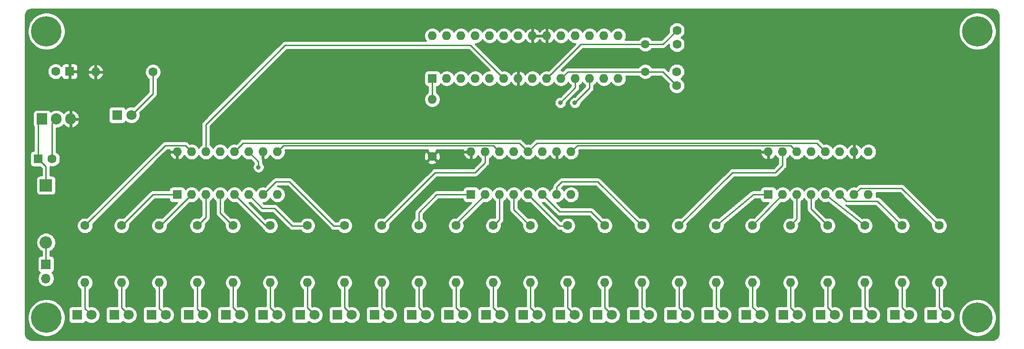
<source format=gbr>
G04 #@! TF.GenerationSoftware,KiCad,Pcbnew,5.1.6-c6e7f7d~87~ubuntu20.04.1*
G04 #@! TF.CreationDate,2020-07-20T09:25:59+02:00*
G04 #@! TF.ProjectId,x-LedChaser,782d4c65-6443-4686-9173-65722e6b6963,1.0*
G04 #@! TF.SameCoordinates,Original*
G04 #@! TF.FileFunction,Copper,L1,Top*
G04 #@! TF.FilePolarity,Positive*
%FSLAX46Y46*%
G04 Gerber Fmt 4.6, Leading zero omitted, Abs format (unit mm)*
G04 Created by KiCad (PCBNEW 5.1.6-c6e7f7d~87~ubuntu20.04.1) date 2020-07-20 09:25:59*
%MOMM*%
%LPD*%
G01*
G04 APERTURE LIST*
G04 #@! TA.AperFunction,ComponentPad*
%ADD10R,1.800000X1.800000*%
G04 #@! TD*
G04 #@! TA.AperFunction,ComponentPad*
%ADD11C,1.800000*%
G04 #@! TD*
G04 #@! TA.AperFunction,ComponentPad*
%ADD12R,1.600000X1.600000*%
G04 #@! TD*
G04 #@! TA.AperFunction,ComponentPad*
%ADD13O,1.600000X1.600000*%
G04 #@! TD*
G04 #@! TA.AperFunction,ComponentPad*
%ADD14C,1.600000*%
G04 #@! TD*
G04 #@! TA.AperFunction,ComponentPad*
%ADD15R,2.200000X2.200000*%
G04 #@! TD*
G04 #@! TA.AperFunction,ComponentPad*
%ADD16O,2.200000X2.200000*%
G04 #@! TD*
G04 #@! TA.AperFunction,ComponentPad*
%ADD17C,0.800000*%
G04 #@! TD*
G04 #@! TA.AperFunction,ComponentPad*
%ADD18C,5.400000*%
G04 #@! TD*
G04 #@! TA.AperFunction,ComponentPad*
%ADD19R,1.700000X1.700000*%
G04 #@! TD*
G04 #@! TA.AperFunction,ComponentPad*
%ADD20O,1.700000X1.700000*%
G04 #@! TD*
G04 #@! TA.AperFunction,ComponentPad*
%ADD21R,1.905000X2.000000*%
G04 #@! TD*
G04 #@! TA.AperFunction,ComponentPad*
%ADD22O,1.905000X2.000000*%
G04 #@! TD*
G04 #@! TA.AperFunction,ComponentPad*
%ADD23C,1.500000*%
G04 #@! TD*
G04 #@! TA.AperFunction,ViaPad*
%ADD24C,0.800000*%
G04 #@! TD*
G04 #@! TA.AperFunction,Conductor*
%ADD25C,0.250000*%
G04 #@! TD*
G04 #@! TA.AperFunction,Conductor*
%ADD26C,0.254000*%
G04 #@! TD*
G04 APERTURE END LIST*
D10*
X184150000Y-125182000D03*
D11*
X186690000Y-125182000D03*
D12*
X135003540Y-83083400D03*
D13*
X168023540Y-75463400D03*
X137543540Y-83083400D03*
X165483540Y-75463400D03*
X140083540Y-83083400D03*
X162943540Y-75463400D03*
X142623540Y-83083400D03*
X160403540Y-75463400D03*
X145163540Y-83083400D03*
X157863540Y-75463400D03*
X147703540Y-83083400D03*
X155323540Y-75463400D03*
X150243540Y-83083400D03*
X152783540Y-75463400D03*
X152783540Y-83083400D03*
X150243540Y-75463400D03*
X155323540Y-83083400D03*
X147703540Y-75463400D03*
X157863540Y-83083400D03*
X145163540Y-75463400D03*
X160403540Y-83083400D03*
X142623540Y-75463400D03*
X162943540Y-83083400D03*
X140083540Y-75463400D03*
X165483540Y-83083400D03*
X137543540Y-75463400D03*
X168023540Y-83083400D03*
X135003540Y-75463400D03*
D14*
X178816000Y-109282000D03*
D13*
X178816000Y-119442000D03*
D14*
X99568000Y-109282000D03*
D13*
X99568000Y-119442000D03*
D14*
X178446000Y-74507000D03*
X178446000Y-77007000D03*
D12*
X64946000Y-97382000D03*
D14*
X67446000Y-97382000D03*
X68046000Y-81832000D03*
D12*
X70546000Y-81832000D03*
D14*
X178421000Y-84357000D03*
X178421000Y-81857000D03*
D15*
X66346000Y-102122000D03*
D16*
X66346000Y-112282000D03*
D10*
X71882000Y-125182000D03*
D11*
X74422000Y-125182000D03*
D10*
X78486000Y-125182000D03*
D11*
X81026000Y-125182000D03*
X87630000Y-125182000D03*
D10*
X85090000Y-125182000D03*
X91694000Y-125182000D03*
D11*
X94234000Y-125182000D03*
X100838000Y-125182000D03*
D10*
X98298000Y-125182000D03*
X104902000Y-125182000D03*
D11*
X107442000Y-125182000D03*
X114046000Y-125182000D03*
D10*
X111506000Y-125182000D03*
X118110000Y-125182000D03*
D11*
X120650000Y-125182000D03*
X127254000Y-125182000D03*
D10*
X124714000Y-125182000D03*
X131318000Y-125182000D03*
D11*
X133858000Y-125182000D03*
X140462000Y-125182000D03*
D10*
X137922000Y-125182000D03*
X144526000Y-125182000D03*
D11*
X147066000Y-125182000D03*
D10*
X151130000Y-125182000D03*
D11*
X153670000Y-125182000D03*
X160274000Y-125182000D03*
D10*
X157734000Y-125182000D03*
D11*
X166878000Y-125182000D03*
D10*
X164338000Y-125182000D03*
X170942000Y-125182000D03*
D11*
X173482000Y-125182000D03*
X180086000Y-125182000D03*
D10*
X177546000Y-125182000D03*
D11*
X193294000Y-125182000D03*
D10*
X190754000Y-125182000D03*
X197358000Y-125182000D03*
D11*
X199898000Y-125182000D03*
D10*
X203962000Y-125182000D03*
D11*
X206502000Y-125182000D03*
D10*
X210566000Y-125182000D03*
D11*
X213106000Y-125182000D03*
X219710000Y-125182000D03*
D10*
X217170000Y-125182000D03*
D11*
X226314000Y-125182000D03*
D10*
X223774000Y-125182000D03*
D17*
X67852891Y-73250109D03*
X66421000Y-72657000D03*
X64989109Y-73250109D03*
X64396000Y-74682000D03*
X64989109Y-76113891D03*
X66421000Y-76707000D03*
X67852891Y-76113891D03*
X68446000Y-74682000D03*
D18*
X66421000Y-74682000D03*
X231846000Y-74682000D03*
D17*
X233871000Y-74682000D03*
X233277891Y-76113891D03*
X231846000Y-76707000D03*
X230414109Y-76113891D03*
X229821000Y-74682000D03*
X230414109Y-73250109D03*
X231846000Y-72657000D03*
X233277891Y-73250109D03*
D18*
X231846000Y-125682000D03*
D17*
X233871000Y-125682000D03*
X233277891Y-127113891D03*
X231846000Y-127707000D03*
X230414109Y-127113891D03*
X229821000Y-125682000D03*
X230414109Y-124250109D03*
X231846000Y-123657000D03*
X233277891Y-124250109D03*
X67852891Y-124250109D03*
X66421000Y-123657000D03*
X64989109Y-124250109D03*
X64396000Y-125682000D03*
X64989109Y-127113891D03*
X66421000Y-127707000D03*
X67852891Y-127113891D03*
X68446000Y-125682000D03*
D18*
X66421000Y-125682000D03*
D19*
X66346000Y-116142000D03*
D20*
X66346000Y-118682000D03*
D21*
X65646000Y-90282000D03*
D22*
X68186000Y-90282000D03*
X70726000Y-90282000D03*
D12*
X89662000Y-103759000D03*
D13*
X107442000Y-96139000D03*
X92202000Y-103759000D03*
X104902000Y-96139000D03*
X94742000Y-103759000D03*
X102362000Y-96139000D03*
X97282000Y-103759000D03*
X99822000Y-96139000D03*
X99822000Y-103759000D03*
X97282000Y-96139000D03*
X102362000Y-103759000D03*
X94742000Y-96139000D03*
X104902000Y-103759000D03*
X92202000Y-96139000D03*
X107442000Y-103759000D03*
X89662000Y-96139000D03*
D12*
X141859000Y-103759000D03*
D13*
X159639000Y-96139000D03*
X144399000Y-103759000D03*
X157099000Y-96139000D03*
X146939000Y-103759000D03*
X154559000Y-96139000D03*
X149479000Y-103759000D03*
X152019000Y-96139000D03*
X152019000Y-103759000D03*
X149479000Y-96139000D03*
X154559000Y-103759000D03*
X146939000Y-96139000D03*
X157099000Y-103759000D03*
X144399000Y-96139000D03*
X159639000Y-103759000D03*
X141859000Y-96139000D03*
X194691000Y-96139000D03*
X212471000Y-103759000D03*
X197231000Y-96139000D03*
X209931000Y-103759000D03*
X199771000Y-96139000D03*
X207391000Y-103759000D03*
X202311000Y-96139000D03*
X204851000Y-103759000D03*
X204851000Y-96139000D03*
X202311000Y-103759000D03*
X207391000Y-96139000D03*
X199771000Y-103759000D03*
X209931000Y-96139000D03*
X197231000Y-103759000D03*
X212471000Y-96139000D03*
D12*
X194691000Y-103759000D03*
D14*
X85341100Y-81929060D03*
D13*
X75181100Y-81929060D03*
D14*
X134955280Y-96944180D03*
D13*
X134955280Y-86784180D03*
D14*
X73279000Y-109282000D03*
D13*
X73279000Y-119442000D03*
X79756000Y-119442000D03*
D14*
X79756000Y-109282000D03*
X86487000Y-109282000D03*
D13*
X86487000Y-119442000D03*
D14*
X93218000Y-109282000D03*
D13*
X93218000Y-119442000D03*
X106172000Y-119442000D03*
D14*
X106172000Y-109282000D03*
D13*
X112776000Y-119442000D03*
D14*
X112776000Y-109282000D03*
D13*
X119380000Y-119442000D03*
D14*
X119380000Y-109282000D03*
D13*
X125984000Y-119442000D03*
D14*
X125984000Y-109282000D03*
D13*
X132588000Y-119442000D03*
D14*
X132588000Y-109282000D03*
X139192000Y-109282000D03*
D13*
X139192000Y-119442000D03*
D14*
X145796000Y-109282000D03*
D13*
X145796000Y-119442000D03*
X152400000Y-119442000D03*
D14*
X152400000Y-109282000D03*
D13*
X159004000Y-119442000D03*
D14*
X159004000Y-109282000D03*
X165608000Y-109282000D03*
D13*
X165608000Y-119442000D03*
X172212000Y-119442000D03*
D14*
X172212000Y-109282000D03*
D13*
X185420000Y-119442000D03*
D14*
X185420000Y-109282000D03*
D13*
X191897000Y-119442000D03*
D14*
X191897000Y-109282000D03*
X198628000Y-109282000D03*
D13*
X198628000Y-119442000D03*
D14*
X205232000Y-109282000D03*
D13*
X205232000Y-119442000D03*
D14*
X211836000Y-109282000D03*
D13*
X211836000Y-119442000D03*
X218440000Y-119442000D03*
D14*
X218440000Y-109282000D03*
D13*
X225044000Y-119442000D03*
D14*
X225044000Y-109282000D03*
D10*
X78996000Y-89582000D03*
D11*
X81536000Y-89582000D03*
D23*
X172821000Y-76982000D03*
X172821000Y-81862000D03*
D24*
X157746000Y-87382000D03*
X160321000Y-87407000D03*
X104096000Y-98882000D03*
D25*
X66346000Y-98782000D02*
X64946000Y-97382000D01*
X66346000Y-102122000D02*
X66346000Y-98782000D01*
X64946000Y-90982000D02*
X65646000Y-90282000D01*
X64946000Y-97382000D02*
X64946000Y-90982000D01*
X67446000Y-91022000D02*
X68186000Y-90282000D01*
X67446000Y-97382000D02*
X67446000Y-91022000D01*
X75084040Y-81832000D02*
X75181100Y-81929060D01*
X70546000Y-81832000D02*
X75084040Y-81832000D01*
X161424940Y-76982000D02*
X172821000Y-76982000D01*
X155323540Y-83083400D02*
X161424940Y-76982000D01*
X175971000Y-76982000D02*
X178446000Y-74507000D01*
X172821000Y-76982000D02*
X175971000Y-76982000D01*
X159084940Y-81862000D02*
X172821000Y-81862000D01*
X157863540Y-83083400D02*
X159084940Y-81862000D01*
X175926000Y-81862000D02*
X178421000Y-84357000D01*
X172821000Y-81862000D02*
X175926000Y-81862000D01*
X66346000Y-116142000D02*
X66346000Y-112282000D01*
X73279000Y-124039000D02*
X74422000Y-125182000D01*
X73279000Y-119442000D02*
X73279000Y-124039000D01*
X79756000Y-123912000D02*
X81026000Y-125182000D01*
X79756000Y-119442000D02*
X79756000Y-123912000D01*
X86487000Y-124039000D02*
X87630000Y-125182000D01*
X86487000Y-119442000D02*
X86487000Y-124039000D01*
X93218000Y-124166000D02*
X94234000Y-125182000D01*
X93218000Y-119442000D02*
X93218000Y-124166000D01*
X99568000Y-123912000D02*
X100838000Y-125182000D01*
X99568000Y-119442000D02*
X99568000Y-123912000D01*
X106172000Y-123912000D02*
X107442000Y-125182000D01*
X106172000Y-119442000D02*
X106172000Y-123912000D01*
X112776000Y-123912000D02*
X114046000Y-125182000D01*
X112776000Y-119442000D02*
X112776000Y-123912000D01*
X119380000Y-123912000D02*
X120650000Y-125182000D01*
X119380000Y-119442000D02*
X119380000Y-123912000D01*
X125984000Y-123912000D02*
X127254000Y-125182000D01*
X125984000Y-119442000D02*
X125984000Y-123912000D01*
X132588000Y-123912000D02*
X133858000Y-125182000D01*
X132588000Y-119442000D02*
X132588000Y-123912000D01*
X139192000Y-123912000D02*
X140462000Y-125182000D01*
X139192000Y-119442000D02*
X139192000Y-123912000D01*
X145796000Y-123912000D02*
X147066000Y-125182000D01*
X145796000Y-119442000D02*
X145796000Y-123912000D01*
X152400000Y-123912000D02*
X153670000Y-125182000D01*
X152400000Y-119442000D02*
X152400000Y-123912000D01*
X159004000Y-123912000D02*
X160274000Y-125182000D01*
X159004000Y-119442000D02*
X159004000Y-123912000D01*
X165608000Y-123912000D02*
X166878000Y-125182000D01*
X165608000Y-119442000D02*
X165608000Y-123912000D01*
X172212000Y-123912000D02*
X173482000Y-125182000D01*
X172212000Y-119442000D02*
X172212000Y-123912000D01*
X178816000Y-123912000D02*
X180086000Y-125182000D01*
X178816000Y-119442000D02*
X178816000Y-123912000D01*
X185420000Y-123912000D02*
X186690000Y-125182000D01*
X185420000Y-119442000D02*
X185420000Y-123912000D01*
X191897000Y-123785000D02*
X193294000Y-125182000D01*
X191897000Y-119442000D02*
X191897000Y-123785000D01*
X198628000Y-123912000D02*
X199898000Y-125182000D01*
X198628000Y-119442000D02*
X198628000Y-123912000D01*
X205232000Y-123912000D02*
X206502000Y-125182000D01*
X205232000Y-119442000D02*
X205232000Y-123912000D01*
X211836000Y-123912000D02*
X213106000Y-125182000D01*
X211836000Y-119442000D02*
X211836000Y-123912000D01*
X218440000Y-123912000D02*
X219710000Y-125182000D01*
X218440000Y-119442000D02*
X218440000Y-123912000D01*
X225044000Y-123912000D02*
X226314000Y-125182000D01*
X225044000Y-119442000D02*
X225044000Y-123912000D01*
X87547001Y-95013999D02*
X73279000Y-109282000D01*
X91076999Y-95013999D02*
X87547001Y-95013999D01*
X92202000Y-96139000D02*
X91076999Y-95013999D01*
X85344000Y-103759000D02*
X79756000Y-109347000D01*
X89662000Y-103759000D02*
X85344000Y-103759000D01*
X86614000Y-109347000D02*
X86487000Y-109347000D01*
X92202000Y-103759000D02*
X86614000Y-109347000D01*
X94742000Y-107823000D02*
X93218000Y-109347000D01*
X94742000Y-103759000D02*
X94742000Y-107823000D01*
X97282000Y-107061000D02*
X99568000Y-109347000D01*
X97282000Y-103759000D02*
X97282000Y-107061000D01*
X105410000Y-109347000D02*
X106172000Y-109347000D01*
X99822000Y-103759000D02*
X105410000Y-109347000D01*
X102362000Y-103759000D02*
X104775000Y-106172000D01*
X104775000Y-106172000D02*
X106934000Y-106172000D01*
X110109000Y-109347000D02*
X112776000Y-109347000D01*
X106934000Y-106172000D02*
X110109000Y-109347000D01*
X104902000Y-103759000D02*
X107188000Y-101473000D01*
X107188000Y-101473000D02*
X109601000Y-101473000D01*
X117475000Y-109347000D02*
X119380000Y-109347000D01*
X109601000Y-101473000D02*
X117475000Y-109347000D01*
X144399000Y-96139000D02*
X144399000Y-98044000D01*
X144399000Y-98044000D02*
X142621000Y-99822000D01*
X135509000Y-99822000D02*
X125984000Y-109347000D01*
X142621000Y-99822000D02*
X135509000Y-99822000D01*
X141859000Y-103759000D02*
X135763000Y-103759000D01*
X132588000Y-106934000D02*
X132588000Y-109347000D01*
X135763000Y-103759000D02*
X132588000Y-106934000D01*
X139192000Y-108966000D02*
X139192000Y-109347000D01*
X144399000Y-103759000D02*
X139192000Y-108966000D01*
X146939000Y-108204000D02*
X145796000Y-109347000D01*
X146939000Y-103759000D02*
X146939000Y-108204000D01*
X149479000Y-106426000D02*
X152400000Y-109347000D01*
X149479000Y-103759000D02*
X149479000Y-106426000D01*
X157607000Y-109347000D02*
X159004000Y-109347000D01*
X152019000Y-103759000D02*
X157607000Y-109347000D01*
X163195000Y-106807000D02*
X165608000Y-109282000D01*
X157607000Y-106807000D02*
X163195000Y-106807000D01*
X154559000Y-103759000D02*
X157607000Y-106807000D01*
X164338000Y-101473000D02*
X172212000Y-109282000D01*
X157988000Y-101473000D02*
X164338000Y-101473000D01*
X157099000Y-102362000D02*
X157988000Y-101473000D01*
X157099000Y-103759000D02*
X157099000Y-102362000D01*
X188341000Y-99822000D02*
X178816000Y-109282000D01*
X195961000Y-99822000D02*
X188341000Y-99822000D01*
X197231000Y-98552000D02*
X195961000Y-99822000D01*
X197231000Y-96139000D02*
X197231000Y-98552000D01*
X185420000Y-109282000D02*
X185420000Y-109347000D01*
X192024000Y-103759000D02*
X185420000Y-109282000D01*
X194691000Y-103759000D02*
X192024000Y-103759000D01*
X191897000Y-109282000D02*
X191897000Y-109347000D01*
X197231000Y-103759000D02*
X191897000Y-109282000D01*
X199771000Y-108077000D02*
X198628000Y-109282000D01*
X199771000Y-103759000D02*
X199771000Y-108077000D01*
X202311000Y-106299000D02*
X205232000Y-109282000D01*
X202311000Y-103759000D02*
X202311000Y-106299000D01*
X204851000Y-103759000D02*
X211836000Y-109282000D01*
X214042001Y-104884001D02*
X218440000Y-109282000D01*
X208516001Y-104884001D02*
X214042001Y-104884001D01*
X207391000Y-103759000D02*
X208516001Y-104884001D01*
X218395999Y-102633999D02*
X225044000Y-109282000D01*
X211056001Y-102633999D02*
X218395999Y-102633999D01*
X209931000Y-103759000D02*
X211056001Y-102633999D01*
X94742000Y-91261000D02*
X101146000Y-84857000D01*
X94742000Y-96139000D02*
X94742000Y-91261000D01*
X101146000Y-84857000D02*
X108846000Y-77157000D01*
X141777140Y-77157000D02*
X147703540Y-83083400D01*
X108846000Y-77157000D02*
X141777140Y-77157000D01*
X150443990Y-94563990D02*
X152019000Y-96139000D01*
X101397010Y-94563990D02*
X150443990Y-94563990D01*
X99822000Y-96139000D02*
X101397010Y-94563990D01*
X160403540Y-84724460D02*
X157746000Y-87382000D01*
X160403540Y-83083400D02*
X160403540Y-84724460D01*
X153594010Y-94563990D02*
X203275990Y-94563990D01*
X203275990Y-94563990D02*
X204851000Y-96139000D01*
X152019000Y-96139000D02*
X153594010Y-94563990D01*
X104096000Y-97873000D02*
X104096000Y-98882000D01*
X102362000Y-96139000D02*
X104096000Y-97873000D01*
X162943540Y-84784460D02*
X160321000Y-87407000D01*
X162943540Y-83083400D02*
X162943540Y-84784460D01*
X145813999Y-95013999D02*
X146939000Y-96139000D01*
X108567001Y-95013999D02*
X145813999Y-95013999D01*
X107442000Y-96139000D02*
X108567001Y-95013999D01*
X198645999Y-95013999D02*
X199771000Y-96139000D01*
X160764001Y-95013999D02*
X198645999Y-95013999D01*
X159639000Y-96139000D02*
X160764001Y-95013999D01*
X85341100Y-85776900D02*
X81536000Y-89582000D01*
X85341100Y-81929060D02*
X85341100Y-85776900D01*
X134955280Y-83131660D02*
X135003540Y-83083400D01*
X134955280Y-86784180D02*
X134955280Y-83131660D01*
D26*
G36*
X234388667Y-70716995D02*
G01*
X234662204Y-70743815D01*
X234894226Y-70813867D01*
X235108222Y-70927650D01*
X235296041Y-71080832D01*
X235450530Y-71267577D01*
X235565801Y-71480769D01*
X235637472Y-71712300D01*
X235666003Y-71983751D01*
X235670997Y-128364749D01*
X235644089Y-128639178D01*
X235573756Y-128872133D01*
X235459516Y-129086988D01*
X235305716Y-129275564D01*
X235118224Y-129430671D01*
X234904167Y-129546412D01*
X234671713Y-129618368D01*
X234399301Y-129646999D01*
X63913297Y-129642002D01*
X63639795Y-129615185D01*
X63407774Y-129545133D01*
X63193778Y-129431350D01*
X63005961Y-129278169D01*
X62851471Y-129091424D01*
X62736198Y-128878231D01*
X62664528Y-128646701D01*
X62636005Y-128375328D01*
X62636807Y-125353531D01*
X63086000Y-125353531D01*
X63086000Y-126010469D01*
X63214162Y-126654784D01*
X63465561Y-127261715D01*
X63830536Y-127807939D01*
X64295061Y-128272464D01*
X64841285Y-128637439D01*
X65448216Y-128888838D01*
X66092531Y-129017000D01*
X66749469Y-129017000D01*
X67393784Y-128888838D01*
X68000715Y-128637439D01*
X68546939Y-128272464D01*
X69011464Y-127807939D01*
X69376439Y-127261715D01*
X69627838Y-126654784D01*
X69756000Y-126010469D01*
X69756000Y-125353531D01*
X69627838Y-124709216D01*
X69450880Y-124282000D01*
X70343928Y-124282000D01*
X70343928Y-126082000D01*
X70356188Y-126206482D01*
X70392498Y-126326180D01*
X70451463Y-126436494D01*
X70530815Y-126533185D01*
X70627506Y-126612537D01*
X70737820Y-126671502D01*
X70857518Y-126707812D01*
X70982000Y-126720072D01*
X72782000Y-126720072D01*
X72906482Y-126707812D01*
X73026180Y-126671502D01*
X73136494Y-126612537D01*
X73233185Y-126533185D01*
X73312537Y-126436494D01*
X73371502Y-126326180D01*
X73377056Y-126307873D01*
X73443495Y-126374312D01*
X73694905Y-126542299D01*
X73974257Y-126658011D01*
X74270816Y-126717000D01*
X74573184Y-126717000D01*
X74869743Y-126658011D01*
X75149095Y-126542299D01*
X75400505Y-126374312D01*
X75614312Y-126160505D01*
X75782299Y-125909095D01*
X75898011Y-125629743D01*
X75957000Y-125333184D01*
X75957000Y-125030816D01*
X75898011Y-124734257D01*
X75782299Y-124454905D01*
X75666768Y-124282000D01*
X76947928Y-124282000D01*
X76947928Y-126082000D01*
X76960188Y-126206482D01*
X76996498Y-126326180D01*
X77055463Y-126436494D01*
X77134815Y-126533185D01*
X77231506Y-126612537D01*
X77341820Y-126671502D01*
X77461518Y-126707812D01*
X77586000Y-126720072D01*
X79386000Y-126720072D01*
X79510482Y-126707812D01*
X79630180Y-126671502D01*
X79740494Y-126612537D01*
X79837185Y-126533185D01*
X79916537Y-126436494D01*
X79975502Y-126326180D01*
X79981056Y-126307873D01*
X80047495Y-126374312D01*
X80298905Y-126542299D01*
X80578257Y-126658011D01*
X80874816Y-126717000D01*
X81177184Y-126717000D01*
X81473743Y-126658011D01*
X81753095Y-126542299D01*
X82004505Y-126374312D01*
X82218312Y-126160505D01*
X82386299Y-125909095D01*
X82502011Y-125629743D01*
X82561000Y-125333184D01*
X82561000Y-125030816D01*
X82502011Y-124734257D01*
X82386299Y-124454905D01*
X82270768Y-124282000D01*
X83551928Y-124282000D01*
X83551928Y-126082000D01*
X83564188Y-126206482D01*
X83600498Y-126326180D01*
X83659463Y-126436494D01*
X83738815Y-126533185D01*
X83835506Y-126612537D01*
X83945820Y-126671502D01*
X84065518Y-126707812D01*
X84190000Y-126720072D01*
X85990000Y-126720072D01*
X86114482Y-126707812D01*
X86234180Y-126671502D01*
X86344494Y-126612537D01*
X86441185Y-126533185D01*
X86520537Y-126436494D01*
X86579502Y-126326180D01*
X86585056Y-126307873D01*
X86651495Y-126374312D01*
X86902905Y-126542299D01*
X87182257Y-126658011D01*
X87478816Y-126717000D01*
X87781184Y-126717000D01*
X88077743Y-126658011D01*
X88357095Y-126542299D01*
X88608505Y-126374312D01*
X88822312Y-126160505D01*
X88990299Y-125909095D01*
X89106011Y-125629743D01*
X89165000Y-125333184D01*
X89165000Y-125030816D01*
X89106011Y-124734257D01*
X88990299Y-124454905D01*
X88874768Y-124282000D01*
X90155928Y-124282000D01*
X90155928Y-126082000D01*
X90168188Y-126206482D01*
X90204498Y-126326180D01*
X90263463Y-126436494D01*
X90342815Y-126533185D01*
X90439506Y-126612537D01*
X90549820Y-126671502D01*
X90669518Y-126707812D01*
X90794000Y-126720072D01*
X92594000Y-126720072D01*
X92718482Y-126707812D01*
X92838180Y-126671502D01*
X92948494Y-126612537D01*
X93045185Y-126533185D01*
X93124537Y-126436494D01*
X93183502Y-126326180D01*
X93189056Y-126307873D01*
X93255495Y-126374312D01*
X93506905Y-126542299D01*
X93786257Y-126658011D01*
X94082816Y-126717000D01*
X94385184Y-126717000D01*
X94681743Y-126658011D01*
X94961095Y-126542299D01*
X95212505Y-126374312D01*
X95426312Y-126160505D01*
X95594299Y-125909095D01*
X95710011Y-125629743D01*
X95769000Y-125333184D01*
X95769000Y-125030816D01*
X95710011Y-124734257D01*
X95594299Y-124454905D01*
X95478768Y-124282000D01*
X96759928Y-124282000D01*
X96759928Y-126082000D01*
X96772188Y-126206482D01*
X96808498Y-126326180D01*
X96867463Y-126436494D01*
X96946815Y-126533185D01*
X97043506Y-126612537D01*
X97153820Y-126671502D01*
X97273518Y-126707812D01*
X97398000Y-126720072D01*
X99198000Y-126720072D01*
X99322482Y-126707812D01*
X99442180Y-126671502D01*
X99552494Y-126612537D01*
X99649185Y-126533185D01*
X99728537Y-126436494D01*
X99787502Y-126326180D01*
X99793056Y-126307873D01*
X99859495Y-126374312D01*
X100110905Y-126542299D01*
X100390257Y-126658011D01*
X100686816Y-126717000D01*
X100989184Y-126717000D01*
X101285743Y-126658011D01*
X101565095Y-126542299D01*
X101816505Y-126374312D01*
X102030312Y-126160505D01*
X102198299Y-125909095D01*
X102314011Y-125629743D01*
X102373000Y-125333184D01*
X102373000Y-125030816D01*
X102314011Y-124734257D01*
X102198299Y-124454905D01*
X102082768Y-124282000D01*
X103363928Y-124282000D01*
X103363928Y-126082000D01*
X103376188Y-126206482D01*
X103412498Y-126326180D01*
X103471463Y-126436494D01*
X103550815Y-126533185D01*
X103647506Y-126612537D01*
X103757820Y-126671502D01*
X103877518Y-126707812D01*
X104002000Y-126720072D01*
X105802000Y-126720072D01*
X105926482Y-126707812D01*
X106046180Y-126671502D01*
X106156494Y-126612537D01*
X106253185Y-126533185D01*
X106332537Y-126436494D01*
X106391502Y-126326180D01*
X106397056Y-126307873D01*
X106463495Y-126374312D01*
X106714905Y-126542299D01*
X106994257Y-126658011D01*
X107290816Y-126717000D01*
X107593184Y-126717000D01*
X107889743Y-126658011D01*
X108169095Y-126542299D01*
X108420505Y-126374312D01*
X108634312Y-126160505D01*
X108802299Y-125909095D01*
X108918011Y-125629743D01*
X108977000Y-125333184D01*
X108977000Y-125030816D01*
X108918011Y-124734257D01*
X108802299Y-124454905D01*
X108686768Y-124282000D01*
X109967928Y-124282000D01*
X109967928Y-126082000D01*
X109980188Y-126206482D01*
X110016498Y-126326180D01*
X110075463Y-126436494D01*
X110154815Y-126533185D01*
X110251506Y-126612537D01*
X110361820Y-126671502D01*
X110481518Y-126707812D01*
X110606000Y-126720072D01*
X112406000Y-126720072D01*
X112530482Y-126707812D01*
X112650180Y-126671502D01*
X112760494Y-126612537D01*
X112857185Y-126533185D01*
X112936537Y-126436494D01*
X112995502Y-126326180D01*
X113001056Y-126307873D01*
X113067495Y-126374312D01*
X113318905Y-126542299D01*
X113598257Y-126658011D01*
X113894816Y-126717000D01*
X114197184Y-126717000D01*
X114493743Y-126658011D01*
X114773095Y-126542299D01*
X115024505Y-126374312D01*
X115238312Y-126160505D01*
X115406299Y-125909095D01*
X115522011Y-125629743D01*
X115581000Y-125333184D01*
X115581000Y-125030816D01*
X115522011Y-124734257D01*
X115406299Y-124454905D01*
X115290768Y-124282000D01*
X116571928Y-124282000D01*
X116571928Y-126082000D01*
X116584188Y-126206482D01*
X116620498Y-126326180D01*
X116679463Y-126436494D01*
X116758815Y-126533185D01*
X116855506Y-126612537D01*
X116965820Y-126671502D01*
X117085518Y-126707812D01*
X117210000Y-126720072D01*
X119010000Y-126720072D01*
X119134482Y-126707812D01*
X119254180Y-126671502D01*
X119364494Y-126612537D01*
X119461185Y-126533185D01*
X119540537Y-126436494D01*
X119599502Y-126326180D01*
X119605056Y-126307873D01*
X119671495Y-126374312D01*
X119922905Y-126542299D01*
X120202257Y-126658011D01*
X120498816Y-126717000D01*
X120801184Y-126717000D01*
X121097743Y-126658011D01*
X121377095Y-126542299D01*
X121628505Y-126374312D01*
X121842312Y-126160505D01*
X122010299Y-125909095D01*
X122126011Y-125629743D01*
X122185000Y-125333184D01*
X122185000Y-125030816D01*
X122126011Y-124734257D01*
X122010299Y-124454905D01*
X121894768Y-124282000D01*
X123175928Y-124282000D01*
X123175928Y-126082000D01*
X123188188Y-126206482D01*
X123224498Y-126326180D01*
X123283463Y-126436494D01*
X123362815Y-126533185D01*
X123459506Y-126612537D01*
X123569820Y-126671502D01*
X123689518Y-126707812D01*
X123814000Y-126720072D01*
X125614000Y-126720072D01*
X125738482Y-126707812D01*
X125858180Y-126671502D01*
X125968494Y-126612537D01*
X126065185Y-126533185D01*
X126144537Y-126436494D01*
X126203502Y-126326180D01*
X126209056Y-126307873D01*
X126275495Y-126374312D01*
X126526905Y-126542299D01*
X126806257Y-126658011D01*
X127102816Y-126717000D01*
X127405184Y-126717000D01*
X127701743Y-126658011D01*
X127981095Y-126542299D01*
X128232505Y-126374312D01*
X128446312Y-126160505D01*
X128614299Y-125909095D01*
X128730011Y-125629743D01*
X128789000Y-125333184D01*
X128789000Y-125030816D01*
X128730011Y-124734257D01*
X128614299Y-124454905D01*
X128498768Y-124282000D01*
X129779928Y-124282000D01*
X129779928Y-126082000D01*
X129792188Y-126206482D01*
X129828498Y-126326180D01*
X129887463Y-126436494D01*
X129966815Y-126533185D01*
X130063506Y-126612537D01*
X130173820Y-126671502D01*
X130293518Y-126707812D01*
X130418000Y-126720072D01*
X132218000Y-126720072D01*
X132342482Y-126707812D01*
X132462180Y-126671502D01*
X132572494Y-126612537D01*
X132669185Y-126533185D01*
X132748537Y-126436494D01*
X132807502Y-126326180D01*
X132813056Y-126307873D01*
X132879495Y-126374312D01*
X133130905Y-126542299D01*
X133410257Y-126658011D01*
X133706816Y-126717000D01*
X134009184Y-126717000D01*
X134305743Y-126658011D01*
X134585095Y-126542299D01*
X134836505Y-126374312D01*
X135050312Y-126160505D01*
X135218299Y-125909095D01*
X135334011Y-125629743D01*
X135393000Y-125333184D01*
X135393000Y-125030816D01*
X135334011Y-124734257D01*
X135218299Y-124454905D01*
X135102768Y-124282000D01*
X136383928Y-124282000D01*
X136383928Y-126082000D01*
X136396188Y-126206482D01*
X136432498Y-126326180D01*
X136491463Y-126436494D01*
X136570815Y-126533185D01*
X136667506Y-126612537D01*
X136777820Y-126671502D01*
X136897518Y-126707812D01*
X137022000Y-126720072D01*
X138822000Y-126720072D01*
X138946482Y-126707812D01*
X139066180Y-126671502D01*
X139176494Y-126612537D01*
X139273185Y-126533185D01*
X139352537Y-126436494D01*
X139411502Y-126326180D01*
X139417056Y-126307873D01*
X139483495Y-126374312D01*
X139734905Y-126542299D01*
X140014257Y-126658011D01*
X140310816Y-126717000D01*
X140613184Y-126717000D01*
X140909743Y-126658011D01*
X141189095Y-126542299D01*
X141440505Y-126374312D01*
X141654312Y-126160505D01*
X141822299Y-125909095D01*
X141938011Y-125629743D01*
X141997000Y-125333184D01*
X141997000Y-125030816D01*
X141938011Y-124734257D01*
X141822299Y-124454905D01*
X141706768Y-124282000D01*
X142987928Y-124282000D01*
X142987928Y-126082000D01*
X143000188Y-126206482D01*
X143036498Y-126326180D01*
X143095463Y-126436494D01*
X143174815Y-126533185D01*
X143271506Y-126612537D01*
X143381820Y-126671502D01*
X143501518Y-126707812D01*
X143626000Y-126720072D01*
X145426000Y-126720072D01*
X145550482Y-126707812D01*
X145670180Y-126671502D01*
X145780494Y-126612537D01*
X145877185Y-126533185D01*
X145956537Y-126436494D01*
X146015502Y-126326180D01*
X146021056Y-126307873D01*
X146087495Y-126374312D01*
X146338905Y-126542299D01*
X146618257Y-126658011D01*
X146914816Y-126717000D01*
X147217184Y-126717000D01*
X147513743Y-126658011D01*
X147793095Y-126542299D01*
X148044505Y-126374312D01*
X148258312Y-126160505D01*
X148426299Y-125909095D01*
X148542011Y-125629743D01*
X148601000Y-125333184D01*
X148601000Y-125030816D01*
X148542011Y-124734257D01*
X148426299Y-124454905D01*
X148310768Y-124282000D01*
X149591928Y-124282000D01*
X149591928Y-126082000D01*
X149604188Y-126206482D01*
X149640498Y-126326180D01*
X149699463Y-126436494D01*
X149778815Y-126533185D01*
X149875506Y-126612537D01*
X149985820Y-126671502D01*
X150105518Y-126707812D01*
X150230000Y-126720072D01*
X152030000Y-126720072D01*
X152154482Y-126707812D01*
X152274180Y-126671502D01*
X152384494Y-126612537D01*
X152481185Y-126533185D01*
X152560537Y-126436494D01*
X152619502Y-126326180D01*
X152625056Y-126307873D01*
X152691495Y-126374312D01*
X152942905Y-126542299D01*
X153222257Y-126658011D01*
X153518816Y-126717000D01*
X153821184Y-126717000D01*
X154117743Y-126658011D01*
X154397095Y-126542299D01*
X154648505Y-126374312D01*
X154862312Y-126160505D01*
X155030299Y-125909095D01*
X155146011Y-125629743D01*
X155205000Y-125333184D01*
X155205000Y-125030816D01*
X155146011Y-124734257D01*
X155030299Y-124454905D01*
X154914768Y-124282000D01*
X156195928Y-124282000D01*
X156195928Y-126082000D01*
X156208188Y-126206482D01*
X156244498Y-126326180D01*
X156303463Y-126436494D01*
X156382815Y-126533185D01*
X156479506Y-126612537D01*
X156589820Y-126671502D01*
X156709518Y-126707812D01*
X156834000Y-126720072D01*
X158634000Y-126720072D01*
X158758482Y-126707812D01*
X158878180Y-126671502D01*
X158988494Y-126612537D01*
X159085185Y-126533185D01*
X159164537Y-126436494D01*
X159223502Y-126326180D01*
X159229056Y-126307873D01*
X159295495Y-126374312D01*
X159546905Y-126542299D01*
X159826257Y-126658011D01*
X160122816Y-126717000D01*
X160425184Y-126717000D01*
X160721743Y-126658011D01*
X161001095Y-126542299D01*
X161252505Y-126374312D01*
X161466312Y-126160505D01*
X161634299Y-125909095D01*
X161750011Y-125629743D01*
X161809000Y-125333184D01*
X161809000Y-125030816D01*
X161750011Y-124734257D01*
X161634299Y-124454905D01*
X161518768Y-124282000D01*
X162799928Y-124282000D01*
X162799928Y-126082000D01*
X162812188Y-126206482D01*
X162848498Y-126326180D01*
X162907463Y-126436494D01*
X162986815Y-126533185D01*
X163083506Y-126612537D01*
X163193820Y-126671502D01*
X163313518Y-126707812D01*
X163438000Y-126720072D01*
X165238000Y-126720072D01*
X165362482Y-126707812D01*
X165482180Y-126671502D01*
X165592494Y-126612537D01*
X165689185Y-126533185D01*
X165768537Y-126436494D01*
X165827502Y-126326180D01*
X165833056Y-126307873D01*
X165899495Y-126374312D01*
X166150905Y-126542299D01*
X166430257Y-126658011D01*
X166726816Y-126717000D01*
X167029184Y-126717000D01*
X167325743Y-126658011D01*
X167605095Y-126542299D01*
X167856505Y-126374312D01*
X168070312Y-126160505D01*
X168238299Y-125909095D01*
X168354011Y-125629743D01*
X168413000Y-125333184D01*
X168413000Y-125030816D01*
X168354011Y-124734257D01*
X168238299Y-124454905D01*
X168122768Y-124282000D01*
X169403928Y-124282000D01*
X169403928Y-126082000D01*
X169416188Y-126206482D01*
X169452498Y-126326180D01*
X169511463Y-126436494D01*
X169590815Y-126533185D01*
X169687506Y-126612537D01*
X169797820Y-126671502D01*
X169917518Y-126707812D01*
X170042000Y-126720072D01*
X171842000Y-126720072D01*
X171966482Y-126707812D01*
X172086180Y-126671502D01*
X172196494Y-126612537D01*
X172293185Y-126533185D01*
X172372537Y-126436494D01*
X172431502Y-126326180D01*
X172437056Y-126307873D01*
X172503495Y-126374312D01*
X172754905Y-126542299D01*
X173034257Y-126658011D01*
X173330816Y-126717000D01*
X173633184Y-126717000D01*
X173929743Y-126658011D01*
X174209095Y-126542299D01*
X174460505Y-126374312D01*
X174674312Y-126160505D01*
X174842299Y-125909095D01*
X174958011Y-125629743D01*
X175017000Y-125333184D01*
X175017000Y-125030816D01*
X174958011Y-124734257D01*
X174842299Y-124454905D01*
X174726768Y-124282000D01*
X176007928Y-124282000D01*
X176007928Y-126082000D01*
X176020188Y-126206482D01*
X176056498Y-126326180D01*
X176115463Y-126436494D01*
X176194815Y-126533185D01*
X176291506Y-126612537D01*
X176401820Y-126671502D01*
X176521518Y-126707812D01*
X176646000Y-126720072D01*
X178446000Y-126720072D01*
X178570482Y-126707812D01*
X178690180Y-126671502D01*
X178800494Y-126612537D01*
X178897185Y-126533185D01*
X178976537Y-126436494D01*
X179035502Y-126326180D01*
X179041056Y-126307873D01*
X179107495Y-126374312D01*
X179358905Y-126542299D01*
X179638257Y-126658011D01*
X179934816Y-126717000D01*
X180237184Y-126717000D01*
X180533743Y-126658011D01*
X180813095Y-126542299D01*
X181064505Y-126374312D01*
X181278312Y-126160505D01*
X181446299Y-125909095D01*
X181562011Y-125629743D01*
X181621000Y-125333184D01*
X181621000Y-125030816D01*
X181562011Y-124734257D01*
X181446299Y-124454905D01*
X181330768Y-124282000D01*
X182611928Y-124282000D01*
X182611928Y-126082000D01*
X182624188Y-126206482D01*
X182660498Y-126326180D01*
X182719463Y-126436494D01*
X182798815Y-126533185D01*
X182895506Y-126612537D01*
X183005820Y-126671502D01*
X183125518Y-126707812D01*
X183250000Y-126720072D01*
X185050000Y-126720072D01*
X185174482Y-126707812D01*
X185294180Y-126671502D01*
X185404494Y-126612537D01*
X185501185Y-126533185D01*
X185580537Y-126436494D01*
X185639502Y-126326180D01*
X185645056Y-126307873D01*
X185711495Y-126374312D01*
X185962905Y-126542299D01*
X186242257Y-126658011D01*
X186538816Y-126717000D01*
X186841184Y-126717000D01*
X187137743Y-126658011D01*
X187417095Y-126542299D01*
X187668505Y-126374312D01*
X187882312Y-126160505D01*
X188050299Y-125909095D01*
X188166011Y-125629743D01*
X188225000Y-125333184D01*
X188225000Y-125030816D01*
X188166011Y-124734257D01*
X188050299Y-124454905D01*
X187934768Y-124282000D01*
X189215928Y-124282000D01*
X189215928Y-126082000D01*
X189228188Y-126206482D01*
X189264498Y-126326180D01*
X189323463Y-126436494D01*
X189402815Y-126533185D01*
X189499506Y-126612537D01*
X189609820Y-126671502D01*
X189729518Y-126707812D01*
X189854000Y-126720072D01*
X191654000Y-126720072D01*
X191778482Y-126707812D01*
X191898180Y-126671502D01*
X192008494Y-126612537D01*
X192105185Y-126533185D01*
X192184537Y-126436494D01*
X192243502Y-126326180D01*
X192249056Y-126307873D01*
X192315495Y-126374312D01*
X192566905Y-126542299D01*
X192846257Y-126658011D01*
X193142816Y-126717000D01*
X193445184Y-126717000D01*
X193741743Y-126658011D01*
X194021095Y-126542299D01*
X194272505Y-126374312D01*
X194486312Y-126160505D01*
X194654299Y-125909095D01*
X194770011Y-125629743D01*
X194829000Y-125333184D01*
X194829000Y-125030816D01*
X194770011Y-124734257D01*
X194654299Y-124454905D01*
X194538768Y-124282000D01*
X195819928Y-124282000D01*
X195819928Y-126082000D01*
X195832188Y-126206482D01*
X195868498Y-126326180D01*
X195927463Y-126436494D01*
X196006815Y-126533185D01*
X196103506Y-126612537D01*
X196213820Y-126671502D01*
X196333518Y-126707812D01*
X196458000Y-126720072D01*
X198258000Y-126720072D01*
X198382482Y-126707812D01*
X198502180Y-126671502D01*
X198612494Y-126612537D01*
X198709185Y-126533185D01*
X198788537Y-126436494D01*
X198847502Y-126326180D01*
X198853056Y-126307873D01*
X198919495Y-126374312D01*
X199170905Y-126542299D01*
X199450257Y-126658011D01*
X199746816Y-126717000D01*
X200049184Y-126717000D01*
X200345743Y-126658011D01*
X200625095Y-126542299D01*
X200876505Y-126374312D01*
X201090312Y-126160505D01*
X201258299Y-125909095D01*
X201374011Y-125629743D01*
X201433000Y-125333184D01*
X201433000Y-125030816D01*
X201374011Y-124734257D01*
X201258299Y-124454905D01*
X201142768Y-124282000D01*
X202423928Y-124282000D01*
X202423928Y-126082000D01*
X202436188Y-126206482D01*
X202472498Y-126326180D01*
X202531463Y-126436494D01*
X202610815Y-126533185D01*
X202707506Y-126612537D01*
X202817820Y-126671502D01*
X202937518Y-126707812D01*
X203062000Y-126720072D01*
X204862000Y-126720072D01*
X204986482Y-126707812D01*
X205106180Y-126671502D01*
X205216494Y-126612537D01*
X205313185Y-126533185D01*
X205392537Y-126436494D01*
X205451502Y-126326180D01*
X205457056Y-126307873D01*
X205523495Y-126374312D01*
X205774905Y-126542299D01*
X206054257Y-126658011D01*
X206350816Y-126717000D01*
X206653184Y-126717000D01*
X206949743Y-126658011D01*
X207229095Y-126542299D01*
X207480505Y-126374312D01*
X207694312Y-126160505D01*
X207862299Y-125909095D01*
X207978011Y-125629743D01*
X208037000Y-125333184D01*
X208037000Y-125030816D01*
X207978011Y-124734257D01*
X207862299Y-124454905D01*
X207746768Y-124282000D01*
X209027928Y-124282000D01*
X209027928Y-126082000D01*
X209040188Y-126206482D01*
X209076498Y-126326180D01*
X209135463Y-126436494D01*
X209214815Y-126533185D01*
X209311506Y-126612537D01*
X209421820Y-126671502D01*
X209541518Y-126707812D01*
X209666000Y-126720072D01*
X211466000Y-126720072D01*
X211590482Y-126707812D01*
X211710180Y-126671502D01*
X211820494Y-126612537D01*
X211917185Y-126533185D01*
X211996537Y-126436494D01*
X212055502Y-126326180D01*
X212061056Y-126307873D01*
X212127495Y-126374312D01*
X212378905Y-126542299D01*
X212658257Y-126658011D01*
X212954816Y-126717000D01*
X213257184Y-126717000D01*
X213553743Y-126658011D01*
X213833095Y-126542299D01*
X214084505Y-126374312D01*
X214298312Y-126160505D01*
X214466299Y-125909095D01*
X214582011Y-125629743D01*
X214641000Y-125333184D01*
X214641000Y-125030816D01*
X214582011Y-124734257D01*
X214466299Y-124454905D01*
X214350768Y-124282000D01*
X215631928Y-124282000D01*
X215631928Y-126082000D01*
X215644188Y-126206482D01*
X215680498Y-126326180D01*
X215739463Y-126436494D01*
X215818815Y-126533185D01*
X215915506Y-126612537D01*
X216025820Y-126671502D01*
X216145518Y-126707812D01*
X216270000Y-126720072D01*
X218070000Y-126720072D01*
X218194482Y-126707812D01*
X218314180Y-126671502D01*
X218424494Y-126612537D01*
X218521185Y-126533185D01*
X218600537Y-126436494D01*
X218659502Y-126326180D01*
X218665056Y-126307873D01*
X218731495Y-126374312D01*
X218982905Y-126542299D01*
X219262257Y-126658011D01*
X219558816Y-126717000D01*
X219861184Y-126717000D01*
X220157743Y-126658011D01*
X220437095Y-126542299D01*
X220688505Y-126374312D01*
X220902312Y-126160505D01*
X221070299Y-125909095D01*
X221186011Y-125629743D01*
X221245000Y-125333184D01*
X221245000Y-125030816D01*
X221186011Y-124734257D01*
X221070299Y-124454905D01*
X220954768Y-124282000D01*
X222235928Y-124282000D01*
X222235928Y-126082000D01*
X222248188Y-126206482D01*
X222284498Y-126326180D01*
X222343463Y-126436494D01*
X222422815Y-126533185D01*
X222519506Y-126612537D01*
X222629820Y-126671502D01*
X222749518Y-126707812D01*
X222874000Y-126720072D01*
X224674000Y-126720072D01*
X224798482Y-126707812D01*
X224918180Y-126671502D01*
X225028494Y-126612537D01*
X225125185Y-126533185D01*
X225204537Y-126436494D01*
X225263502Y-126326180D01*
X225269056Y-126307873D01*
X225335495Y-126374312D01*
X225586905Y-126542299D01*
X225866257Y-126658011D01*
X226162816Y-126717000D01*
X226465184Y-126717000D01*
X226761743Y-126658011D01*
X227041095Y-126542299D01*
X227292505Y-126374312D01*
X227506312Y-126160505D01*
X227674299Y-125909095D01*
X227790011Y-125629743D01*
X227844952Y-125353531D01*
X228511000Y-125353531D01*
X228511000Y-126010469D01*
X228639162Y-126654784D01*
X228890561Y-127261715D01*
X229255536Y-127807939D01*
X229720061Y-128272464D01*
X230266285Y-128637439D01*
X230873216Y-128888838D01*
X231517531Y-129017000D01*
X232174469Y-129017000D01*
X232818784Y-128888838D01*
X233425715Y-128637439D01*
X233971939Y-128272464D01*
X234436464Y-127807939D01*
X234801439Y-127261715D01*
X235052838Y-126654784D01*
X235181000Y-126010469D01*
X235181000Y-125353531D01*
X235052838Y-124709216D01*
X234801439Y-124102285D01*
X234436464Y-123556061D01*
X233971939Y-123091536D01*
X233425715Y-122726561D01*
X232818784Y-122475162D01*
X232174469Y-122347000D01*
X231517531Y-122347000D01*
X230873216Y-122475162D01*
X230266285Y-122726561D01*
X229720061Y-123091536D01*
X229255536Y-123556061D01*
X228890561Y-124102285D01*
X228639162Y-124709216D01*
X228511000Y-125353531D01*
X227844952Y-125353531D01*
X227849000Y-125333184D01*
X227849000Y-125030816D01*
X227790011Y-124734257D01*
X227674299Y-124454905D01*
X227506312Y-124203495D01*
X227292505Y-123989688D01*
X227041095Y-123821701D01*
X226761743Y-123705989D01*
X226465184Y-123647000D01*
X226162816Y-123647000D01*
X225905070Y-123698269D01*
X225804000Y-123597199D01*
X225804000Y-120660043D01*
X225958759Y-120556637D01*
X226158637Y-120356759D01*
X226315680Y-120121727D01*
X226423853Y-119860574D01*
X226479000Y-119583335D01*
X226479000Y-119300665D01*
X226423853Y-119023426D01*
X226315680Y-118762273D01*
X226158637Y-118527241D01*
X225958759Y-118327363D01*
X225723727Y-118170320D01*
X225462574Y-118062147D01*
X225185335Y-118007000D01*
X224902665Y-118007000D01*
X224625426Y-118062147D01*
X224364273Y-118170320D01*
X224129241Y-118327363D01*
X223929363Y-118527241D01*
X223772320Y-118762273D01*
X223664147Y-119023426D01*
X223609000Y-119300665D01*
X223609000Y-119583335D01*
X223664147Y-119860574D01*
X223772320Y-120121727D01*
X223929363Y-120356759D01*
X224129241Y-120556637D01*
X224284000Y-120660044D01*
X224284001Y-123643928D01*
X222874000Y-123643928D01*
X222749518Y-123656188D01*
X222629820Y-123692498D01*
X222519506Y-123751463D01*
X222422815Y-123830815D01*
X222343463Y-123927506D01*
X222284498Y-124037820D01*
X222248188Y-124157518D01*
X222235928Y-124282000D01*
X220954768Y-124282000D01*
X220902312Y-124203495D01*
X220688505Y-123989688D01*
X220437095Y-123821701D01*
X220157743Y-123705989D01*
X219861184Y-123647000D01*
X219558816Y-123647000D01*
X219301070Y-123698269D01*
X219200000Y-123597199D01*
X219200000Y-120660043D01*
X219354759Y-120556637D01*
X219554637Y-120356759D01*
X219711680Y-120121727D01*
X219819853Y-119860574D01*
X219875000Y-119583335D01*
X219875000Y-119300665D01*
X219819853Y-119023426D01*
X219711680Y-118762273D01*
X219554637Y-118527241D01*
X219354759Y-118327363D01*
X219119727Y-118170320D01*
X218858574Y-118062147D01*
X218581335Y-118007000D01*
X218298665Y-118007000D01*
X218021426Y-118062147D01*
X217760273Y-118170320D01*
X217525241Y-118327363D01*
X217325363Y-118527241D01*
X217168320Y-118762273D01*
X217060147Y-119023426D01*
X217005000Y-119300665D01*
X217005000Y-119583335D01*
X217060147Y-119860574D01*
X217168320Y-120121727D01*
X217325363Y-120356759D01*
X217525241Y-120556637D01*
X217680000Y-120660044D01*
X217680001Y-123643928D01*
X216270000Y-123643928D01*
X216145518Y-123656188D01*
X216025820Y-123692498D01*
X215915506Y-123751463D01*
X215818815Y-123830815D01*
X215739463Y-123927506D01*
X215680498Y-124037820D01*
X215644188Y-124157518D01*
X215631928Y-124282000D01*
X214350768Y-124282000D01*
X214298312Y-124203495D01*
X214084505Y-123989688D01*
X213833095Y-123821701D01*
X213553743Y-123705989D01*
X213257184Y-123647000D01*
X212954816Y-123647000D01*
X212697070Y-123698269D01*
X212596000Y-123597199D01*
X212596000Y-120660043D01*
X212750759Y-120556637D01*
X212950637Y-120356759D01*
X213107680Y-120121727D01*
X213215853Y-119860574D01*
X213271000Y-119583335D01*
X213271000Y-119300665D01*
X213215853Y-119023426D01*
X213107680Y-118762273D01*
X212950637Y-118527241D01*
X212750759Y-118327363D01*
X212515727Y-118170320D01*
X212254574Y-118062147D01*
X211977335Y-118007000D01*
X211694665Y-118007000D01*
X211417426Y-118062147D01*
X211156273Y-118170320D01*
X210921241Y-118327363D01*
X210721363Y-118527241D01*
X210564320Y-118762273D01*
X210456147Y-119023426D01*
X210401000Y-119300665D01*
X210401000Y-119583335D01*
X210456147Y-119860574D01*
X210564320Y-120121727D01*
X210721363Y-120356759D01*
X210921241Y-120556637D01*
X211076000Y-120660044D01*
X211076001Y-123643928D01*
X209666000Y-123643928D01*
X209541518Y-123656188D01*
X209421820Y-123692498D01*
X209311506Y-123751463D01*
X209214815Y-123830815D01*
X209135463Y-123927506D01*
X209076498Y-124037820D01*
X209040188Y-124157518D01*
X209027928Y-124282000D01*
X207746768Y-124282000D01*
X207694312Y-124203495D01*
X207480505Y-123989688D01*
X207229095Y-123821701D01*
X206949743Y-123705989D01*
X206653184Y-123647000D01*
X206350816Y-123647000D01*
X206093070Y-123698269D01*
X205992000Y-123597199D01*
X205992000Y-120660043D01*
X206146759Y-120556637D01*
X206346637Y-120356759D01*
X206503680Y-120121727D01*
X206611853Y-119860574D01*
X206667000Y-119583335D01*
X206667000Y-119300665D01*
X206611853Y-119023426D01*
X206503680Y-118762273D01*
X206346637Y-118527241D01*
X206146759Y-118327363D01*
X205911727Y-118170320D01*
X205650574Y-118062147D01*
X205373335Y-118007000D01*
X205090665Y-118007000D01*
X204813426Y-118062147D01*
X204552273Y-118170320D01*
X204317241Y-118327363D01*
X204117363Y-118527241D01*
X203960320Y-118762273D01*
X203852147Y-119023426D01*
X203797000Y-119300665D01*
X203797000Y-119583335D01*
X203852147Y-119860574D01*
X203960320Y-120121727D01*
X204117363Y-120356759D01*
X204317241Y-120556637D01*
X204472000Y-120660044D01*
X204472001Y-123643928D01*
X203062000Y-123643928D01*
X202937518Y-123656188D01*
X202817820Y-123692498D01*
X202707506Y-123751463D01*
X202610815Y-123830815D01*
X202531463Y-123927506D01*
X202472498Y-124037820D01*
X202436188Y-124157518D01*
X202423928Y-124282000D01*
X201142768Y-124282000D01*
X201090312Y-124203495D01*
X200876505Y-123989688D01*
X200625095Y-123821701D01*
X200345743Y-123705989D01*
X200049184Y-123647000D01*
X199746816Y-123647000D01*
X199489070Y-123698269D01*
X199388000Y-123597199D01*
X199388000Y-120660043D01*
X199542759Y-120556637D01*
X199742637Y-120356759D01*
X199899680Y-120121727D01*
X200007853Y-119860574D01*
X200063000Y-119583335D01*
X200063000Y-119300665D01*
X200007853Y-119023426D01*
X199899680Y-118762273D01*
X199742637Y-118527241D01*
X199542759Y-118327363D01*
X199307727Y-118170320D01*
X199046574Y-118062147D01*
X198769335Y-118007000D01*
X198486665Y-118007000D01*
X198209426Y-118062147D01*
X197948273Y-118170320D01*
X197713241Y-118327363D01*
X197513363Y-118527241D01*
X197356320Y-118762273D01*
X197248147Y-119023426D01*
X197193000Y-119300665D01*
X197193000Y-119583335D01*
X197248147Y-119860574D01*
X197356320Y-120121727D01*
X197513363Y-120356759D01*
X197713241Y-120556637D01*
X197868000Y-120660044D01*
X197868001Y-123643928D01*
X196458000Y-123643928D01*
X196333518Y-123656188D01*
X196213820Y-123692498D01*
X196103506Y-123751463D01*
X196006815Y-123830815D01*
X195927463Y-123927506D01*
X195868498Y-124037820D01*
X195832188Y-124157518D01*
X195819928Y-124282000D01*
X194538768Y-124282000D01*
X194486312Y-124203495D01*
X194272505Y-123989688D01*
X194021095Y-123821701D01*
X193741743Y-123705989D01*
X193445184Y-123647000D01*
X193142816Y-123647000D01*
X192885070Y-123698269D01*
X192657000Y-123470199D01*
X192657000Y-120660043D01*
X192811759Y-120556637D01*
X193011637Y-120356759D01*
X193168680Y-120121727D01*
X193276853Y-119860574D01*
X193332000Y-119583335D01*
X193332000Y-119300665D01*
X193276853Y-119023426D01*
X193168680Y-118762273D01*
X193011637Y-118527241D01*
X192811759Y-118327363D01*
X192576727Y-118170320D01*
X192315574Y-118062147D01*
X192038335Y-118007000D01*
X191755665Y-118007000D01*
X191478426Y-118062147D01*
X191217273Y-118170320D01*
X190982241Y-118327363D01*
X190782363Y-118527241D01*
X190625320Y-118762273D01*
X190517147Y-119023426D01*
X190462000Y-119300665D01*
X190462000Y-119583335D01*
X190517147Y-119860574D01*
X190625320Y-120121727D01*
X190782363Y-120356759D01*
X190982241Y-120556637D01*
X191137000Y-120660044D01*
X191137001Y-123643928D01*
X189854000Y-123643928D01*
X189729518Y-123656188D01*
X189609820Y-123692498D01*
X189499506Y-123751463D01*
X189402815Y-123830815D01*
X189323463Y-123927506D01*
X189264498Y-124037820D01*
X189228188Y-124157518D01*
X189215928Y-124282000D01*
X187934768Y-124282000D01*
X187882312Y-124203495D01*
X187668505Y-123989688D01*
X187417095Y-123821701D01*
X187137743Y-123705989D01*
X186841184Y-123647000D01*
X186538816Y-123647000D01*
X186281070Y-123698269D01*
X186180000Y-123597199D01*
X186180000Y-120660043D01*
X186334759Y-120556637D01*
X186534637Y-120356759D01*
X186691680Y-120121727D01*
X186799853Y-119860574D01*
X186855000Y-119583335D01*
X186855000Y-119300665D01*
X186799853Y-119023426D01*
X186691680Y-118762273D01*
X186534637Y-118527241D01*
X186334759Y-118327363D01*
X186099727Y-118170320D01*
X185838574Y-118062147D01*
X185561335Y-118007000D01*
X185278665Y-118007000D01*
X185001426Y-118062147D01*
X184740273Y-118170320D01*
X184505241Y-118327363D01*
X184305363Y-118527241D01*
X184148320Y-118762273D01*
X184040147Y-119023426D01*
X183985000Y-119300665D01*
X183985000Y-119583335D01*
X184040147Y-119860574D01*
X184148320Y-120121727D01*
X184305363Y-120356759D01*
X184505241Y-120556637D01*
X184660000Y-120660044D01*
X184660001Y-123643928D01*
X183250000Y-123643928D01*
X183125518Y-123656188D01*
X183005820Y-123692498D01*
X182895506Y-123751463D01*
X182798815Y-123830815D01*
X182719463Y-123927506D01*
X182660498Y-124037820D01*
X182624188Y-124157518D01*
X182611928Y-124282000D01*
X181330768Y-124282000D01*
X181278312Y-124203495D01*
X181064505Y-123989688D01*
X180813095Y-123821701D01*
X180533743Y-123705989D01*
X180237184Y-123647000D01*
X179934816Y-123647000D01*
X179677070Y-123698269D01*
X179576000Y-123597199D01*
X179576000Y-120660043D01*
X179730759Y-120556637D01*
X179930637Y-120356759D01*
X180087680Y-120121727D01*
X180195853Y-119860574D01*
X180251000Y-119583335D01*
X180251000Y-119300665D01*
X180195853Y-119023426D01*
X180087680Y-118762273D01*
X179930637Y-118527241D01*
X179730759Y-118327363D01*
X179495727Y-118170320D01*
X179234574Y-118062147D01*
X178957335Y-118007000D01*
X178674665Y-118007000D01*
X178397426Y-118062147D01*
X178136273Y-118170320D01*
X177901241Y-118327363D01*
X177701363Y-118527241D01*
X177544320Y-118762273D01*
X177436147Y-119023426D01*
X177381000Y-119300665D01*
X177381000Y-119583335D01*
X177436147Y-119860574D01*
X177544320Y-120121727D01*
X177701363Y-120356759D01*
X177901241Y-120556637D01*
X178056000Y-120660044D01*
X178056001Y-123643928D01*
X176646000Y-123643928D01*
X176521518Y-123656188D01*
X176401820Y-123692498D01*
X176291506Y-123751463D01*
X176194815Y-123830815D01*
X176115463Y-123927506D01*
X176056498Y-124037820D01*
X176020188Y-124157518D01*
X176007928Y-124282000D01*
X174726768Y-124282000D01*
X174674312Y-124203495D01*
X174460505Y-123989688D01*
X174209095Y-123821701D01*
X173929743Y-123705989D01*
X173633184Y-123647000D01*
X173330816Y-123647000D01*
X173073070Y-123698269D01*
X172972000Y-123597199D01*
X172972000Y-120660043D01*
X173126759Y-120556637D01*
X173326637Y-120356759D01*
X173483680Y-120121727D01*
X173591853Y-119860574D01*
X173647000Y-119583335D01*
X173647000Y-119300665D01*
X173591853Y-119023426D01*
X173483680Y-118762273D01*
X173326637Y-118527241D01*
X173126759Y-118327363D01*
X172891727Y-118170320D01*
X172630574Y-118062147D01*
X172353335Y-118007000D01*
X172070665Y-118007000D01*
X171793426Y-118062147D01*
X171532273Y-118170320D01*
X171297241Y-118327363D01*
X171097363Y-118527241D01*
X170940320Y-118762273D01*
X170832147Y-119023426D01*
X170777000Y-119300665D01*
X170777000Y-119583335D01*
X170832147Y-119860574D01*
X170940320Y-120121727D01*
X171097363Y-120356759D01*
X171297241Y-120556637D01*
X171452000Y-120660044D01*
X171452001Y-123643928D01*
X170042000Y-123643928D01*
X169917518Y-123656188D01*
X169797820Y-123692498D01*
X169687506Y-123751463D01*
X169590815Y-123830815D01*
X169511463Y-123927506D01*
X169452498Y-124037820D01*
X169416188Y-124157518D01*
X169403928Y-124282000D01*
X168122768Y-124282000D01*
X168070312Y-124203495D01*
X167856505Y-123989688D01*
X167605095Y-123821701D01*
X167325743Y-123705989D01*
X167029184Y-123647000D01*
X166726816Y-123647000D01*
X166469070Y-123698269D01*
X166368000Y-123597199D01*
X166368000Y-120660043D01*
X166522759Y-120556637D01*
X166722637Y-120356759D01*
X166879680Y-120121727D01*
X166987853Y-119860574D01*
X167043000Y-119583335D01*
X167043000Y-119300665D01*
X166987853Y-119023426D01*
X166879680Y-118762273D01*
X166722637Y-118527241D01*
X166522759Y-118327363D01*
X166287727Y-118170320D01*
X166026574Y-118062147D01*
X165749335Y-118007000D01*
X165466665Y-118007000D01*
X165189426Y-118062147D01*
X164928273Y-118170320D01*
X164693241Y-118327363D01*
X164493363Y-118527241D01*
X164336320Y-118762273D01*
X164228147Y-119023426D01*
X164173000Y-119300665D01*
X164173000Y-119583335D01*
X164228147Y-119860574D01*
X164336320Y-120121727D01*
X164493363Y-120356759D01*
X164693241Y-120556637D01*
X164848000Y-120660044D01*
X164848001Y-123643928D01*
X163438000Y-123643928D01*
X163313518Y-123656188D01*
X163193820Y-123692498D01*
X163083506Y-123751463D01*
X162986815Y-123830815D01*
X162907463Y-123927506D01*
X162848498Y-124037820D01*
X162812188Y-124157518D01*
X162799928Y-124282000D01*
X161518768Y-124282000D01*
X161466312Y-124203495D01*
X161252505Y-123989688D01*
X161001095Y-123821701D01*
X160721743Y-123705989D01*
X160425184Y-123647000D01*
X160122816Y-123647000D01*
X159865070Y-123698269D01*
X159764000Y-123597199D01*
X159764000Y-120660043D01*
X159918759Y-120556637D01*
X160118637Y-120356759D01*
X160275680Y-120121727D01*
X160383853Y-119860574D01*
X160439000Y-119583335D01*
X160439000Y-119300665D01*
X160383853Y-119023426D01*
X160275680Y-118762273D01*
X160118637Y-118527241D01*
X159918759Y-118327363D01*
X159683727Y-118170320D01*
X159422574Y-118062147D01*
X159145335Y-118007000D01*
X158862665Y-118007000D01*
X158585426Y-118062147D01*
X158324273Y-118170320D01*
X158089241Y-118327363D01*
X157889363Y-118527241D01*
X157732320Y-118762273D01*
X157624147Y-119023426D01*
X157569000Y-119300665D01*
X157569000Y-119583335D01*
X157624147Y-119860574D01*
X157732320Y-120121727D01*
X157889363Y-120356759D01*
X158089241Y-120556637D01*
X158244000Y-120660044D01*
X158244001Y-123643928D01*
X156834000Y-123643928D01*
X156709518Y-123656188D01*
X156589820Y-123692498D01*
X156479506Y-123751463D01*
X156382815Y-123830815D01*
X156303463Y-123927506D01*
X156244498Y-124037820D01*
X156208188Y-124157518D01*
X156195928Y-124282000D01*
X154914768Y-124282000D01*
X154862312Y-124203495D01*
X154648505Y-123989688D01*
X154397095Y-123821701D01*
X154117743Y-123705989D01*
X153821184Y-123647000D01*
X153518816Y-123647000D01*
X153261070Y-123698269D01*
X153160000Y-123597199D01*
X153160000Y-120660043D01*
X153314759Y-120556637D01*
X153514637Y-120356759D01*
X153671680Y-120121727D01*
X153779853Y-119860574D01*
X153835000Y-119583335D01*
X153835000Y-119300665D01*
X153779853Y-119023426D01*
X153671680Y-118762273D01*
X153514637Y-118527241D01*
X153314759Y-118327363D01*
X153079727Y-118170320D01*
X152818574Y-118062147D01*
X152541335Y-118007000D01*
X152258665Y-118007000D01*
X151981426Y-118062147D01*
X151720273Y-118170320D01*
X151485241Y-118327363D01*
X151285363Y-118527241D01*
X151128320Y-118762273D01*
X151020147Y-119023426D01*
X150965000Y-119300665D01*
X150965000Y-119583335D01*
X151020147Y-119860574D01*
X151128320Y-120121727D01*
X151285363Y-120356759D01*
X151485241Y-120556637D01*
X151640000Y-120660044D01*
X151640001Y-123643928D01*
X150230000Y-123643928D01*
X150105518Y-123656188D01*
X149985820Y-123692498D01*
X149875506Y-123751463D01*
X149778815Y-123830815D01*
X149699463Y-123927506D01*
X149640498Y-124037820D01*
X149604188Y-124157518D01*
X149591928Y-124282000D01*
X148310768Y-124282000D01*
X148258312Y-124203495D01*
X148044505Y-123989688D01*
X147793095Y-123821701D01*
X147513743Y-123705989D01*
X147217184Y-123647000D01*
X146914816Y-123647000D01*
X146657070Y-123698269D01*
X146556000Y-123597199D01*
X146556000Y-120660043D01*
X146710759Y-120556637D01*
X146910637Y-120356759D01*
X147067680Y-120121727D01*
X147175853Y-119860574D01*
X147231000Y-119583335D01*
X147231000Y-119300665D01*
X147175853Y-119023426D01*
X147067680Y-118762273D01*
X146910637Y-118527241D01*
X146710759Y-118327363D01*
X146475727Y-118170320D01*
X146214574Y-118062147D01*
X145937335Y-118007000D01*
X145654665Y-118007000D01*
X145377426Y-118062147D01*
X145116273Y-118170320D01*
X144881241Y-118327363D01*
X144681363Y-118527241D01*
X144524320Y-118762273D01*
X144416147Y-119023426D01*
X144361000Y-119300665D01*
X144361000Y-119583335D01*
X144416147Y-119860574D01*
X144524320Y-120121727D01*
X144681363Y-120356759D01*
X144881241Y-120556637D01*
X145036000Y-120660044D01*
X145036001Y-123643928D01*
X143626000Y-123643928D01*
X143501518Y-123656188D01*
X143381820Y-123692498D01*
X143271506Y-123751463D01*
X143174815Y-123830815D01*
X143095463Y-123927506D01*
X143036498Y-124037820D01*
X143000188Y-124157518D01*
X142987928Y-124282000D01*
X141706768Y-124282000D01*
X141654312Y-124203495D01*
X141440505Y-123989688D01*
X141189095Y-123821701D01*
X140909743Y-123705989D01*
X140613184Y-123647000D01*
X140310816Y-123647000D01*
X140053070Y-123698269D01*
X139952000Y-123597199D01*
X139952000Y-120660043D01*
X140106759Y-120556637D01*
X140306637Y-120356759D01*
X140463680Y-120121727D01*
X140571853Y-119860574D01*
X140627000Y-119583335D01*
X140627000Y-119300665D01*
X140571853Y-119023426D01*
X140463680Y-118762273D01*
X140306637Y-118527241D01*
X140106759Y-118327363D01*
X139871727Y-118170320D01*
X139610574Y-118062147D01*
X139333335Y-118007000D01*
X139050665Y-118007000D01*
X138773426Y-118062147D01*
X138512273Y-118170320D01*
X138277241Y-118327363D01*
X138077363Y-118527241D01*
X137920320Y-118762273D01*
X137812147Y-119023426D01*
X137757000Y-119300665D01*
X137757000Y-119583335D01*
X137812147Y-119860574D01*
X137920320Y-120121727D01*
X138077363Y-120356759D01*
X138277241Y-120556637D01*
X138432000Y-120660044D01*
X138432001Y-123643928D01*
X137022000Y-123643928D01*
X136897518Y-123656188D01*
X136777820Y-123692498D01*
X136667506Y-123751463D01*
X136570815Y-123830815D01*
X136491463Y-123927506D01*
X136432498Y-124037820D01*
X136396188Y-124157518D01*
X136383928Y-124282000D01*
X135102768Y-124282000D01*
X135050312Y-124203495D01*
X134836505Y-123989688D01*
X134585095Y-123821701D01*
X134305743Y-123705989D01*
X134009184Y-123647000D01*
X133706816Y-123647000D01*
X133449070Y-123698269D01*
X133348000Y-123597199D01*
X133348000Y-120660043D01*
X133502759Y-120556637D01*
X133702637Y-120356759D01*
X133859680Y-120121727D01*
X133967853Y-119860574D01*
X134023000Y-119583335D01*
X134023000Y-119300665D01*
X133967853Y-119023426D01*
X133859680Y-118762273D01*
X133702637Y-118527241D01*
X133502759Y-118327363D01*
X133267727Y-118170320D01*
X133006574Y-118062147D01*
X132729335Y-118007000D01*
X132446665Y-118007000D01*
X132169426Y-118062147D01*
X131908273Y-118170320D01*
X131673241Y-118327363D01*
X131473363Y-118527241D01*
X131316320Y-118762273D01*
X131208147Y-119023426D01*
X131153000Y-119300665D01*
X131153000Y-119583335D01*
X131208147Y-119860574D01*
X131316320Y-120121727D01*
X131473363Y-120356759D01*
X131673241Y-120556637D01*
X131828000Y-120660044D01*
X131828001Y-123643928D01*
X130418000Y-123643928D01*
X130293518Y-123656188D01*
X130173820Y-123692498D01*
X130063506Y-123751463D01*
X129966815Y-123830815D01*
X129887463Y-123927506D01*
X129828498Y-124037820D01*
X129792188Y-124157518D01*
X129779928Y-124282000D01*
X128498768Y-124282000D01*
X128446312Y-124203495D01*
X128232505Y-123989688D01*
X127981095Y-123821701D01*
X127701743Y-123705989D01*
X127405184Y-123647000D01*
X127102816Y-123647000D01*
X126845070Y-123698269D01*
X126744000Y-123597199D01*
X126744000Y-120660043D01*
X126898759Y-120556637D01*
X127098637Y-120356759D01*
X127255680Y-120121727D01*
X127363853Y-119860574D01*
X127419000Y-119583335D01*
X127419000Y-119300665D01*
X127363853Y-119023426D01*
X127255680Y-118762273D01*
X127098637Y-118527241D01*
X126898759Y-118327363D01*
X126663727Y-118170320D01*
X126402574Y-118062147D01*
X126125335Y-118007000D01*
X125842665Y-118007000D01*
X125565426Y-118062147D01*
X125304273Y-118170320D01*
X125069241Y-118327363D01*
X124869363Y-118527241D01*
X124712320Y-118762273D01*
X124604147Y-119023426D01*
X124549000Y-119300665D01*
X124549000Y-119583335D01*
X124604147Y-119860574D01*
X124712320Y-120121727D01*
X124869363Y-120356759D01*
X125069241Y-120556637D01*
X125224000Y-120660044D01*
X125224001Y-123643928D01*
X123814000Y-123643928D01*
X123689518Y-123656188D01*
X123569820Y-123692498D01*
X123459506Y-123751463D01*
X123362815Y-123830815D01*
X123283463Y-123927506D01*
X123224498Y-124037820D01*
X123188188Y-124157518D01*
X123175928Y-124282000D01*
X121894768Y-124282000D01*
X121842312Y-124203495D01*
X121628505Y-123989688D01*
X121377095Y-123821701D01*
X121097743Y-123705989D01*
X120801184Y-123647000D01*
X120498816Y-123647000D01*
X120241070Y-123698269D01*
X120140000Y-123597199D01*
X120140000Y-120660043D01*
X120294759Y-120556637D01*
X120494637Y-120356759D01*
X120651680Y-120121727D01*
X120759853Y-119860574D01*
X120815000Y-119583335D01*
X120815000Y-119300665D01*
X120759853Y-119023426D01*
X120651680Y-118762273D01*
X120494637Y-118527241D01*
X120294759Y-118327363D01*
X120059727Y-118170320D01*
X119798574Y-118062147D01*
X119521335Y-118007000D01*
X119238665Y-118007000D01*
X118961426Y-118062147D01*
X118700273Y-118170320D01*
X118465241Y-118327363D01*
X118265363Y-118527241D01*
X118108320Y-118762273D01*
X118000147Y-119023426D01*
X117945000Y-119300665D01*
X117945000Y-119583335D01*
X118000147Y-119860574D01*
X118108320Y-120121727D01*
X118265363Y-120356759D01*
X118465241Y-120556637D01*
X118620000Y-120660044D01*
X118620001Y-123643928D01*
X117210000Y-123643928D01*
X117085518Y-123656188D01*
X116965820Y-123692498D01*
X116855506Y-123751463D01*
X116758815Y-123830815D01*
X116679463Y-123927506D01*
X116620498Y-124037820D01*
X116584188Y-124157518D01*
X116571928Y-124282000D01*
X115290768Y-124282000D01*
X115238312Y-124203495D01*
X115024505Y-123989688D01*
X114773095Y-123821701D01*
X114493743Y-123705989D01*
X114197184Y-123647000D01*
X113894816Y-123647000D01*
X113637070Y-123698269D01*
X113536000Y-123597199D01*
X113536000Y-120660043D01*
X113690759Y-120556637D01*
X113890637Y-120356759D01*
X114047680Y-120121727D01*
X114155853Y-119860574D01*
X114211000Y-119583335D01*
X114211000Y-119300665D01*
X114155853Y-119023426D01*
X114047680Y-118762273D01*
X113890637Y-118527241D01*
X113690759Y-118327363D01*
X113455727Y-118170320D01*
X113194574Y-118062147D01*
X112917335Y-118007000D01*
X112634665Y-118007000D01*
X112357426Y-118062147D01*
X112096273Y-118170320D01*
X111861241Y-118327363D01*
X111661363Y-118527241D01*
X111504320Y-118762273D01*
X111396147Y-119023426D01*
X111341000Y-119300665D01*
X111341000Y-119583335D01*
X111396147Y-119860574D01*
X111504320Y-120121727D01*
X111661363Y-120356759D01*
X111861241Y-120556637D01*
X112016000Y-120660044D01*
X112016001Y-123643928D01*
X110606000Y-123643928D01*
X110481518Y-123656188D01*
X110361820Y-123692498D01*
X110251506Y-123751463D01*
X110154815Y-123830815D01*
X110075463Y-123927506D01*
X110016498Y-124037820D01*
X109980188Y-124157518D01*
X109967928Y-124282000D01*
X108686768Y-124282000D01*
X108634312Y-124203495D01*
X108420505Y-123989688D01*
X108169095Y-123821701D01*
X107889743Y-123705989D01*
X107593184Y-123647000D01*
X107290816Y-123647000D01*
X107033070Y-123698269D01*
X106932000Y-123597199D01*
X106932000Y-120660043D01*
X107086759Y-120556637D01*
X107286637Y-120356759D01*
X107443680Y-120121727D01*
X107551853Y-119860574D01*
X107607000Y-119583335D01*
X107607000Y-119300665D01*
X107551853Y-119023426D01*
X107443680Y-118762273D01*
X107286637Y-118527241D01*
X107086759Y-118327363D01*
X106851727Y-118170320D01*
X106590574Y-118062147D01*
X106313335Y-118007000D01*
X106030665Y-118007000D01*
X105753426Y-118062147D01*
X105492273Y-118170320D01*
X105257241Y-118327363D01*
X105057363Y-118527241D01*
X104900320Y-118762273D01*
X104792147Y-119023426D01*
X104737000Y-119300665D01*
X104737000Y-119583335D01*
X104792147Y-119860574D01*
X104900320Y-120121727D01*
X105057363Y-120356759D01*
X105257241Y-120556637D01*
X105412000Y-120660044D01*
X105412001Y-123643928D01*
X104002000Y-123643928D01*
X103877518Y-123656188D01*
X103757820Y-123692498D01*
X103647506Y-123751463D01*
X103550815Y-123830815D01*
X103471463Y-123927506D01*
X103412498Y-124037820D01*
X103376188Y-124157518D01*
X103363928Y-124282000D01*
X102082768Y-124282000D01*
X102030312Y-124203495D01*
X101816505Y-123989688D01*
X101565095Y-123821701D01*
X101285743Y-123705989D01*
X100989184Y-123647000D01*
X100686816Y-123647000D01*
X100429070Y-123698269D01*
X100328000Y-123597199D01*
X100328000Y-120660043D01*
X100482759Y-120556637D01*
X100682637Y-120356759D01*
X100839680Y-120121727D01*
X100947853Y-119860574D01*
X101003000Y-119583335D01*
X101003000Y-119300665D01*
X100947853Y-119023426D01*
X100839680Y-118762273D01*
X100682637Y-118527241D01*
X100482759Y-118327363D01*
X100247727Y-118170320D01*
X99986574Y-118062147D01*
X99709335Y-118007000D01*
X99426665Y-118007000D01*
X99149426Y-118062147D01*
X98888273Y-118170320D01*
X98653241Y-118327363D01*
X98453363Y-118527241D01*
X98296320Y-118762273D01*
X98188147Y-119023426D01*
X98133000Y-119300665D01*
X98133000Y-119583335D01*
X98188147Y-119860574D01*
X98296320Y-120121727D01*
X98453363Y-120356759D01*
X98653241Y-120556637D01*
X98808000Y-120660044D01*
X98808001Y-123643928D01*
X97398000Y-123643928D01*
X97273518Y-123656188D01*
X97153820Y-123692498D01*
X97043506Y-123751463D01*
X96946815Y-123830815D01*
X96867463Y-123927506D01*
X96808498Y-124037820D01*
X96772188Y-124157518D01*
X96759928Y-124282000D01*
X95478768Y-124282000D01*
X95426312Y-124203495D01*
X95212505Y-123989688D01*
X94961095Y-123821701D01*
X94681743Y-123705989D01*
X94385184Y-123647000D01*
X94082816Y-123647000D01*
X93978000Y-123667849D01*
X93978000Y-120660043D01*
X94132759Y-120556637D01*
X94332637Y-120356759D01*
X94489680Y-120121727D01*
X94597853Y-119860574D01*
X94653000Y-119583335D01*
X94653000Y-119300665D01*
X94597853Y-119023426D01*
X94489680Y-118762273D01*
X94332637Y-118527241D01*
X94132759Y-118327363D01*
X93897727Y-118170320D01*
X93636574Y-118062147D01*
X93359335Y-118007000D01*
X93076665Y-118007000D01*
X92799426Y-118062147D01*
X92538273Y-118170320D01*
X92303241Y-118327363D01*
X92103363Y-118527241D01*
X91946320Y-118762273D01*
X91838147Y-119023426D01*
X91783000Y-119300665D01*
X91783000Y-119583335D01*
X91838147Y-119860574D01*
X91946320Y-120121727D01*
X92103363Y-120356759D01*
X92303241Y-120556637D01*
X92458000Y-120660044D01*
X92458001Y-123643928D01*
X90794000Y-123643928D01*
X90669518Y-123656188D01*
X90549820Y-123692498D01*
X90439506Y-123751463D01*
X90342815Y-123830815D01*
X90263463Y-123927506D01*
X90204498Y-124037820D01*
X90168188Y-124157518D01*
X90155928Y-124282000D01*
X88874768Y-124282000D01*
X88822312Y-124203495D01*
X88608505Y-123989688D01*
X88357095Y-123821701D01*
X88077743Y-123705989D01*
X87781184Y-123647000D01*
X87478816Y-123647000D01*
X87247000Y-123693111D01*
X87247000Y-120660043D01*
X87401759Y-120556637D01*
X87601637Y-120356759D01*
X87758680Y-120121727D01*
X87866853Y-119860574D01*
X87922000Y-119583335D01*
X87922000Y-119300665D01*
X87866853Y-119023426D01*
X87758680Y-118762273D01*
X87601637Y-118527241D01*
X87401759Y-118327363D01*
X87166727Y-118170320D01*
X86905574Y-118062147D01*
X86628335Y-118007000D01*
X86345665Y-118007000D01*
X86068426Y-118062147D01*
X85807273Y-118170320D01*
X85572241Y-118327363D01*
X85372363Y-118527241D01*
X85215320Y-118762273D01*
X85107147Y-119023426D01*
X85052000Y-119300665D01*
X85052000Y-119583335D01*
X85107147Y-119860574D01*
X85215320Y-120121727D01*
X85372363Y-120356759D01*
X85572241Y-120556637D01*
X85727000Y-120660044D01*
X85727001Y-123643928D01*
X84190000Y-123643928D01*
X84065518Y-123656188D01*
X83945820Y-123692498D01*
X83835506Y-123751463D01*
X83738815Y-123830815D01*
X83659463Y-123927506D01*
X83600498Y-124037820D01*
X83564188Y-124157518D01*
X83551928Y-124282000D01*
X82270768Y-124282000D01*
X82218312Y-124203495D01*
X82004505Y-123989688D01*
X81753095Y-123821701D01*
X81473743Y-123705989D01*
X81177184Y-123647000D01*
X80874816Y-123647000D01*
X80617070Y-123698269D01*
X80516000Y-123597199D01*
X80516000Y-120660043D01*
X80670759Y-120556637D01*
X80870637Y-120356759D01*
X81027680Y-120121727D01*
X81135853Y-119860574D01*
X81191000Y-119583335D01*
X81191000Y-119300665D01*
X81135853Y-119023426D01*
X81027680Y-118762273D01*
X80870637Y-118527241D01*
X80670759Y-118327363D01*
X80435727Y-118170320D01*
X80174574Y-118062147D01*
X79897335Y-118007000D01*
X79614665Y-118007000D01*
X79337426Y-118062147D01*
X79076273Y-118170320D01*
X78841241Y-118327363D01*
X78641363Y-118527241D01*
X78484320Y-118762273D01*
X78376147Y-119023426D01*
X78321000Y-119300665D01*
X78321000Y-119583335D01*
X78376147Y-119860574D01*
X78484320Y-120121727D01*
X78641363Y-120356759D01*
X78841241Y-120556637D01*
X78996000Y-120660044D01*
X78996001Y-123643928D01*
X77586000Y-123643928D01*
X77461518Y-123656188D01*
X77341820Y-123692498D01*
X77231506Y-123751463D01*
X77134815Y-123830815D01*
X77055463Y-123927506D01*
X76996498Y-124037820D01*
X76960188Y-124157518D01*
X76947928Y-124282000D01*
X75666768Y-124282000D01*
X75614312Y-124203495D01*
X75400505Y-123989688D01*
X75149095Y-123821701D01*
X74869743Y-123705989D01*
X74573184Y-123647000D01*
X74270816Y-123647000D01*
X74039000Y-123693111D01*
X74039000Y-120660043D01*
X74193759Y-120556637D01*
X74393637Y-120356759D01*
X74550680Y-120121727D01*
X74658853Y-119860574D01*
X74714000Y-119583335D01*
X74714000Y-119300665D01*
X74658853Y-119023426D01*
X74550680Y-118762273D01*
X74393637Y-118527241D01*
X74193759Y-118327363D01*
X73958727Y-118170320D01*
X73697574Y-118062147D01*
X73420335Y-118007000D01*
X73137665Y-118007000D01*
X72860426Y-118062147D01*
X72599273Y-118170320D01*
X72364241Y-118327363D01*
X72164363Y-118527241D01*
X72007320Y-118762273D01*
X71899147Y-119023426D01*
X71844000Y-119300665D01*
X71844000Y-119583335D01*
X71899147Y-119860574D01*
X72007320Y-120121727D01*
X72164363Y-120356759D01*
X72364241Y-120556637D01*
X72519000Y-120660044D01*
X72519001Y-123643928D01*
X70982000Y-123643928D01*
X70857518Y-123656188D01*
X70737820Y-123692498D01*
X70627506Y-123751463D01*
X70530815Y-123830815D01*
X70451463Y-123927506D01*
X70392498Y-124037820D01*
X70356188Y-124157518D01*
X70343928Y-124282000D01*
X69450880Y-124282000D01*
X69376439Y-124102285D01*
X69011464Y-123556061D01*
X68546939Y-123091536D01*
X68000715Y-122726561D01*
X67393784Y-122475162D01*
X66749469Y-122347000D01*
X66092531Y-122347000D01*
X65448216Y-122475162D01*
X64841285Y-122726561D01*
X64295061Y-123091536D01*
X63830536Y-123556061D01*
X63465561Y-124102285D01*
X63214162Y-124709216D01*
X63086000Y-125353531D01*
X62636807Y-125353531D01*
X62640325Y-112111117D01*
X64611000Y-112111117D01*
X64611000Y-112452883D01*
X64677675Y-112788081D01*
X64808463Y-113103831D01*
X64998337Y-113387998D01*
X65240002Y-113629663D01*
X65524169Y-113819537D01*
X65586001Y-113845148D01*
X65586000Y-114653928D01*
X65496000Y-114653928D01*
X65371518Y-114666188D01*
X65251820Y-114702498D01*
X65141506Y-114761463D01*
X65044815Y-114840815D01*
X64965463Y-114937506D01*
X64906498Y-115047820D01*
X64870188Y-115167518D01*
X64857928Y-115292000D01*
X64857928Y-116992000D01*
X64870188Y-117116482D01*
X64906498Y-117236180D01*
X64965463Y-117346494D01*
X65044815Y-117443185D01*
X65141506Y-117522537D01*
X65251820Y-117581502D01*
X65324380Y-117603513D01*
X65192525Y-117735368D01*
X65030010Y-117978589D01*
X64918068Y-118248842D01*
X64861000Y-118535740D01*
X64861000Y-118828260D01*
X64918068Y-119115158D01*
X65030010Y-119385411D01*
X65192525Y-119628632D01*
X65399368Y-119835475D01*
X65642589Y-119997990D01*
X65912842Y-120109932D01*
X66199740Y-120167000D01*
X66492260Y-120167000D01*
X66779158Y-120109932D01*
X67049411Y-119997990D01*
X67292632Y-119835475D01*
X67499475Y-119628632D01*
X67661990Y-119385411D01*
X67773932Y-119115158D01*
X67831000Y-118828260D01*
X67831000Y-118535740D01*
X67773932Y-118248842D01*
X67661990Y-117978589D01*
X67499475Y-117735368D01*
X67367620Y-117603513D01*
X67440180Y-117581502D01*
X67550494Y-117522537D01*
X67647185Y-117443185D01*
X67726537Y-117346494D01*
X67785502Y-117236180D01*
X67821812Y-117116482D01*
X67834072Y-116992000D01*
X67834072Y-115292000D01*
X67821812Y-115167518D01*
X67785502Y-115047820D01*
X67726537Y-114937506D01*
X67647185Y-114840815D01*
X67550494Y-114761463D01*
X67440180Y-114702498D01*
X67320482Y-114666188D01*
X67196000Y-114653928D01*
X67106000Y-114653928D01*
X67106000Y-113845148D01*
X67167831Y-113819537D01*
X67451998Y-113629663D01*
X67693663Y-113387998D01*
X67883537Y-113103831D01*
X68014325Y-112788081D01*
X68081000Y-112452883D01*
X68081000Y-112111117D01*
X68014325Y-111775919D01*
X67883537Y-111460169D01*
X67693663Y-111176002D01*
X67451998Y-110934337D01*
X67167831Y-110744463D01*
X66852081Y-110613675D01*
X66516883Y-110547000D01*
X66175117Y-110547000D01*
X65839919Y-110613675D01*
X65524169Y-110744463D01*
X65240002Y-110934337D01*
X64998337Y-111176002D01*
X64808463Y-111460169D01*
X64677675Y-111775919D01*
X64611000Y-112111117D01*
X62640325Y-112111117D01*
X62641114Y-109140665D01*
X71844000Y-109140665D01*
X71844000Y-109423335D01*
X71899147Y-109700574D01*
X72007320Y-109961727D01*
X72164363Y-110196759D01*
X72364241Y-110396637D01*
X72599273Y-110553680D01*
X72860426Y-110661853D01*
X73137665Y-110717000D01*
X73420335Y-110717000D01*
X73697574Y-110661853D01*
X73958727Y-110553680D01*
X74193759Y-110396637D01*
X74393637Y-110196759D01*
X74550680Y-109961727D01*
X74658853Y-109700574D01*
X74714000Y-109423335D01*
X74714000Y-109140665D01*
X78321000Y-109140665D01*
X78321000Y-109423335D01*
X78376147Y-109700574D01*
X78484320Y-109961727D01*
X78641363Y-110196759D01*
X78841241Y-110396637D01*
X79076273Y-110553680D01*
X79337426Y-110661853D01*
X79614665Y-110717000D01*
X79897335Y-110717000D01*
X80174574Y-110661853D01*
X80435727Y-110553680D01*
X80670759Y-110396637D01*
X80870637Y-110196759D01*
X81027680Y-109961727D01*
X81135853Y-109700574D01*
X81191000Y-109423335D01*
X81191000Y-109140665D01*
X81165472Y-109012329D01*
X85658803Y-104519000D01*
X88223928Y-104519000D01*
X88223928Y-104559000D01*
X88236188Y-104683482D01*
X88272498Y-104803180D01*
X88331463Y-104913494D01*
X88410815Y-105010185D01*
X88507506Y-105089537D01*
X88617820Y-105148502D01*
X88737518Y-105184812D01*
X88862000Y-105197072D01*
X89689126Y-105197072D01*
X86961066Y-107925133D01*
X86905574Y-107902147D01*
X86628335Y-107847000D01*
X86345665Y-107847000D01*
X86068426Y-107902147D01*
X85807273Y-108010320D01*
X85572241Y-108167363D01*
X85372363Y-108367241D01*
X85215320Y-108602273D01*
X85107147Y-108863426D01*
X85052000Y-109140665D01*
X85052000Y-109423335D01*
X85107147Y-109700574D01*
X85215320Y-109961727D01*
X85372363Y-110196759D01*
X85572241Y-110396637D01*
X85807273Y-110553680D01*
X86068426Y-110661853D01*
X86345665Y-110717000D01*
X86628335Y-110717000D01*
X86905574Y-110661853D01*
X87166727Y-110553680D01*
X87401759Y-110396637D01*
X87601637Y-110196759D01*
X87758680Y-109961727D01*
X87866853Y-109700574D01*
X87922000Y-109423335D01*
X87922000Y-109140665D01*
X87917543Y-109118258D01*
X91878115Y-105157688D01*
X92060665Y-105194000D01*
X92343335Y-105194000D01*
X92620574Y-105138853D01*
X92881727Y-105030680D01*
X93116759Y-104873637D01*
X93316637Y-104673759D01*
X93472000Y-104441241D01*
X93627363Y-104673759D01*
X93827241Y-104873637D01*
X93982000Y-104977044D01*
X93982001Y-107508196D01*
X93596101Y-107894096D01*
X93359335Y-107847000D01*
X93076665Y-107847000D01*
X92799426Y-107902147D01*
X92538273Y-108010320D01*
X92303241Y-108167363D01*
X92103363Y-108367241D01*
X91946320Y-108602273D01*
X91838147Y-108863426D01*
X91783000Y-109140665D01*
X91783000Y-109423335D01*
X91838147Y-109700574D01*
X91946320Y-109961727D01*
X92103363Y-110196759D01*
X92303241Y-110396637D01*
X92538273Y-110553680D01*
X92799426Y-110661853D01*
X93076665Y-110717000D01*
X93359335Y-110717000D01*
X93636574Y-110661853D01*
X93897727Y-110553680D01*
X94132759Y-110396637D01*
X94332637Y-110196759D01*
X94489680Y-109961727D01*
X94597853Y-109700574D01*
X94653000Y-109423335D01*
X94653000Y-109140665D01*
X94627472Y-109012330D01*
X95253008Y-108386795D01*
X95282001Y-108363001D01*
X95305795Y-108334008D01*
X95305799Y-108334004D01*
X95376973Y-108247277D01*
X95376974Y-108247276D01*
X95447546Y-108115247D01*
X95491003Y-107971986D01*
X95502000Y-107860333D01*
X95502000Y-107860324D01*
X95505676Y-107823001D01*
X95502000Y-107785678D01*
X95502000Y-104977043D01*
X95656759Y-104873637D01*
X95856637Y-104673759D01*
X96012000Y-104441241D01*
X96167363Y-104673759D01*
X96367241Y-104873637D01*
X96522000Y-104977044D01*
X96522001Y-107023668D01*
X96518324Y-107061000D01*
X96522001Y-107098333D01*
X96532998Y-107209986D01*
X96539456Y-107231276D01*
X96576454Y-107353246D01*
X96647026Y-107485276D01*
X96705070Y-107556002D01*
X96742000Y-107601001D01*
X96770998Y-107624799D01*
X98158528Y-109012329D01*
X98133000Y-109140665D01*
X98133000Y-109423335D01*
X98188147Y-109700574D01*
X98296320Y-109961727D01*
X98453363Y-110196759D01*
X98653241Y-110396637D01*
X98888273Y-110553680D01*
X99149426Y-110661853D01*
X99426665Y-110717000D01*
X99709335Y-110717000D01*
X99986574Y-110661853D01*
X100247727Y-110553680D01*
X100482759Y-110396637D01*
X100682637Y-110196759D01*
X100839680Y-109961727D01*
X100947853Y-109700574D01*
X101003000Y-109423335D01*
X101003000Y-109140665D01*
X100947853Y-108863426D01*
X100839680Y-108602273D01*
X100682637Y-108367241D01*
X100482759Y-108167363D01*
X100247727Y-108010320D01*
X99986574Y-107902147D01*
X99709335Y-107847000D01*
X99426665Y-107847000D01*
X99189898Y-107894096D01*
X98042000Y-106746199D01*
X98042000Y-104977043D01*
X98196759Y-104873637D01*
X98396637Y-104673759D01*
X98552000Y-104441241D01*
X98707363Y-104673759D01*
X98907241Y-104873637D01*
X99142273Y-105030680D01*
X99403426Y-105138853D01*
X99680665Y-105194000D01*
X99963335Y-105194000D01*
X100145886Y-105157688D01*
X104846205Y-109858008D01*
X104868724Y-109885447D01*
X104900320Y-109961727D01*
X105057363Y-110196759D01*
X105257241Y-110396637D01*
X105492273Y-110553680D01*
X105753426Y-110661853D01*
X106030665Y-110717000D01*
X106313335Y-110717000D01*
X106590574Y-110661853D01*
X106851727Y-110553680D01*
X107086759Y-110396637D01*
X107286637Y-110196759D01*
X107443680Y-109961727D01*
X107551853Y-109700574D01*
X107607000Y-109423335D01*
X107607000Y-109140665D01*
X107551853Y-108863426D01*
X107443680Y-108602273D01*
X107286637Y-108367241D01*
X107086759Y-108167363D01*
X106851727Y-108010320D01*
X106590574Y-107902147D01*
X106313335Y-107847000D01*
X106030665Y-107847000D01*
X105753426Y-107902147D01*
X105492273Y-108010320D01*
X105285970Y-108148167D01*
X102331802Y-105194000D01*
X102503335Y-105194000D01*
X102685886Y-105157688D01*
X104211200Y-106683002D01*
X104234999Y-106712001D01*
X104350724Y-106806974D01*
X104482753Y-106877546D01*
X104626014Y-106921003D01*
X104737667Y-106932000D01*
X104737676Y-106932000D01*
X104774999Y-106935676D01*
X104812322Y-106932000D01*
X106619199Y-106932000D01*
X109545201Y-109858003D01*
X109568999Y-109887001D01*
X109597997Y-109910799D01*
X109684723Y-109981974D01*
X109779871Y-110032832D01*
X109816753Y-110052546D01*
X109960014Y-110096003D01*
X110071667Y-110107000D01*
X110071676Y-110107000D01*
X110108999Y-110110676D01*
X110146322Y-110107000D01*
X111601388Y-110107000D01*
X111661363Y-110196759D01*
X111861241Y-110396637D01*
X112096273Y-110553680D01*
X112357426Y-110661853D01*
X112634665Y-110717000D01*
X112917335Y-110717000D01*
X113194574Y-110661853D01*
X113455727Y-110553680D01*
X113690759Y-110396637D01*
X113890637Y-110196759D01*
X114047680Y-109961727D01*
X114155853Y-109700574D01*
X114211000Y-109423335D01*
X114211000Y-109140665D01*
X114155853Y-108863426D01*
X114047680Y-108602273D01*
X113890637Y-108367241D01*
X113690759Y-108167363D01*
X113455727Y-108010320D01*
X113194574Y-107902147D01*
X112917335Y-107847000D01*
X112634665Y-107847000D01*
X112357426Y-107902147D01*
X112096273Y-108010320D01*
X111861241Y-108167363D01*
X111661363Y-108367241D01*
X111514525Y-108587000D01*
X110423802Y-108587000D01*
X107497804Y-105661003D01*
X107474001Y-105631999D01*
X107358276Y-105537026D01*
X107226247Y-105466454D01*
X107082986Y-105422997D01*
X106971333Y-105412000D01*
X106971322Y-105412000D01*
X106934000Y-105408324D01*
X106896678Y-105412000D01*
X105089802Y-105412000D01*
X104871802Y-105194000D01*
X105043335Y-105194000D01*
X105320574Y-105138853D01*
X105581727Y-105030680D01*
X105816759Y-104873637D01*
X106016637Y-104673759D01*
X106172000Y-104441241D01*
X106327363Y-104673759D01*
X106527241Y-104873637D01*
X106762273Y-105030680D01*
X107023426Y-105138853D01*
X107300665Y-105194000D01*
X107583335Y-105194000D01*
X107860574Y-105138853D01*
X108121727Y-105030680D01*
X108356759Y-104873637D01*
X108556637Y-104673759D01*
X108713680Y-104438727D01*
X108821853Y-104177574D01*
X108877000Y-103900335D01*
X108877000Y-103617665D01*
X108821853Y-103340426D01*
X108713680Y-103079273D01*
X108556637Y-102844241D01*
X108356759Y-102644363D01*
X108121727Y-102487320D01*
X107860574Y-102379147D01*
X107583335Y-102324000D01*
X107411802Y-102324000D01*
X107502802Y-102233000D01*
X109286199Y-102233000D01*
X116911201Y-109858003D01*
X116934999Y-109887001D01*
X116963997Y-109910799D01*
X117050724Y-109981974D01*
X117182753Y-110052546D01*
X117326014Y-110096003D01*
X117475000Y-110110677D01*
X117512333Y-110107000D01*
X118205388Y-110107000D01*
X118265363Y-110196759D01*
X118465241Y-110396637D01*
X118700273Y-110553680D01*
X118961426Y-110661853D01*
X119238665Y-110717000D01*
X119521335Y-110717000D01*
X119798574Y-110661853D01*
X120059727Y-110553680D01*
X120294759Y-110396637D01*
X120494637Y-110196759D01*
X120651680Y-109961727D01*
X120759853Y-109700574D01*
X120815000Y-109423335D01*
X120815000Y-109140665D01*
X120759853Y-108863426D01*
X120651680Y-108602273D01*
X120494637Y-108367241D01*
X120294759Y-108167363D01*
X120059727Y-108010320D01*
X119798574Y-107902147D01*
X119521335Y-107847000D01*
X119238665Y-107847000D01*
X118961426Y-107902147D01*
X118700273Y-108010320D01*
X118465241Y-108167363D01*
X118265363Y-108367241D01*
X118118525Y-108587000D01*
X117789802Y-108587000D01*
X110164804Y-100962003D01*
X110141001Y-100932999D01*
X110025276Y-100838026D01*
X109893247Y-100767454D01*
X109749986Y-100723997D01*
X109638333Y-100713000D01*
X109638322Y-100713000D01*
X109601000Y-100709324D01*
X109563678Y-100713000D01*
X107225322Y-100713000D01*
X107187999Y-100709324D01*
X107150676Y-100713000D01*
X107150667Y-100713000D01*
X107039014Y-100723997D01*
X106895753Y-100767454D01*
X106763724Y-100838026D01*
X106647999Y-100932999D01*
X106624201Y-100961997D01*
X105225886Y-102360312D01*
X105043335Y-102324000D01*
X104760665Y-102324000D01*
X104483426Y-102379147D01*
X104222273Y-102487320D01*
X103987241Y-102644363D01*
X103787363Y-102844241D01*
X103632000Y-103076759D01*
X103476637Y-102844241D01*
X103276759Y-102644363D01*
X103041727Y-102487320D01*
X102780574Y-102379147D01*
X102503335Y-102324000D01*
X102220665Y-102324000D01*
X101943426Y-102379147D01*
X101682273Y-102487320D01*
X101447241Y-102644363D01*
X101247363Y-102844241D01*
X101092000Y-103076759D01*
X100936637Y-102844241D01*
X100736759Y-102644363D01*
X100501727Y-102487320D01*
X100240574Y-102379147D01*
X99963335Y-102324000D01*
X99680665Y-102324000D01*
X99403426Y-102379147D01*
X99142273Y-102487320D01*
X98907241Y-102644363D01*
X98707363Y-102844241D01*
X98552000Y-103076759D01*
X98396637Y-102844241D01*
X98196759Y-102644363D01*
X97961727Y-102487320D01*
X97700574Y-102379147D01*
X97423335Y-102324000D01*
X97140665Y-102324000D01*
X96863426Y-102379147D01*
X96602273Y-102487320D01*
X96367241Y-102644363D01*
X96167363Y-102844241D01*
X96012000Y-103076759D01*
X95856637Y-102844241D01*
X95656759Y-102644363D01*
X95421727Y-102487320D01*
X95160574Y-102379147D01*
X94883335Y-102324000D01*
X94600665Y-102324000D01*
X94323426Y-102379147D01*
X94062273Y-102487320D01*
X93827241Y-102644363D01*
X93627363Y-102844241D01*
X93472000Y-103076759D01*
X93316637Y-102844241D01*
X93116759Y-102644363D01*
X92881727Y-102487320D01*
X92620574Y-102379147D01*
X92343335Y-102324000D01*
X92060665Y-102324000D01*
X91783426Y-102379147D01*
X91522273Y-102487320D01*
X91287241Y-102644363D01*
X91088643Y-102842961D01*
X91087812Y-102834518D01*
X91051502Y-102714820D01*
X90992537Y-102604506D01*
X90913185Y-102507815D01*
X90816494Y-102428463D01*
X90706180Y-102369498D01*
X90586482Y-102333188D01*
X90462000Y-102320928D01*
X88862000Y-102320928D01*
X88737518Y-102333188D01*
X88617820Y-102369498D01*
X88507506Y-102428463D01*
X88410815Y-102507815D01*
X88331463Y-102604506D01*
X88272498Y-102714820D01*
X88236188Y-102834518D01*
X88223928Y-102959000D01*
X88223928Y-102999000D01*
X85381322Y-102999000D01*
X85343999Y-102995324D01*
X85306676Y-102999000D01*
X85306667Y-102999000D01*
X85195014Y-103009997D01*
X85051753Y-103053454D01*
X84919724Y-103124026D01*
X84910607Y-103131508D01*
X84832996Y-103195201D01*
X84832992Y-103195205D01*
X84803999Y-103218999D01*
X84780205Y-103247992D01*
X80134102Y-107894097D01*
X79897335Y-107847000D01*
X79614665Y-107847000D01*
X79337426Y-107902147D01*
X79076273Y-108010320D01*
X78841241Y-108167363D01*
X78641363Y-108367241D01*
X78484320Y-108602273D01*
X78376147Y-108863426D01*
X78321000Y-109140665D01*
X74714000Y-109140665D01*
X74677688Y-108958113D01*
X87147761Y-96488040D01*
X88270091Y-96488040D01*
X88364930Y-96752881D01*
X88509615Y-96994131D01*
X88698586Y-97202519D01*
X88924580Y-97370037D01*
X89178913Y-97490246D01*
X89312961Y-97530904D01*
X89535000Y-97408915D01*
X89535000Y-96266000D01*
X88391376Y-96266000D01*
X88270091Y-96488040D01*
X87147761Y-96488040D01*
X87861803Y-95773999D01*
X88275807Y-95773999D01*
X88270091Y-95789960D01*
X88391376Y-96012000D01*
X89535000Y-96012000D01*
X89535000Y-95992000D01*
X89789000Y-95992000D01*
X89789000Y-96012000D01*
X89809000Y-96012000D01*
X89809000Y-96266000D01*
X89789000Y-96266000D01*
X89789000Y-97408915D01*
X90011039Y-97530904D01*
X90145087Y-97490246D01*
X90399420Y-97370037D01*
X90625414Y-97202519D01*
X90814385Y-96994131D01*
X90925933Y-96808135D01*
X90930320Y-96818727D01*
X91087363Y-97053759D01*
X91287241Y-97253637D01*
X91522273Y-97410680D01*
X91783426Y-97518853D01*
X92060665Y-97574000D01*
X92343335Y-97574000D01*
X92620574Y-97518853D01*
X92881727Y-97410680D01*
X93116759Y-97253637D01*
X93316637Y-97053759D01*
X93472000Y-96821241D01*
X93627363Y-97053759D01*
X93827241Y-97253637D01*
X94062273Y-97410680D01*
X94323426Y-97518853D01*
X94600665Y-97574000D01*
X94883335Y-97574000D01*
X95160574Y-97518853D01*
X95421727Y-97410680D01*
X95656759Y-97253637D01*
X95856637Y-97053759D01*
X96012000Y-96821241D01*
X96167363Y-97053759D01*
X96367241Y-97253637D01*
X96602273Y-97410680D01*
X96863426Y-97518853D01*
X97140665Y-97574000D01*
X97423335Y-97574000D01*
X97700574Y-97518853D01*
X97961727Y-97410680D01*
X98196759Y-97253637D01*
X98396637Y-97053759D01*
X98552000Y-96821241D01*
X98707363Y-97053759D01*
X98907241Y-97253637D01*
X99142273Y-97410680D01*
X99403426Y-97518853D01*
X99680665Y-97574000D01*
X99963335Y-97574000D01*
X100240574Y-97518853D01*
X100501727Y-97410680D01*
X100736759Y-97253637D01*
X100936637Y-97053759D01*
X101092000Y-96821241D01*
X101247363Y-97053759D01*
X101447241Y-97253637D01*
X101682273Y-97410680D01*
X101943426Y-97518853D01*
X102220665Y-97574000D01*
X102503335Y-97574000D01*
X102685886Y-97537688D01*
X103331244Y-98183045D01*
X103292063Y-98222226D01*
X103178795Y-98391744D01*
X103100774Y-98580102D01*
X103061000Y-98780061D01*
X103061000Y-98983939D01*
X103100774Y-99183898D01*
X103178795Y-99372256D01*
X103292063Y-99541774D01*
X103436226Y-99685937D01*
X103605744Y-99799205D01*
X103794102Y-99877226D01*
X103994061Y-99917000D01*
X104197939Y-99917000D01*
X104397898Y-99877226D01*
X104586256Y-99799205D01*
X104755774Y-99685937D01*
X104899937Y-99541774D01*
X105013205Y-99372256D01*
X105091226Y-99183898D01*
X105131000Y-98983939D01*
X105131000Y-98780061D01*
X105091226Y-98580102D01*
X105013205Y-98391744D01*
X104899937Y-98222226D01*
X104856000Y-98178289D01*
X104856000Y-97936882D01*
X134142183Y-97936882D01*
X134213766Y-98180851D01*
X134469276Y-98301751D01*
X134743464Y-98370480D01*
X135025792Y-98384397D01*
X135305410Y-98342967D01*
X135571572Y-98247783D01*
X135696794Y-98180851D01*
X135768377Y-97936882D01*
X134955280Y-97123785D01*
X134142183Y-97936882D01*
X104856000Y-97936882D01*
X104856000Y-97910322D01*
X104859676Y-97872999D01*
X104856000Y-97835676D01*
X104856000Y-97835667D01*
X104845003Y-97724014D01*
X104801546Y-97580753D01*
X104730974Y-97448724D01*
X104722138Y-97437957D01*
X104775000Y-97408915D01*
X104775000Y-96266000D01*
X104755000Y-96266000D01*
X104755000Y-96012000D01*
X104775000Y-96012000D01*
X104775000Y-95992000D01*
X105029000Y-95992000D01*
X105029000Y-96012000D01*
X105049000Y-96012000D01*
X105049000Y-96266000D01*
X105029000Y-96266000D01*
X105029000Y-97408915D01*
X105251039Y-97530904D01*
X105385087Y-97490246D01*
X105639420Y-97370037D01*
X105865414Y-97202519D01*
X106054385Y-96994131D01*
X106165933Y-96808135D01*
X106170320Y-96818727D01*
X106327363Y-97053759D01*
X106527241Y-97253637D01*
X106762273Y-97410680D01*
X107023426Y-97518853D01*
X107300665Y-97574000D01*
X107583335Y-97574000D01*
X107860574Y-97518853D01*
X108121727Y-97410680D01*
X108356759Y-97253637D01*
X108556637Y-97053759D01*
X108582740Y-97014692D01*
X133515063Y-97014692D01*
X133556493Y-97294310D01*
X133651677Y-97560472D01*
X133718609Y-97685694D01*
X133962578Y-97757277D01*
X134775675Y-96944180D01*
X135134885Y-96944180D01*
X135947982Y-97757277D01*
X136191951Y-97685694D01*
X136312851Y-97430184D01*
X136381580Y-97155996D01*
X136395497Y-96873668D01*
X136354067Y-96594050D01*
X136316157Y-96488040D01*
X140467091Y-96488040D01*
X140561930Y-96752881D01*
X140706615Y-96994131D01*
X140895586Y-97202519D01*
X141121580Y-97370037D01*
X141375913Y-97490246D01*
X141509961Y-97530904D01*
X141732000Y-97408915D01*
X141732000Y-96266000D01*
X140588376Y-96266000D01*
X140467091Y-96488040D01*
X136316157Y-96488040D01*
X136258883Y-96327888D01*
X136191951Y-96202666D01*
X135947982Y-96131083D01*
X135134885Y-96944180D01*
X134775675Y-96944180D01*
X133962578Y-96131083D01*
X133718609Y-96202666D01*
X133597709Y-96458176D01*
X133528980Y-96732364D01*
X133515063Y-97014692D01*
X108582740Y-97014692D01*
X108713680Y-96818727D01*
X108821853Y-96557574D01*
X108877000Y-96280335D01*
X108877000Y-95997665D01*
X108840688Y-95815114D01*
X108881803Y-95773999D01*
X134194257Y-95773999D01*
X134142183Y-95951478D01*
X134955280Y-96764575D01*
X135768377Y-95951478D01*
X135716303Y-95773999D01*
X140472807Y-95773999D01*
X140467091Y-95789960D01*
X140588376Y-96012000D01*
X141732000Y-96012000D01*
X141732000Y-95992000D01*
X141986000Y-95992000D01*
X141986000Y-96012000D01*
X142006000Y-96012000D01*
X142006000Y-96266000D01*
X141986000Y-96266000D01*
X141986000Y-97408915D01*
X142208039Y-97530904D01*
X142342087Y-97490246D01*
X142596420Y-97370037D01*
X142822414Y-97202519D01*
X143011385Y-96994131D01*
X143122933Y-96808135D01*
X143127320Y-96818727D01*
X143284363Y-97053759D01*
X143484241Y-97253637D01*
X143639001Y-97357044D01*
X143639001Y-97729197D01*
X142306199Y-99062000D01*
X135546322Y-99062000D01*
X135508999Y-99058324D01*
X135471676Y-99062000D01*
X135471667Y-99062000D01*
X135360014Y-99072997D01*
X135216753Y-99116454D01*
X135084724Y-99187026D01*
X134968999Y-99281999D01*
X134945201Y-99310997D01*
X126362102Y-107894097D01*
X126125335Y-107847000D01*
X125842665Y-107847000D01*
X125565426Y-107902147D01*
X125304273Y-108010320D01*
X125069241Y-108167363D01*
X124869363Y-108367241D01*
X124712320Y-108602273D01*
X124604147Y-108863426D01*
X124549000Y-109140665D01*
X124549000Y-109423335D01*
X124604147Y-109700574D01*
X124712320Y-109961727D01*
X124869363Y-110196759D01*
X125069241Y-110396637D01*
X125304273Y-110553680D01*
X125565426Y-110661853D01*
X125842665Y-110717000D01*
X126125335Y-110717000D01*
X126402574Y-110661853D01*
X126663727Y-110553680D01*
X126898759Y-110396637D01*
X127098637Y-110196759D01*
X127255680Y-109961727D01*
X127363853Y-109700574D01*
X127419000Y-109423335D01*
X127419000Y-109140665D01*
X131153000Y-109140665D01*
X131153000Y-109423335D01*
X131208147Y-109700574D01*
X131316320Y-109961727D01*
X131473363Y-110196759D01*
X131673241Y-110396637D01*
X131908273Y-110553680D01*
X132169426Y-110661853D01*
X132446665Y-110717000D01*
X132729335Y-110717000D01*
X133006574Y-110661853D01*
X133267727Y-110553680D01*
X133502759Y-110396637D01*
X133702637Y-110196759D01*
X133859680Y-109961727D01*
X133967853Y-109700574D01*
X134023000Y-109423335D01*
X134023000Y-109140665D01*
X133967853Y-108863426D01*
X133859680Y-108602273D01*
X133702637Y-108367241D01*
X133502759Y-108167363D01*
X133348000Y-108063957D01*
X133348000Y-107248801D01*
X136077802Y-104519000D01*
X140420928Y-104519000D01*
X140420928Y-104559000D01*
X140433188Y-104683482D01*
X140469498Y-104803180D01*
X140528463Y-104913494D01*
X140607815Y-105010185D01*
X140704506Y-105089537D01*
X140814820Y-105148502D01*
X140934518Y-105184812D01*
X141059000Y-105197072D01*
X141886126Y-105197072D01*
X139236199Y-107847000D01*
X139050665Y-107847000D01*
X138773426Y-107902147D01*
X138512273Y-108010320D01*
X138277241Y-108167363D01*
X138077363Y-108367241D01*
X137920320Y-108602273D01*
X137812147Y-108863426D01*
X137757000Y-109140665D01*
X137757000Y-109423335D01*
X137812147Y-109700574D01*
X137920320Y-109961727D01*
X138077363Y-110196759D01*
X138277241Y-110396637D01*
X138512273Y-110553680D01*
X138773426Y-110661853D01*
X139050665Y-110717000D01*
X139333335Y-110717000D01*
X139610574Y-110661853D01*
X139871727Y-110553680D01*
X140106759Y-110396637D01*
X140306637Y-110196759D01*
X140463680Y-109961727D01*
X140571853Y-109700574D01*
X140627000Y-109423335D01*
X140627000Y-109140665D01*
X140571853Y-108863426D01*
X140512549Y-108720252D01*
X144075114Y-105157688D01*
X144257665Y-105194000D01*
X144540335Y-105194000D01*
X144817574Y-105138853D01*
X145078727Y-105030680D01*
X145313759Y-104873637D01*
X145513637Y-104673759D01*
X145669000Y-104441241D01*
X145824363Y-104673759D01*
X146024241Y-104873637D01*
X146179000Y-104977044D01*
X146179001Y-107889197D01*
X146174102Y-107894096D01*
X145937335Y-107847000D01*
X145654665Y-107847000D01*
X145377426Y-107902147D01*
X145116273Y-108010320D01*
X144881241Y-108167363D01*
X144681363Y-108367241D01*
X144524320Y-108602273D01*
X144416147Y-108863426D01*
X144361000Y-109140665D01*
X144361000Y-109423335D01*
X144416147Y-109700574D01*
X144524320Y-109961727D01*
X144681363Y-110196759D01*
X144881241Y-110396637D01*
X145116273Y-110553680D01*
X145377426Y-110661853D01*
X145654665Y-110717000D01*
X145937335Y-110717000D01*
X146214574Y-110661853D01*
X146475727Y-110553680D01*
X146710759Y-110396637D01*
X146910637Y-110196759D01*
X147067680Y-109961727D01*
X147175853Y-109700574D01*
X147231000Y-109423335D01*
X147231000Y-109140665D01*
X147205472Y-109012330D01*
X147450003Y-108767799D01*
X147479001Y-108744001D01*
X147507727Y-108708998D01*
X147573974Y-108628277D01*
X147644546Y-108496247D01*
X147656156Y-108457974D01*
X147688003Y-108352986D01*
X147699000Y-108241333D01*
X147699000Y-108241324D01*
X147702676Y-108204001D01*
X147699000Y-108166678D01*
X147699000Y-104977043D01*
X147853759Y-104873637D01*
X148053637Y-104673759D01*
X148209000Y-104441241D01*
X148364363Y-104673759D01*
X148564241Y-104873637D01*
X148719000Y-104977044D01*
X148719001Y-106388668D01*
X148715324Y-106426000D01*
X148719001Y-106463333D01*
X148724066Y-106514753D01*
X148729998Y-106574985D01*
X148773454Y-106718246D01*
X148844026Y-106850276D01*
X148902070Y-106921002D01*
X148939000Y-106966001D01*
X148967998Y-106989799D01*
X150990528Y-109012330D01*
X150965000Y-109140665D01*
X150965000Y-109423335D01*
X151020147Y-109700574D01*
X151128320Y-109961727D01*
X151285363Y-110196759D01*
X151485241Y-110396637D01*
X151720273Y-110553680D01*
X151981426Y-110661853D01*
X152258665Y-110717000D01*
X152541335Y-110717000D01*
X152818574Y-110661853D01*
X153079727Y-110553680D01*
X153314759Y-110396637D01*
X153514637Y-110196759D01*
X153671680Y-109961727D01*
X153779853Y-109700574D01*
X153835000Y-109423335D01*
X153835000Y-109140665D01*
X153779853Y-108863426D01*
X153671680Y-108602273D01*
X153514637Y-108367241D01*
X153314759Y-108167363D01*
X153079727Y-108010320D01*
X152818574Y-107902147D01*
X152541335Y-107847000D01*
X152258665Y-107847000D01*
X152021898Y-107894096D01*
X150239000Y-106111199D01*
X150239000Y-104977043D01*
X150393759Y-104873637D01*
X150593637Y-104673759D01*
X150749000Y-104441241D01*
X150904363Y-104673759D01*
X151104241Y-104873637D01*
X151339273Y-105030680D01*
X151600426Y-105138853D01*
X151877665Y-105194000D01*
X152160335Y-105194000D01*
X152342886Y-105157688D01*
X157043205Y-109858008D01*
X157066999Y-109887001D01*
X157095992Y-109910795D01*
X157095996Y-109910799D01*
X157166685Y-109968811D01*
X157182724Y-109981974D01*
X157314753Y-110052546D01*
X157458014Y-110096003D01*
X157569667Y-110107000D01*
X157569676Y-110107000D01*
X157606999Y-110110676D01*
X157644322Y-110107000D01*
X157829388Y-110107000D01*
X157889363Y-110196759D01*
X158089241Y-110396637D01*
X158324273Y-110553680D01*
X158585426Y-110661853D01*
X158862665Y-110717000D01*
X159145335Y-110717000D01*
X159422574Y-110661853D01*
X159683727Y-110553680D01*
X159918759Y-110396637D01*
X160118637Y-110196759D01*
X160275680Y-109961727D01*
X160383853Y-109700574D01*
X160439000Y-109423335D01*
X160439000Y-109140665D01*
X160383853Y-108863426D01*
X160275680Y-108602273D01*
X160118637Y-108367241D01*
X159918759Y-108167363D01*
X159683727Y-108010320D01*
X159422574Y-107902147D01*
X159145335Y-107847000D01*
X158862665Y-107847000D01*
X158585426Y-107902147D01*
X158324273Y-108010320D01*
X158089241Y-108167363D01*
X157889363Y-108367241D01*
X157814334Y-108479531D01*
X154528802Y-105194000D01*
X154700335Y-105194000D01*
X154882886Y-105157688D01*
X157043201Y-107318003D01*
X157066999Y-107347001D01*
X157095997Y-107370799D01*
X157182723Y-107441974D01*
X157288389Y-107498454D01*
X157314753Y-107512546D01*
X157458014Y-107556003D01*
X157569667Y-107567000D01*
X157569677Y-107567000D01*
X157607000Y-107570676D01*
X157644323Y-107567000D01*
X162874537Y-107567000D01*
X164212954Y-108939807D01*
X164173000Y-109140665D01*
X164173000Y-109423335D01*
X164228147Y-109700574D01*
X164336320Y-109961727D01*
X164493363Y-110196759D01*
X164693241Y-110396637D01*
X164928273Y-110553680D01*
X165189426Y-110661853D01*
X165466665Y-110717000D01*
X165749335Y-110717000D01*
X166026574Y-110661853D01*
X166287727Y-110553680D01*
X166522759Y-110396637D01*
X166722637Y-110196759D01*
X166879680Y-109961727D01*
X166987853Y-109700574D01*
X167043000Y-109423335D01*
X167043000Y-109140665D01*
X166987853Y-108863426D01*
X166879680Y-108602273D01*
X166722637Y-108367241D01*
X166522759Y-108167363D01*
X166287727Y-108010320D01*
X166026574Y-107902147D01*
X165749335Y-107847000D01*
X165466665Y-107847000D01*
X165302257Y-107879703D01*
X163761864Y-106299731D01*
X163735001Y-106266999D01*
X163680843Y-106222552D01*
X163627295Y-106177459D01*
X163623039Y-106175114D01*
X163619276Y-106172026D01*
X163557450Y-106138979D01*
X163496171Y-106105218D01*
X163491541Y-106103749D01*
X163487247Y-106101454D01*
X163420178Y-106081109D01*
X163353473Y-106059947D01*
X163348641Y-106059409D01*
X163343986Y-106057997D01*
X163274254Y-106051129D01*
X163204685Y-106043385D01*
X163162503Y-106047000D01*
X157921802Y-106047000D01*
X157068802Y-105194000D01*
X157240335Y-105194000D01*
X157517574Y-105138853D01*
X157778727Y-105030680D01*
X158013759Y-104873637D01*
X158213637Y-104673759D01*
X158369000Y-104441241D01*
X158524363Y-104673759D01*
X158724241Y-104873637D01*
X158959273Y-105030680D01*
X159220426Y-105138853D01*
X159497665Y-105194000D01*
X159780335Y-105194000D01*
X160057574Y-105138853D01*
X160318727Y-105030680D01*
X160553759Y-104873637D01*
X160753637Y-104673759D01*
X160910680Y-104438727D01*
X161018853Y-104177574D01*
X161074000Y-103900335D01*
X161074000Y-103617665D01*
X161018853Y-103340426D01*
X160910680Y-103079273D01*
X160753637Y-102844241D01*
X160553759Y-102644363D01*
X160318727Y-102487320D01*
X160057574Y-102379147D01*
X159780335Y-102324000D01*
X159497665Y-102324000D01*
X159220426Y-102379147D01*
X158959273Y-102487320D01*
X158724241Y-102644363D01*
X158524363Y-102844241D01*
X158369000Y-103076759D01*
X158213637Y-102844241D01*
X158013759Y-102644363D01*
X157940433Y-102595368D01*
X158302802Y-102233000D01*
X164025042Y-102233000D01*
X170812129Y-108964060D01*
X170777000Y-109140665D01*
X170777000Y-109423335D01*
X170832147Y-109700574D01*
X170940320Y-109961727D01*
X171097363Y-110196759D01*
X171297241Y-110396637D01*
X171532273Y-110553680D01*
X171793426Y-110661853D01*
X172070665Y-110717000D01*
X172353335Y-110717000D01*
X172630574Y-110661853D01*
X172891727Y-110553680D01*
X173126759Y-110396637D01*
X173326637Y-110196759D01*
X173483680Y-109961727D01*
X173591853Y-109700574D01*
X173647000Y-109423335D01*
X173647000Y-109140665D01*
X173591853Y-108863426D01*
X173483680Y-108602273D01*
X173326637Y-108367241D01*
X173126759Y-108167363D01*
X172891727Y-108010320D01*
X172630574Y-107902147D01*
X172353335Y-107847000D01*
X172070665Y-107847000D01*
X171882150Y-107884498D01*
X164900802Y-100960782D01*
X164878001Y-100932999D01*
X164847777Y-100908195D01*
X164846661Y-100907088D01*
X164819025Y-100884599D01*
X164762276Y-100838026D01*
X164760872Y-100837275D01*
X164759640Y-100836273D01*
X164694989Y-100802060D01*
X164630247Y-100767454D01*
X164628722Y-100766991D01*
X164627319Y-100766249D01*
X164557297Y-100745325D01*
X164486986Y-100723997D01*
X164485398Y-100723841D01*
X164483880Y-100723387D01*
X164411113Y-100716524D01*
X164375333Y-100713000D01*
X164373748Y-100713000D01*
X164334835Y-100709330D01*
X164299094Y-100713000D01*
X158025323Y-100713000D01*
X157988000Y-100709324D01*
X157950677Y-100713000D01*
X157950667Y-100713000D01*
X157839014Y-100723997D01*
X157695753Y-100767454D01*
X157563724Y-100838026D01*
X157447999Y-100932999D01*
X157424201Y-100961997D01*
X156587998Y-101798201D01*
X156559000Y-101821999D01*
X156535202Y-101850997D01*
X156535201Y-101850998D01*
X156464026Y-101937724D01*
X156393454Y-102069754D01*
X156393319Y-102070200D01*
X156350997Y-102209723D01*
X156349998Y-102213015D01*
X156335324Y-102362000D01*
X156339001Y-102399332D01*
X156339001Y-102540956D01*
X156184241Y-102644363D01*
X155984363Y-102844241D01*
X155829000Y-103076759D01*
X155673637Y-102844241D01*
X155473759Y-102644363D01*
X155238727Y-102487320D01*
X154977574Y-102379147D01*
X154700335Y-102324000D01*
X154417665Y-102324000D01*
X154140426Y-102379147D01*
X153879273Y-102487320D01*
X153644241Y-102644363D01*
X153444363Y-102844241D01*
X153289000Y-103076759D01*
X153133637Y-102844241D01*
X152933759Y-102644363D01*
X152698727Y-102487320D01*
X152437574Y-102379147D01*
X152160335Y-102324000D01*
X151877665Y-102324000D01*
X151600426Y-102379147D01*
X151339273Y-102487320D01*
X151104241Y-102644363D01*
X150904363Y-102844241D01*
X150749000Y-103076759D01*
X150593637Y-102844241D01*
X150393759Y-102644363D01*
X150158727Y-102487320D01*
X149897574Y-102379147D01*
X149620335Y-102324000D01*
X149337665Y-102324000D01*
X149060426Y-102379147D01*
X148799273Y-102487320D01*
X148564241Y-102644363D01*
X148364363Y-102844241D01*
X148209000Y-103076759D01*
X148053637Y-102844241D01*
X147853759Y-102644363D01*
X147618727Y-102487320D01*
X147357574Y-102379147D01*
X147080335Y-102324000D01*
X146797665Y-102324000D01*
X146520426Y-102379147D01*
X146259273Y-102487320D01*
X146024241Y-102644363D01*
X145824363Y-102844241D01*
X145669000Y-103076759D01*
X145513637Y-102844241D01*
X145313759Y-102644363D01*
X145078727Y-102487320D01*
X144817574Y-102379147D01*
X144540335Y-102324000D01*
X144257665Y-102324000D01*
X143980426Y-102379147D01*
X143719273Y-102487320D01*
X143484241Y-102644363D01*
X143285643Y-102842961D01*
X143284812Y-102834518D01*
X143248502Y-102714820D01*
X143189537Y-102604506D01*
X143110185Y-102507815D01*
X143013494Y-102428463D01*
X142903180Y-102369498D01*
X142783482Y-102333188D01*
X142659000Y-102320928D01*
X141059000Y-102320928D01*
X140934518Y-102333188D01*
X140814820Y-102369498D01*
X140704506Y-102428463D01*
X140607815Y-102507815D01*
X140528463Y-102604506D01*
X140469498Y-102714820D01*
X140433188Y-102834518D01*
X140420928Y-102959000D01*
X140420928Y-102999000D01*
X135800322Y-102999000D01*
X135762999Y-102995324D01*
X135725676Y-102999000D01*
X135725667Y-102999000D01*
X135614014Y-103009997D01*
X135487167Y-103048475D01*
X135470753Y-103053454D01*
X135338723Y-103124026D01*
X135277830Y-103174000D01*
X135222999Y-103218999D01*
X135199201Y-103247997D01*
X132077003Y-106370196D01*
X132047999Y-106393999D01*
X131992871Y-106461174D01*
X131953026Y-106509724D01*
X131913420Y-106583821D01*
X131882454Y-106641754D01*
X131838997Y-106785015D01*
X131828000Y-106896668D01*
X131828000Y-106896678D01*
X131824324Y-106934000D01*
X131828000Y-106971323D01*
X131828000Y-108063956D01*
X131673241Y-108167363D01*
X131473363Y-108367241D01*
X131316320Y-108602273D01*
X131208147Y-108863426D01*
X131153000Y-109140665D01*
X127419000Y-109140665D01*
X127393472Y-109012329D01*
X135823802Y-100582000D01*
X142583678Y-100582000D01*
X142621000Y-100585676D01*
X142658322Y-100582000D01*
X142658333Y-100582000D01*
X142769986Y-100571003D01*
X142913247Y-100527546D01*
X143045276Y-100456974D01*
X143161001Y-100362001D01*
X143184804Y-100332997D01*
X144910003Y-98607799D01*
X144939001Y-98584001D01*
X145033974Y-98468276D01*
X145104546Y-98336247D01*
X145148003Y-98192986D01*
X145159000Y-98081333D01*
X145159000Y-98081325D01*
X145162676Y-98044000D01*
X145159000Y-98006675D01*
X145159000Y-97357043D01*
X145313759Y-97253637D01*
X145513637Y-97053759D01*
X145669000Y-96821241D01*
X145824363Y-97053759D01*
X146024241Y-97253637D01*
X146259273Y-97410680D01*
X146520426Y-97518853D01*
X146797665Y-97574000D01*
X147080335Y-97574000D01*
X147357574Y-97518853D01*
X147618727Y-97410680D01*
X147853759Y-97253637D01*
X148053637Y-97053759D01*
X148209000Y-96821241D01*
X148364363Y-97053759D01*
X148564241Y-97253637D01*
X148799273Y-97410680D01*
X149060426Y-97518853D01*
X149337665Y-97574000D01*
X149620335Y-97574000D01*
X149897574Y-97518853D01*
X150158727Y-97410680D01*
X150393759Y-97253637D01*
X150593637Y-97053759D01*
X150749000Y-96821241D01*
X150904363Y-97053759D01*
X151104241Y-97253637D01*
X151339273Y-97410680D01*
X151600426Y-97518853D01*
X151877665Y-97574000D01*
X152160335Y-97574000D01*
X152437574Y-97518853D01*
X152698727Y-97410680D01*
X152933759Y-97253637D01*
X153133637Y-97053759D01*
X153289000Y-96821241D01*
X153444363Y-97053759D01*
X153644241Y-97253637D01*
X153879273Y-97410680D01*
X154140426Y-97518853D01*
X154417665Y-97574000D01*
X154700335Y-97574000D01*
X154977574Y-97518853D01*
X155238727Y-97410680D01*
X155473759Y-97253637D01*
X155673637Y-97053759D01*
X155830680Y-96818727D01*
X155835067Y-96808135D01*
X155946615Y-96994131D01*
X156135586Y-97202519D01*
X156361580Y-97370037D01*
X156615913Y-97490246D01*
X156749961Y-97530904D01*
X156972000Y-97408915D01*
X156972000Y-96266000D01*
X156952000Y-96266000D01*
X156952000Y-96012000D01*
X156972000Y-96012000D01*
X156972000Y-95992000D01*
X157226000Y-95992000D01*
X157226000Y-96012000D01*
X157246000Y-96012000D01*
X157246000Y-96266000D01*
X157226000Y-96266000D01*
X157226000Y-97408915D01*
X157448039Y-97530904D01*
X157582087Y-97490246D01*
X157836420Y-97370037D01*
X158062414Y-97202519D01*
X158251385Y-96994131D01*
X158362933Y-96808135D01*
X158367320Y-96818727D01*
X158524363Y-97053759D01*
X158724241Y-97253637D01*
X158959273Y-97410680D01*
X159220426Y-97518853D01*
X159497665Y-97574000D01*
X159780335Y-97574000D01*
X160057574Y-97518853D01*
X160318727Y-97410680D01*
X160553759Y-97253637D01*
X160753637Y-97053759D01*
X160910680Y-96818727D01*
X161018853Y-96557574D01*
X161032684Y-96488040D01*
X193299091Y-96488040D01*
X193393930Y-96752881D01*
X193538615Y-96994131D01*
X193727586Y-97202519D01*
X193953580Y-97370037D01*
X194207913Y-97490246D01*
X194341961Y-97530904D01*
X194564000Y-97408915D01*
X194564000Y-96266000D01*
X193420376Y-96266000D01*
X193299091Y-96488040D01*
X161032684Y-96488040D01*
X161074000Y-96280335D01*
X161074000Y-95997665D01*
X161037688Y-95815114D01*
X161078803Y-95773999D01*
X193304807Y-95773999D01*
X193299091Y-95789960D01*
X193420376Y-96012000D01*
X194564000Y-96012000D01*
X194564000Y-95992000D01*
X194818000Y-95992000D01*
X194818000Y-96012000D01*
X194838000Y-96012000D01*
X194838000Y-96266000D01*
X194818000Y-96266000D01*
X194818000Y-97408915D01*
X195040039Y-97530904D01*
X195174087Y-97490246D01*
X195428420Y-97370037D01*
X195654414Y-97202519D01*
X195843385Y-96994131D01*
X195954933Y-96808135D01*
X195959320Y-96818727D01*
X196116363Y-97053759D01*
X196316241Y-97253637D01*
X196471001Y-97357044D01*
X196471001Y-98237197D01*
X195646199Y-99062000D01*
X188379631Y-99062000D01*
X188343614Y-99058328D01*
X188304977Y-99062000D01*
X188303667Y-99062000D01*
X188267632Y-99065549D01*
X188194579Y-99072492D01*
X188193324Y-99072868D01*
X188192014Y-99072997D01*
X188121503Y-99094386D01*
X188051170Y-99115458D01*
X188050011Y-99116072D01*
X188048753Y-99116454D01*
X187983893Y-99151123D01*
X187918900Y-99185577D01*
X187917881Y-99186408D01*
X187916724Y-99187026D01*
X187859892Y-99233667D01*
X187831930Y-99256455D01*
X187831005Y-99257374D01*
X187800999Y-99281999D01*
X187778028Y-99309989D01*
X179144811Y-107884292D01*
X178957335Y-107847000D01*
X178674665Y-107847000D01*
X178397426Y-107902147D01*
X178136273Y-108010320D01*
X177901241Y-108167363D01*
X177701363Y-108367241D01*
X177544320Y-108602273D01*
X177436147Y-108863426D01*
X177381000Y-109140665D01*
X177381000Y-109423335D01*
X177436147Y-109700574D01*
X177544320Y-109961727D01*
X177701363Y-110196759D01*
X177901241Y-110396637D01*
X178136273Y-110553680D01*
X178397426Y-110661853D01*
X178674665Y-110717000D01*
X178957335Y-110717000D01*
X179234574Y-110661853D01*
X179495727Y-110553680D01*
X179730759Y-110396637D01*
X179930637Y-110196759D01*
X180087680Y-109961727D01*
X180195853Y-109700574D01*
X180251000Y-109423335D01*
X180251000Y-109140665D01*
X183985000Y-109140665D01*
X183985000Y-109423335D01*
X184040147Y-109700574D01*
X184148320Y-109961727D01*
X184305363Y-110196759D01*
X184505241Y-110396637D01*
X184740273Y-110553680D01*
X185001426Y-110661853D01*
X185278665Y-110717000D01*
X185561335Y-110717000D01*
X185838574Y-110661853D01*
X186099727Y-110553680D01*
X186334759Y-110396637D01*
X186534637Y-110196759D01*
X186691680Y-109961727D01*
X186799853Y-109700574D01*
X186855000Y-109423335D01*
X186855000Y-109140665D01*
X186843399Y-109082343D01*
X192299913Y-104519000D01*
X193252928Y-104519000D01*
X193252928Y-104559000D01*
X193265188Y-104683482D01*
X193301498Y-104803180D01*
X193360463Y-104913494D01*
X193439815Y-105010185D01*
X193536506Y-105089537D01*
X193646820Y-105148502D01*
X193766518Y-105184812D01*
X193891000Y-105197072D01*
X194785568Y-105197072D01*
X192196028Y-107878367D01*
X192038335Y-107847000D01*
X191755665Y-107847000D01*
X191478426Y-107902147D01*
X191217273Y-108010320D01*
X190982241Y-108167363D01*
X190782363Y-108367241D01*
X190625320Y-108602273D01*
X190517147Y-108863426D01*
X190462000Y-109140665D01*
X190462000Y-109423335D01*
X190517147Y-109700574D01*
X190625320Y-109961727D01*
X190782363Y-110196759D01*
X190982241Y-110396637D01*
X191217273Y-110553680D01*
X191478426Y-110661853D01*
X191755665Y-110717000D01*
X192038335Y-110717000D01*
X192315574Y-110661853D01*
X192576727Y-110553680D01*
X192811759Y-110396637D01*
X193011637Y-110196759D01*
X193168680Y-109961727D01*
X193276853Y-109700574D01*
X193332000Y-109423335D01*
X193332000Y-109140665D01*
X193290681Y-108932945D01*
X196931973Y-105162633D01*
X197089665Y-105194000D01*
X197372335Y-105194000D01*
X197649574Y-105138853D01*
X197910727Y-105030680D01*
X198145759Y-104873637D01*
X198345637Y-104673759D01*
X198501000Y-104441241D01*
X198656363Y-104673759D01*
X198856241Y-104873637D01*
X199011000Y-104977044D01*
X199011001Y-107773886D01*
X198914297Y-107875835D01*
X198769335Y-107847000D01*
X198486665Y-107847000D01*
X198209426Y-107902147D01*
X197948273Y-108010320D01*
X197713241Y-108167363D01*
X197513363Y-108367241D01*
X197356320Y-108602273D01*
X197248147Y-108863426D01*
X197193000Y-109140665D01*
X197193000Y-109423335D01*
X197248147Y-109700574D01*
X197356320Y-109961727D01*
X197513363Y-110196759D01*
X197713241Y-110396637D01*
X197948273Y-110553680D01*
X198209426Y-110661853D01*
X198486665Y-110717000D01*
X198769335Y-110717000D01*
X199046574Y-110661853D01*
X199307727Y-110553680D01*
X199542759Y-110396637D01*
X199742637Y-110196759D01*
X199899680Y-109961727D01*
X200007853Y-109700574D01*
X200063000Y-109423335D01*
X200063000Y-109140665D01*
X200019069Y-108919812D01*
X200289781Y-108634416D01*
X200311001Y-108617001D01*
X200341173Y-108580236D01*
X200348091Y-108572943D01*
X200364851Y-108551385D01*
X200405974Y-108501276D01*
X200410744Y-108492352D01*
X200416951Y-108484368D01*
X200445981Y-108426430D01*
X200476546Y-108369247D01*
X200479483Y-108359565D01*
X200484014Y-108350522D01*
X200501184Y-108288024D01*
X200520003Y-108225986D01*
X200520995Y-108215916D01*
X200523674Y-108206164D01*
X200528321Y-108141537D01*
X200531000Y-108114333D01*
X200531000Y-108104271D01*
X200534410Y-108056843D01*
X200531000Y-108029612D01*
X200531000Y-104977043D01*
X200685759Y-104873637D01*
X200885637Y-104673759D01*
X201041000Y-104441241D01*
X201196363Y-104673759D01*
X201396241Y-104873637D01*
X201551000Y-104977044D01*
X201551001Y-106257664D01*
X201547366Y-106290981D01*
X201551001Y-106332337D01*
X201551001Y-106336333D01*
X201554266Y-106369480D01*
X201560474Y-106440112D01*
X201561604Y-106443982D01*
X201561998Y-106447986D01*
X201582549Y-106515733D01*
X201602424Y-106583821D01*
X201604287Y-106587396D01*
X201605455Y-106591247D01*
X201638846Y-106653716D01*
X201671606Y-106716584D01*
X201674129Y-106719725D01*
X201676027Y-106723276D01*
X201720957Y-106778023D01*
X201741866Y-106804054D01*
X201744669Y-106806916D01*
X201771000Y-106839001D01*
X201796902Y-106860258D01*
X203836325Y-108942969D01*
X203797000Y-109140665D01*
X203797000Y-109423335D01*
X203852147Y-109700574D01*
X203960320Y-109961727D01*
X204117363Y-110196759D01*
X204317241Y-110396637D01*
X204552273Y-110553680D01*
X204813426Y-110661853D01*
X205090665Y-110717000D01*
X205373335Y-110717000D01*
X205650574Y-110661853D01*
X205911727Y-110553680D01*
X206146759Y-110396637D01*
X206346637Y-110196759D01*
X206503680Y-109961727D01*
X206611853Y-109700574D01*
X206667000Y-109423335D01*
X206667000Y-109140665D01*
X206611853Y-108863426D01*
X206503680Y-108602273D01*
X206346637Y-108367241D01*
X206146759Y-108167363D01*
X205911727Y-108010320D01*
X205650574Y-107902147D01*
X205373335Y-107847000D01*
X205090665Y-107847000D01*
X204923146Y-107880322D01*
X203071000Y-105988864D01*
X203071000Y-104977043D01*
X203225759Y-104873637D01*
X203425637Y-104673759D01*
X203581000Y-104441241D01*
X203736363Y-104673759D01*
X203936241Y-104873637D01*
X204171273Y-105030680D01*
X204432426Y-105138853D01*
X204709665Y-105194000D01*
X204992335Y-105194000D01*
X205269574Y-105138853D01*
X205335983Y-105111345D01*
X210405201Y-109119547D01*
X210401000Y-109140665D01*
X210401000Y-109423335D01*
X210456147Y-109700574D01*
X210564320Y-109961727D01*
X210721363Y-110196759D01*
X210921241Y-110396637D01*
X211156273Y-110553680D01*
X211417426Y-110661853D01*
X211694665Y-110717000D01*
X211977335Y-110717000D01*
X212254574Y-110661853D01*
X212515727Y-110553680D01*
X212750759Y-110396637D01*
X212950637Y-110196759D01*
X213107680Y-109961727D01*
X213215853Y-109700574D01*
X213271000Y-109423335D01*
X213271000Y-109140665D01*
X213215853Y-108863426D01*
X213107680Y-108602273D01*
X212950637Y-108367241D01*
X212750759Y-108167363D01*
X212515727Y-108010320D01*
X212254574Y-107902147D01*
X211977335Y-107847000D01*
X211694665Y-107847000D01*
X211417426Y-107902147D01*
X211351017Y-107929654D01*
X208457716Y-105641937D01*
X208478668Y-105644001D01*
X208478676Y-105644001D01*
X208516001Y-105647677D01*
X208553326Y-105644001D01*
X213727200Y-105644001D01*
X217041312Y-108958114D01*
X217005000Y-109140665D01*
X217005000Y-109423335D01*
X217060147Y-109700574D01*
X217168320Y-109961727D01*
X217325363Y-110196759D01*
X217525241Y-110396637D01*
X217760273Y-110553680D01*
X218021426Y-110661853D01*
X218298665Y-110717000D01*
X218581335Y-110717000D01*
X218858574Y-110661853D01*
X219119727Y-110553680D01*
X219354759Y-110396637D01*
X219554637Y-110196759D01*
X219711680Y-109961727D01*
X219819853Y-109700574D01*
X219875000Y-109423335D01*
X219875000Y-109140665D01*
X219819853Y-108863426D01*
X219711680Y-108602273D01*
X219554637Y-108367241D01*
X219354759Y-108167363D01*
X219119727Y-108010320D01*
X218858574Y-107902147D01*
X218581335Y-107847000D01*
X218298665Y-107847000D01*
X218116114Y-107883312D01*
X214605805Y-104373004D01*
X214582002Y-104344000D01*
X214466277Y-104249027D01*
X214334248Y-104178455D01*
X214190987Y-104134998D01*
X214079334Y-104124001D01*
X214079323Y-104124001D01*
X214042001Y-104120325D01*
X214004679Y-104124001D01*
X213861509Y-104124001D01*
X213906000Y-103900335D01*
X213906000Y-103617665D01*
X213861509Y-103393999D01*
X218081198Y-103393999D01*
X223645312Y-108958114D01*
X223609000Y-109140665D01*
X223609000Y-109423335D01*
X223664147Y-109700574D01*
X223772320Y-109961727D01*
X223929363Y-110196759D01*
X224129241Y-110396637D01*
X224364273Y-110553680D01*
X224625426Y-110661853D01*
X224902665Y-110717000D01*
X225185335Y-110717000D01*
X225462574Y-110661853D01*
X225723727Y-110553680D01*
X225958759Y-110396637D01*
X226158637Y-110196759D01*
X226315680Y-109961727D01*
X226423853Y-109700574D01*
X226479000Y-109423335D01*
X226479000Y-109140665D01*
X226423853Y-108863426D01*
X226315680Y-108602273D01*
X226158637Y-108367241D01*
X225958759Y-108167363D01*
X225723727Y-108010320D01*
X225462574Y-107902147D01*
X225185335Y-107847000D01*
X224902665Y-107847000D01*
X224720114Y-107883312D01*
X218959803Y-102123002D01*
X218936000Y-102093998D01*
X218820275Y-101999025D01*
X218688246Y-101928453D01*
X218544985Y-101884996D01*
X218433332Y-101873999D01*
X218433321Y-101873999D01*
X218395999Y-101870323D01*
X218358677Y-101873999D01*
X211093326Y-101873999D01*
X211056001Y-101870323D01*
X211018676Y-101873999D01*
X211018668Y-101873999D01*
X210907015Y-101884996D01*
X210763754Y-101928453D01*
X210631725Y-101999025D01*
X210516000Y-102093998D01*
X210492202Y-102122996D01*
X210254886Y-102360312D01*
X210072335Y-102324000D01*
X209789665Y-102324000D01*
X209512426Y-102379147D01*
X209251273Y-102487320D01*
X209016241Y-102644363D01*
X208816363Y-102844241D01*
X208661000Y-103076759D01*
X208505637Y-102844241D01*
X208305759Y-102644363D01*
X208070727Y-102487320D01*
X207809574Y-102379147D01*
X207532335Y-102324000D01*
X207249665Y-102324000D01*
X206972426Y-102379147D01*
X206711273Y-102487320D01*
X206476241Y-102644363D01*
X206276363Y-102844241D01*
X206121000Y-103076759D01*
X205965637Y-102844241D01*
X205765759Y-102644363D01*
X205530727Y-102487320D01*
X205269574Y-102379147D01*
X204992335Y-102324000D01*
X204709665Y-102324000D01*
X204432426Y-102379147D01*
X204171273Y-102487320D01*
X203936241Y-102644363D01*
X203736363Y-102844241D01*
X203581000Y-103076759D01*
X203425637Y-102844241D01*
X203225759Y-102644363D01*
X202990727Y-102487320D01*
X202729574Y-102379147D01*
X202452335Y-102324000D01*
X202169665Y-102324000D01*
X201892426Y-102379147D01*
X201631273Y-102487320D01*
X201396241Y-102644363D01*
X201196363Y-102844241D01*
X201041000Y-103076759D01*
X200885637Y-102844241D01*
X200685759Y-102644363D01*
X200450727Y-102487320D01*
X200189574Y-102379147D01*
X199912335Y-102324000D01*
X199629665Y-102324000D01*
X199352426Y-102379147D01*
X199091273Y-102487320D01*
X198856241Y-102644363D01*
X198656363Y-102844241D01*
X198501000Y-103076759D01*
X198345637Y-102844241D01*
X198145759Y-102644363D01*
X197910727Y-102487320D01*
X197649574Y-102379147D01*
X197372335Y-102324000D01*
X197089665Y-102324000D01*
X196812426Y-102379147D01*
X196551273Y-102487320D01*
X196316241Y-102644363D01*
X196117643Y-102842961D01*
X196116812Y-102834518D01*
X196080502Y-102714820D01*
X196021537Y-102604506D01*
X195942185Y-102507815D01*
X195845494Y-102428463D01*
X195735180Y-102369498D01*
X195615482Y-102333188D01*
X195491000Y-102320928D01*
X193891000Y-102320928D01*
X193766518Y-102333188D01*
X193646820Y-102369498D01*
X193536506Y-102428463D01*
X193439815Y-102507815D01*
X193360463Y-102604506D01*
X193301498Y-102714820D01*
X193265188Y-102834518D01*
X193252928Y-102959000D01*
X193252928Y-102999000D01*
X192095292Y-102999000D01*
X192091805Y-102998340D01*
X192020622Y-102999000D01*
X191986667Y-102999000D01*
X191983138Y-102999348D01*
X191942104Y-102999728D01*
X191908841Y-103006665D01*
X191875014Y-103009997D01*
X191835732Y-103021913D01*
X191795551Y-103030293D01*
X191764279Y-103043588D01*
X191731753Y-103053454D01*
X191695544Y-103072808D01*
X191657777Y-103088864D01*
X191629699Y-103108004D01*
X191599724Y-103124026D01*
X191567996Y-103150065D01*
X191565073Y-103152057D01*
X191539082Y-103173794D01*
X191483999Y-103218999D01*
X191481746Y-103221744D01*
X185869798Y-107915080D01*
X185838574Y-107902147D01*
X185561335Y-107847000D01*
X185278665Y-107847000D01*
X185001426Y-107902147D01*
X184740273Y-108010320D01*
X184505241Y-108167363D01*
X184305363Y-108367241D01*
X184148320Y-108602273D01*
X184040147Y-108863426D01*
X183985000Y-109140665D01*
X180251000Y-109140665D01*
X180215665Y-108963027D01*
X188654278Y-100582000D01*
X195923678Y-100582000D01*
X195961000Y-100585676D01*
X195998322Y-100582000D01*
X195998333Y-100582000D01*
X196109986Y-100571003D01*
X196253247Y-100527546D01*
X196385276Y-100456974D01*
X196501001Y-100362001D01*
X196524804Y-100332997D01*
X197742003Y-99115799D01*
X197771001Y-99092001D01*
X197865974Y-98976276D01*
X197936546Y-98844247D01*
X197980003Y-98700986D01*
X197991000Y-98589333D01*
X197991000Y-98589324D01*
X197994676Y-98552001D01*
X197991000Y-98514678D01*
X197991000Y-97357043D01*
X198145759Y-97253637D01*
X198345637Y-97053759D01*
X198501000Y-96821241D01*
X198656363Y-97053759D01*
X198856241Y-97253637D01*
X199091273Y-97410680D01*
X199352426Y-97518853D01*
X199629665Y-97574000D01*
X199912335Y-97574000D01*
X200189574Y-97518853D01*
X200450727Y-97410680D01*
X200685759Y-97253637D01*
X200885637Y-97053759D01*
X201041000Y-96821241D01*
X201196363Y-97053759D01*
X201396241Y-97253637D01*
X201631273Y-97410680D01*
X201892426Y-97518853D01*
X202169665Y-97574000D01*
X202452335Y-97574000D01*
X202729574Y-97518853D01*
X202990727Y-97410680D01*
X203225759Y-97253637D01*
X203425637Y-97053759D01*
X203581000Y-96821241D01*
X203736363Y-97053759D01*
X203936241Y-97253637D01*
X204171273Y-97410680D01*
X204432426Y-97518853D01*
X204709665Y-97574000D01*
X204992335Y-97574000D01*
X205269574Y-97518853D01*
X205530727Y-97410680D01*
X205765759Y-97253637D01*
X205965637Y-97053759D01*
X206121000Y-96821241D01*
X206276363Y-97053759D01*
X206476241Y-97253637D01*
X206711273Y-97410680D01*
X206972426Y-97518853D01*
X207249665Y-97574000D01*
X207532335Y-97574000D01*
X207809574Y-97518853D01*
X208070727Y-97410680D01*
X208305759Y-97253637D01*
X208505637Y-97053759D01*
X208662680Y-96818727D01*
X208667067Y-96808135D01*
X208778615Y-96994131D01*
X208967586Y-97202519D01*
X209193580Y-97370037D01*
X209447913Y-97490246D01*
X209581961Y-97530904D01*
X209804000Y-97408915D01*
X209804000Y-96266000D01*
X209784000Y-96266000D01*
X209784000Y-96012000D01*
X209804000Y-96012000D01*
X209804000Y-94869085D01*
X210058000Y-94869085D01*
X210058000Y-96012000D01*
X210078000Y-96012000D01*
X210078000Y-96266000D01*
X210058000Y-96266000D01*
X210058000Y-97408915D01*
X210280039Y-97530904D01*
X210414087Y-97490246D01*
X210668420Y-97370037D01*
X210894414Y-97202519D01*
X211083385Y-96994131D01*
X211194933Y-96808135D01*
X211199320Y-96818727D01*
X211356363Y-97053759D01*
X211556241Y-97253637D01*
X211791273Y-97410680D01*
X212052426Y-97518853D01*
X212329665Y-97574000D01*
X212612335Y-97574000D01*
X212889574Y-97518853D01*
X213150727Y-97410680D01*
X213385759Y-97253637D01*
X213585637Y-97053759D01*
X213742680Y-96818727D01*
X213850853Y-96557574D01*
X213906000Y-96280335D01*
X213906000Y-95997665D01*
X213850853Y-95720426D01*
X213742680Y-95459273D01*
X213585637Y-95224241D01*
X213385759Y-95024363D01*
X213150727Y-94867320D01*
X212889574Y-94759147D01*
X212612335Y-94704000D01*
X212329665Y-94704000D01*
X212052426Y-94759147D01*
X211791273Y-94867320D01*
X211556241Y-95024363D01*
X211356363Y-95224241D01*
X211199320Y-95459273D01*
X211194933Y-95469865D01*
X211083385Y-95283869D01*
X210894414Y-95075481D01*
X210668420Y-94907963D01*
X210414087Y-94787754D01*
X210280039Y-94747096D01*
X210058000Y-94869085D01*
X209804000Y-94869085D01*
X209581961Y-94747096D01*
X209447913Y-94787754D01*
X209193580Y-94907963D01*
X208967586Y-95075481D01*
X208778615Y-95283869D01*
X208667067Y-95469865D01*
X208662680Y-95459273D01*
X208505637Y-95224241D01*
X208305759Y-95024363D01*
X208070727Y-94867320D01*
X207809574Y-94759147D01*
X207532335Y-94704000D01*
X207249665Y-94704000D01*
X206972426Y-94759147D01*
X206711273Y-94867320D01*
X206476241Y-95024363D01*
X206276363Y-95224241D01*
X206121000Y-95456759D01*
X205965637Y-95224241D01*
X205765759Y-95024363D01*
X205530727Y-94867320D01*
X205269574Y-94759147D01*
X204992335Y-94704000D01*
X204709665Y-94704000D01*
X204527114Y-94740312D01*
X203839794Y-94052993D01*
X203815991Y-94023989D01*
X203700266Y-93929016D01*
X203568237Y-93858444D01*
X203424976Y-93814987D01*
X203313323Y-93803990D01*
X203313312Y-93803990D01*
X203275990Y-93800314D01*
X203238668Y-93803990D01*
X153631343Y-93803990D01*
X153594010Y-93800313D01*
X153556677Y-93803990D01*
X153445024Y-93814987D01*
X153301763Y-93858444D01*
X153169734Y-93929016D01*
X153054009Y-94023989D01*
X153030211Y-94052987D01*
X152342886Y-94740312D01*
X152160335Y-94704000D01*
X151877665Y-94704000D01*
X151695114Y-94740312D01*
X151007794Y-94052993D01*
X150983991Y-94023989D01*
X150868266Y-93929016D01*
X150736237Y-93858444D01*
X150592976Y-93814987D01*
X150481323Y-93803990D01*
X150481312Y-93803990D01*
X150443990Y-93800314D01*
X150406668Y-93803990D01*
X101434343Y-93803990D01*
X101397010Y-93800313D01*
X101359677Y-93803990D01*
X101248024Y-93814987D01*
X101104763Y-93858444D01*
X100972734Y-93929016D01*
X100857009Y-94023989D01*
X100833211Y-94052987D01*
X100145886Y-94740312D01*
X99963335Y-94704000D01*
X99680665Y-94704000D01*
X99403426Y-94759147D01*
X99142273Y-94867320D01*
X98907241Y-95024363D01*
X98707363Y-95224241D01*
X98552000Y-95456759D01*
X98396637Y-95224241D01*
X98196759Y-95024363D01*
X97961727Y-94867320D01*
X97700574Y-94759147D01*
X97423335Y-94704000D01*
X97140665Y-94704000D01*
X96863426Y-94759147D01*
X96602273Y-94867320D01*
X96367241Y-95024363D01*
X96167363Y-95224241D01*
X96012000Y-95456759D01*
X95856637Y-95224241D01*
X95656759Y-95024363D01*
X95502000Y-94920957D01*
X95502000Y-91575801D01*
X101709799Y-85368003D01*
X101709804Y-85367997D01*
X109160803Y-77917000D01*
X141462339Y-77917000D01*
X145193738Y-81648400D01*
X145022205Y-81648400D01*
X144744966Y-81703547D01*
X144483813Y-81811720D01*
X144248781Y-81968763D01*
X144048903Y-82168641D01*
X143893540Y-82401159D01*
X143738177Y-82168641D01*
X143538299Y-81968763D01*
X143303267Y-81811720D01*
X143042114Y-81703547D01*
X142764875Y-81648400D01*
X142482205Y-81648400D01*
X142204966Y-81703547D01*
X141943813Y-81811720D01*
X141708781Y-81968763D01*
X141508903Y-82168641D01*
X141353540Y-82401159D01*
X141198177Y-82168641D01*
X140998299Y-81968763D01*
X140763267Y-81811720D01*
X140502114Y-81703547D01*
X140224875Y-81648400D01*
X139942205Y-81648400D01*
X139664966Y-81703547D01*
X139403813Y-81811720D01*
X139168781Y-81968763D01*
X138968903Y-82168641D01*
X138813540Y-82401159D01*
X138658177Y-82168641D01*
X138458299Y-81968763D01*
X138223267Y-81811720D01*
X137962114Y-81703547D01*
X137684875Y-81648400D01*
X137402205Y-81648400D01*
X137124966Y-81703547D01*
X136863813Y-81811720D01*
X136628781Y-81968763D01*
X136430183Y-82167361D01*
X136429352Y-82158918D01*
X136393042Y-82039220D01*
X136334077Y-81928906D01*
X136254725Y-81832215D01*
X136158034Y-81752863D01*
X136047720Y-81693898D01*
X135928022Y-81657588D01*
X135803540Y-81645328D01*
X134203540Y-81645328D01*
X134079058Y-81657588D01*
X133959360Y-81693898D01*
X133849046Y-81752863D01*
X133752355Y-81832215D01*
X133673003Y-81928906D01*
X133614038Y-82039220D01*
X133577728Y-82158918D01*
X133565468Y-82283400D01*
X133565468Y-83883400D01*
X133577728Y-84007882D01*
X133614038Y-84127580D01*
X133673003Y-84237894D01*
X133752355Y-84334585D01*
X133849046Y-84413937D01*
X133959360Y-84472902D01*
X134079058Y-84509212D01*
X134195281Y-84520659D01*
X134195280Y-85566136D01*
X134040521Y-85669543D01*
X133840643Y-85869421D01*
X133683600Y-86104453D01*
X133575427Y-86365606D01*
X133520280Y-86642845D01*
X133520280Y-86925515D01*
X133575427Y-87202754D01*
X133683600Y-87463907D01*
X133840643Y-87698939D01*
X134040521Y-87898817D01*
X134275553Y-88055860D01*
X134536706Y-88164033D01*
X134813945Y-88219180D01*
X135096615Y-88219180D01*
X135373854Y-88164033D01*
X135635007Y-88055860D01*
X135870039Y-87898817D01*
X136069917Y-87698939D01*
X136226960Y-87463907D01*
X136335133Y-87202754D01*
X136390280Y-86925515D01*
X136390280Y-86642845D01*
X136335133Y-86365606D01*
X136226960Y-86104453D01*
X136069917Y-85869421D01*
X135870039Y-85669543D01*
X135715280Y-85566137D01*
X135715280Y-84521472D01*
X135803540Y-84521472D01*
X135928022Y-84509212D01*
X136047720Y-84472902D01*
X136158034Y-84413937D01*
X136254725Y-84334585D01*
X136334077Y-84237894D01*
X136393042Y-84127580D01*
X136429352Y-84007882D01*
X136430183Y-83999439D01*
X136628781Y-84198037D01*
X136863813Y-84355080D01*
X137124966Y-84463253D01*
X137402205Y-84518400D01*
X137684875Y-84518400D01*
X137962114Y-84463253D01*
X138223267Y-84355080D01*
X138458299Y-84198037D01*
X138658177Y-83998159D01*
X138813540Y-83765641D01*
X138968903Y-83998159D01*
X139168781Y-84198037D01*
X139403813Y-84355080D01*
X139664966Y-84463253D01*
X139942205Y-84518400D01*
X140224875Y-84518400D01*
X140502114Y-84463253D01*
X140763267Y-84355080D01*
X140998299Y-84198037D01*
X141198177Y-83998159D01*
X141353540Y-83765641D01*
X141508903Y-83998159D01*
X141708781Y-84198037D01*
X141943813Y-84355080D01*
X142204966Y-84463253D01*
X142482205Y-84518400D01*
X142764875Y-84518400D01*
X143042114Y-84463253D01*
X143303267Y-84355080D01*
X143538299Y-84198037D01*
X143738177Y-83998159D01*
X143893540Y-83765641D01*
X144048903Y-83998159D01*
X144248781Y-84198037D01*
X144483813Y-84355080D01*
X144744966Y-84463253D01*
X145022205Y-84518400D01*
X145304875Y-84518400D01*
X145582114Y-84463253D01*
X145843267Y-84355080D01*
X146078299Y-84198037D01*
X146278177Y-83998159D01*
X146433540Y-83765641D01*
X146588903Y-83998159D01*
X146788781Y-84198037D01*
X147023813Y-84355080D01*
X147284966Y-84463253D01*
X147562205Y-84518400D01*
X147844875Y-84518400D01*
X148122114Y-84463253D01*
X148383267Y-84355080D01*
X148618299Y-84198037D01*
X148818177Y-83998159D01*
X148975220Y-83763127D01*
X148979607Y-83752535D01*
X149091155Y-83938531D01*
X149280126Y-84146919D01*
X149506120Y-84314437D01*
X149760453Y-84434646D01*
X149894501Y-84475304D01*
X150116540Y-84353315D01*
X150116540Y-83210400D01*
X150096540Y-83210400D01*
X150096540Y-82956400D01*
X150116540Y-82956400D01*
X150116540Y-81813485D01*
X150370540Y-81813485D01*
X150370540Y-82956400D01*
X150390540Y-82956400D01*
X150390540Y-83210400D01*
X150370540Y-83210400D01*
X150370540Y-84353315D01*
X150592579Y-84475304D01*
X150726627Y-84434646D01*
X150980960Y-84314437D01*
X151206954Y-84146919D01*
X151395925Y-83938531D01*
X151507473Y-83752535D01*
X151511860Y-83763127D01*
X151668903Y-83998159D01*
X151868781Y-84198037D01*
X152103813Y-84355080D01*
X152364966Y-84463253D01*
X152642205Y-84518400D01*
X152924875Y-84518400D01*
X153202114Y-84463253D01*
X153463267Y-84355080D01*
X153698299Y-84198037D01*
X153898177Y-83998159D01*
X154053540Y-83765641D01*
X154208903Y-83998159D01*
X154408781Y-84198037D01*
X154643813Y-84355080D01*
X154904966Y-84463253D01*
X155182205Y-84518400D01*
X155464875Y-84518400D01*
X155742114Y-84463253D01*
X156003267Y-84355080D01*
X156238299Y-84198037D01*
X156438177Y-83998159D01*
X156593540Y-83765641D01*
X156748903Y-83998159D01*
X156948781Y-84198037D01*
X157183813Y-84355080D01*
X157444966Y-84463253D01*
X157722205Y-84518400D01*
X158004875Y-84518400D01*
X158282114Y-84463253D01*
X158543267Y-84355080D01*
X158778299Y-84198037D01*
X158978177Y-83998159D01*
X159133540Y-83765641D01*
X159288903Y-83998159D01*
X159488781Y-84198037D01*
X159643541Y-84301444D01*
X159643541Y-84409657D01*
X157706199Y-86347000D01*
X157644061Y-86347000D01*
X157444102Y-86386774D01*
X157255744Y-86464795D01*
X157086226Y-86578063D01*
X156942063Y-86722226D01*
X156828795Y-86891744D01*
X156750774Y-87080102D01*
X156711000Y-87280061D01*
X156711000Y-87483939D01*
X156750774Y-87683898D01*
X156828795Y-87872256D01*
X156942063Y-88041774D01*
X157086226Y-88185937D01*
X157255744Y-88299205D01*
X157444102Y-88377226D01*
X157644061Y-88417000D01*
X157847939Y-88417000D01*
X158047898Y-88377226D01*
X158236256Y-88299205D01*
X158405774Y-88185937D01*
X158549937Y-88041774D01*
X158663205Y-87872256D01*
X158741226Y-87683898D01*
X158781000Y-87483939D01*
X158781000Y-87421801D01*
X160914543Y-85288259D01*
X160943541Y-85264461D01*
X160985691Y-85213101D01*
X161038514Y-85148737D01*
X161109086Y-85016707D01*
X161112338Y-85005985D01*
X161152543Y-84873446D01*
X161163540Y-84761793D01*
X161163540Y-84761784D01*
X161167216Y-84724461D01*
X161163540Y-84687138D01*
X161163540Y-84301443D01*
X161318299Y-84198037D01*
X161518177Y-83998159D01*
X161673540Y-83765641D01*
X161828903Y-83998159D01*
X162028781Y-84198037D01*
X162183541Y-84301444D01*
X162183541Y-84469657D01*
X160281199Y-86372000D01*
X160219061Y-86372000D01*
X160019102Y-86411774D01*
X159830744Y-86489795D01*
X159661226Y-86603063D01*
X159517063Y-86747226D01*
X159403795Y-86916744D01*
X159325774Y-87105102D01*
X159286000Y-87305061D01*
X159286000Y-87508939D01*
X159325774Y-87708898D01*
X159403795Y-87897256D01*
X159517063Y-88066774D01*
X159661226Y-88210937D01*
X159830744Y-88324205D01*
X160019102Y-88402226D01*
X160219061Y-88442000D01*
X160422939Y-88442000D01*
X160622898Y-88402226D01*
X160811256Y-88324205D01*
X160980774Y-88210937D01*
X161124937Y-88066774D01*
X161238205Y-87897256D01*
X161316226Y-87708898D01*
X161356000Y-87508939D01*
X161356000Y-87446801D01*
X163454543Y-85348259D01*
X163483541Y-85324461D01*
X163578514Y-85208736D01*
X163649086Y-85076707D01*
X163692543Y-84933446D01*
X163703540Y-84821793D01*
X163703540Y-84821785D01*
X163707216Y-84784460D01*
X163703540Y-84747135D01*
X163703540Y-84301443D01*
X163858299Y-84198037D01*
X164058177Y-83998159D01*
X164213540Y-83765641D01*
X164368903Y-83998159D01*
X164568781Y-84198037D01*
X164803813Y-84355080D01*
X165064966Y-84463253D01*
X165342205Y-84518400D01*
X165624875Y-84518400D01*
X165902114Y-84463253D01*
X166163267Y-84355080D01*
X166398299Y-84198037D01*
X166598177Y-83998159D01*
X166753540Y-83765641D01*
X166908903Y-83998159D01*
X167108781Y-84198037D01*
X167343813Y-84355080D01*
X167604966Y-84463253D01*
X167882205Y-84518400D01*
X168164875Y-84518400D01*
X168442114Y-84463253D01*
X168703267Y-84355080D01*
X168938299Y-84198037D01*
X169138177Y-83998159D01*
X169295220Y-83763127D01*
X169403393Y-83501974D01*
X169458540Y-83224735D01*
X169458540Y-82942065D01*
X169403393Y-82664826D01*
X169385654Y-82622000D01*
X171663091Y-82622000D01*
X171745201Y-82744886D01*
X171938114Y-82937799D01*
X172164957Y-83089371D01*
X172417011Y-83193775D01*
X172684589Y-83247000D01*
X172957411Y-83247000D01*
X173224989Y-83193775D01*
X173477043Y-83089371D01*
X173703886Y-82937799D01*
X173896799Y-82744886D01*
X173978909Y-82622000D01*
X175611199Y-82622000D01*
X177022312Y-84033114D01*
X176986000Y-84215665D01*
X176986000Y-84498335D01*
X177041147Y-84775574D01*
X177149320Y-85036727D01*
X177306363Y-85271759D01*
X177506241Y-85471637D01*
X177741273Y-85628680D01*
X178002426Y-85736853D01*
X178279665Y-85792000D01*
X178562335Y-85792000D01*
X178839574Y-85736853D01*
X179100727Y-85628680D01*
X179335759Y-85471637D01*
X179535637Y-85271759D01*
X179692680Y-85036727D01*
X179800853Y-84775574D01*
X179856000Y-84498335D01*
X179856000Y-84215665D01*
X179800853Y-83938426D01*
X179692680Y-83677273D01*
X179535637Y-83442241D01*
X179335759Y-83242363D01*
X179133173Y-83107000D01*
X179335759Y-82971637D01*
X179535637Y-82771759D01*
X179692680Y-82536727D01*
X179800853Y-82275574D01*
X179856000Y-81998335D01*
X179856000Y-81715665D01*
X179800853Y-81438426D01*
X179692680Y-81177273D01*
X179535637Y-80942241D01*
X179335759Y-80742363D01*
X179100727Y-80585320D01*
X178839574Y-80477147D01*
X178562335Y-80422000D01*
X178279665Y-80422000D01*
X178002426Y-80477147D01*
X177741273Y-80585320D01*
X177506241Y-80742363D01*
X177306363Y-80942241D01*
X177149320Y-81177273D01*
X177041147Y-81438426D01*
X176986000Y-81715665D01*
X176986000Y-81847199D01*
X176489804Y-81351003D01*
X176466001Y-81321999D01*
X176350276Y-81227026D01*
X176218247Y-81156454D01*
X176074986Y-81112997D01*
X175963333Y-81102000D01*
X175963322Y-81102000D01*
X175926000Y-81098324D01*
X175888678Y-81102000D01*
X173978909Y-81102000D01*
X173896799Y-80979114D01*
X173703886Y-80786201D01*
X173477043Y-80634629D01*
X173224989Y-80530225D01*
X172957411Y-80477000D01*
X172684589Y-80477000D01*
X172417011Y-80530225D01*
X172164957Y-80634629D01*
X171938114Y-80786201D01*
X171745201Y-80979114D01*
X171663091Y-81102000D01*
X159122262Y-81102000D01*
X159084939Y-81098324D01*
X159047616Y-81102000D01*
X159047607Y-81102000D01*
X158935954Y-81112997D01*
X158792693Y-81156454D01*
X158660664Y-81227026D01*
X158660662Y-81227027D01*
X158660663Y-81227027D01*
X158573936Y-81298201D01*
X158573932Y-81298205D01*
X158544939Y-81321999D01*
X158521145Y-81350992D01*
X158187426Y-81684712D01*
X158004875Y-81648400D01*
X157833341Y-81648400D01*
X161739742Y-77742000D01*
X171663091Y-77742000D01*
X171745201Y-77864886D01*
X171938114Y-78057799D01*
X172164957Y-78209371D01*
X172417011Y-78313775D01*
X172684589Y-78367000D01*
X172957411Y-78367000D01*
X173224989Y-78313775D01*
X173477043Y-78209371D01*
X173703886Y-78057799D01*
X173896799Y-77864886D01*
X173978909Y-77742000D01*
X175933678Y-77742000D01*
X175971000Y-77745676D01*
X176008322Y-77742000D01*
X176008333Y-77742000D01*
X176119986Y-77731003D01*
X176263247Y-77687546D01*
X176395276Y-77616974D01*
X176511001Y-77522001D01*
X176534804Y-77492997D01*
X177011000Y-77016801D01*
X177011000Y-77148335D01*
X177066147Y-77425574D01*
X177174320Y-77686727D01*
X177331363Y-77921759D01*
X177531241Y-78121637D01*
X177766273Y-78278680D01*
X178027426Y-78386853D01*
X178304665Y-78442000D01*
X178587335Y-78442000D01*
X178864574Y-78386853D01*
X179125727Y-78278680D01*
X179360759Y-78121637D01*
X179560637Y-77921759D01*
X179717680Y-77686727D01*
X179825853Y-77425574D01*
X179881000Y-77148335D01*
X179881000Y-76865665D01*
X179825853Y-76588426D01*
X179717680Y-76327273D01*
X179560637Y-76092241D01*
X179360759Y-75892363D01*
X179158173Y-75757000D01*
X179360759Y-75621637D01*
X179560637Y-75421759D01*
X179717680Y-75186727D01*
X179825853Y-74925574D01*
X179881000Y-74648335D01*
X179881000Y-74365665D01*
X179878587Y-74353531D01*
X228511000Y-74353531D01*
X228511000Y-75010469D01*
X228639162Y-75654784D01*
X228890561Y-76261715D01*
X229255536Y-76807939D01*
X229720061Y-77272464D01*
X230266285Y-77637439D01*
X230873216Y-77888838D01*
X231517531Y-78017000D01*
X232174469Y-78017000D01*
X232818784Y-77888838D01*
X233425715Y-77637439D01*
X233971939Y-77272464D01*
X234436464Y-76807939D01*
X234801439Y-76261715D01*
X235052838Y-75654784D01*
X235181000Y-75010469D01*
X235181000Y-74353531D01*
X235052838Y-73709216D01*
X234801439Y-73102285D01*
X234436464Y-72556061D01*
X233971939Y-72091536D01*
X233425715Y-71726561D01*
X232818784Y-71475162D01*
X232174469Y-71347000D01*
X231517531Y-71347000D01*
X230873216Y-71475162D01*
X230266285Y-71726561D01*
X229720061Y-72091536D01*
X229255536Y-72556061D01*
X228890561Y-73102285D01*
X228639162Y-73709216D01*
X228511000Y-74353531D01*
X179878587Y-74353531D01*
X179825853Y-74088426D01*
X179717680Y-73827273D01*
X179560637Y-73592241D01*
X179360759Y-73392363D01*
X179125727Y-73235320D01*
X178864574Y-73127147D01*
X178587335Y-73072000D01*
X178304665Y-73072000D01*
X178027426Y-73127147D01*
X177766273Y-73235320D01*
X177531241Y-73392363D01*
X177331363Y-73592241D01*
X177174320Y-73827273D01*
X177066147Y-74088426D01*
X177011000Y-74365665D01*
X177011000Y-74648335D01*
X177047312Y-74830886D01*
X175656199Y-76222000D01*
X173978909Y-76222000D01*
X173896799Y-76099114D01*
X173703886Y-75906201D01*
X173477043Y-75754629D01*
X173224989Y-75650225D01*
X172957411Y-75597000D01*
X172684589Y-75597000D01*
X172417011Y-75650225D01*
X172164957Y-75754629D01*
X171938114Y-75906201D01*
X171745201Y-76099114D01*
X171663091Y-76222000D01*
X169242519Y-76222000D01*
X169295220Y-76143127D01*
X169403393Y-75881974D01*
X169458540Y-75604735D01*
X169458540Y-75322065D01*
X169403393Y-75044826D01*
X169295220Y-74783673D01*
X169138177Y-74548641D01*
X168938299Y-74348763D01*
X168703267Y-74191720D01*
X168442114Y-74083547D01*
X168164875Y-74028400D01*
X167882205Y-74028400D01*
X167604966Y-74083547D01*
X167343813Y-74191720D01*
X167108781Y-74348763D01*
X166908903Y-74548641D01*
X166753540Y-74781159D01*
X166598177Y-74548641D01*
X166398299Y-74348763D01*
X166163267Y-74191720D01*
X165902114Y-74083547D01*
X165624875Y-74028400D01*
X165342205Y-74028400D01*
X165064966Y-74083547D01*
X164803813Y-74191720D01*
X164568781Y-74348763D01*
X164368903Y-74548641D01*
X164213540Y-74781159D01*
X164058177Y-74548641D01*
X163858299Y-74348763D01*
X163623267Y-74191720D01*
X163362114Y-74083547D01*
X163084875Y-74028400D01*
X162802205Y-74028400D01*
X162524966Y-74083547D01*
X162263813Y-74191720D01*
X162028781Y-74348763D01*
X161828903Y-74548641D01*
X161673540Y-74781159D01*
X161518177Y-74548641D01*
X161318299Y-74348763D01*
X161083267Y-74191720D01*
X160822114Y-74083547D01*
X160544875Y-74028400D01*
X160262205Y-74028400D01*
X159984966Y-74083547D01*
X159723813Y-74191720D01*
X159488781Y-74348763D01*
X159288903Y-74548641D01*
X159133540Y-74781159D01*
X158978177Y-74548641D01*
X158778299Y-74348763D01*
X158543267Y-74191720D01*
X158282114Y-74083547D01*
X158004875Y-74028400D01*
X157722205Y-74028400D01*
X157444966Y-74083547D01*
X157183813Y-74191720D01*
X156948781Y-74348763D01*
X156748903Y-74548641D01*
X156591860Y-74783673D01*
X156587473Y-74794265D01*
X156475925Y-74608269D01*
X156286954Y-74399881D01*
X156060960Y-74232363D01*
X155806627Y-74112154D01*
X155672579Y-74071496D01*
X155450540Y-74193485D01*
X155450540Y-75336400D01*
X155470540Y-75336400D01*
X155470540Y-75590400D01*
X155450540Y-75590400D01*
X155450540Y-76733315D01*
X155672579Y-76855304D01*
X155806627Y-76814646D01*
X156060960Y-76694437D01*
X156286954Y-76526919D01*
X156475925Y-76318531D01*
X156587473Y-76132535D01*
X156591860Y-76143127D01*
X156748903Y-76378159D01*
X156948781Y-76578037D01*
X157183813Y-76735080D01*
X157444966Y-76843253D01*
X157722205Y-76898400D01*
X158004875Y-76898400D01*
X158282114Y-76843253D01*
X158543267Y-76735080D01*
X158778299Y-76578037D01*
X158978177Y-76378159D01*
X159133540Y-76145641D01*
X159288903Y-76378159D01*
X159488781Y-76578037D01*
X159723813Y-76735080D01*
X159984966Y-76843253D01*
X160262205Y-76898400D01*
X160433738Y-76898400D01*
X155647427Y-81684712D01*
X155464875Y-81648400D01*
X155182205Y-81648400D01*
X154904966Y-81703547D01*
X154643813Y-81811720D01*
X154408781Y-81968763D01*
X154208903Y-82168641D01*
X154053540Y-82401159D01*
X153898177Y-82168641D01*
X153698299Y-81968763D01*
X153463267Y-81811720D01*
X153202114Y-81703547D01*
X152924875Y-81648400D01*
X152642205Y-81648400D01*
X152364966Y-81703547D01*
X152103813Y-81811720D01*
X151868781Y-81968763D01*
X151668903Y-82168641D01*
X151511860Y-82403673D01*
X151507473Y-82414265D01*
X151395925Y-82228269D01*
X151206954Y-82019881D01*
X150980960Y-81852363D01*
X150726627Y-81732154D01*
X150592579Y-81691496D01*
X150370540Y-81813485D01*
X150116540Y-81813485D01*
X149894501Y-81691496D01*
X149760453Y-81732154D01*
X149506120Y-81852363D01*
X149280126Y-82019881D01*
X149091155Y-82228269D01*
X148979607Y-82414265D01*
X148975220Y-82403673D01*
X148818177Y-82168641D01*
X148618299Y-81968763D01*
X148383267Y-81811720D01*
X148122114Y-81703547D01*
X147844875Y-81648400D01*
X147562205Y-81648400D01*
X147379654Y-81684712D01*
X142593341Y-76898400D01*
X142764875Y-76898400D01*
X143042114Y-76843253D01*
X143303267Y-76735080D01*
X143538299Y-76578037D01*
X143738177Y-76378159D01*
X143893540Y-76145641D01*
X144048903Y-76378159D01*
X144248781Y-76578037D01*
X144483813Y-76735080D01*
X144744966Y-76843253D01*
X145022205Y-76898400D01*
X145304875Y-76898400D01*
X145582114Y-76843253D01*
X145843267Y-76735080D01*
X146078299Y-76578037D01*
X146278177Y-76378159D01*
X146433540Y-76145641D01*
X146588903Y-76378159D01*
X146788781Y-76578037D01*
X147023813Y-76735080D01*
X147284966Y-76843253D01*
X147562205Y-76898400D01*
X147844875Y-76898400D01*
X148122114Y-76843253D01*
X148383267Y-76735080D01*
X148618299Y-76578037D01*
X148818177Y-76378159D01*
X148973540Y-76145641D01*
X149128903Y-76378159D01*
X149328781Y-76578037D01*
X149563813Y-76735080D01*
X149824966Y-76843253D01*
X150102205Y-76898400D01*
X150384875Y-76898400D01*
X150662114Y-76843253D01*
X150923267Y-76735080D01*
X151158299Y-76578037D01*
X151358177Y-76378159D01*
X151515220Y-76143127D01*
X151519607Y-76132535D01*
X151631155Y-76318531D01*
X151820126Y-76526919D01*
X152046120Y-76694437D01*
X152300453Y-76814646D01*
X152434501Y-76855304D01*
X152656540Y-76733315D01*
X152656540Y-75590400D01*
X152910540Y-75590400D01*
X152910540Y-76733315D01*
X153132579Y-76855304D01*
X153266627Y-76814646D01*
X153520960Y-76694437D01*
X153746954Y-76526919D01*
X153935925Y-76318531D01*
X154053540Y-76122418D01*
X154171155Y-76318531D01*
X154360126Y-76526919D01*
X154586120Y-76694437D01*
X154840453Y-76814646D01*
X154974501Y-76855304D01*
X155196540Y-76733315D01*
X155196540Y-75590400D01*
X152910540Y-75590400D01*
X152656540Y-75590400D01*
X152636540Y-75590400D01*
X152636540Y-75336400D01*
X152656540Y-75336400D01*
X152656540Y-74193485D01*
X152910540Y-74193485D01*
X152910540Y-75336400D01*
X155196540Y-75336400D01*
X155196540Y-74193485D01*
X154974501Y-74071496D01*
X154840453Y-74112154D01*
X154586120Y-74232363D01*
X154360126Y-74399881D01*
X154171155Y-74608269D01*
X154053540Y-74804382D01*
X153935925Y-74608269D01*
X153746954Y-74399881D01*
X153520960Y-74232363D01*
X153266627Y-74112154D01*
X153132579Y-74071496D01*
X152910540Y-74193485D01*
X152656540Y-74193485D01*
X152434501Y-74071496D01*
X152300453Y-74112154D01*
X152046120Y-74232363D01*
X151820126Y-74399881D01*
X151631155Y-74608269D01*
X151519607Y-74794265D01*
X151515220Y-74783673D01*
X151358177Y-74548641D01*
X151158299Y-74348763D01*
X150923267Y-74191720D01*
X150662114Y-74083547D01*
X150384875Y-74028400D01*
X150102205Y-74028400D01*
X149824966Y-74083547D01*
X149563813Y-74191720D01*
X149328781Y-74348763D01*
X149128903Y-74548641D01*
X148973540Y-74781159D01*
X148818177Y-74548641D01*
X148618299Y-74348763D01*
X148383267Y-74191720D01*
X148122114Y-74083547D01*
X147844875Y-74028400D01*
X147562205Y-74028400D01*
X147284966Y-74083547D01*
X147023813Y-74191720D01*
X146788781Y-74348763D01*
X146588903Y-74548641D01*
X146433540Y-74781159D01*
X146278177Y-74548641D01*
X146078299Y-74348763D01*
X145843267Y-74191720D01*
X145582114Y-74083547D01*
X145304875Y-74028400D01*
X145022205Y-74028400D01*
X144744966Y-74083547D01*
X144483813Y-74191720D01*
X144248781Y-74348763D01*
X144048903Y-74548641D01*
X143893540Y-74781159D01*
X143738177Y-74548641D01*
X143538299Y-74348763D01*
X143303267Y-74191720D01*
X143042114Y-74083547D01*
X142764875Y-74028400D01*
X142482205Y-74028400D01*
X142204966Y-74083547D01*
X141943813Y-74191720D01*
X141708781Y-74348763D01*
X141508903Y-74548641D01*
X141353540Y-74781159D01*
X141198177Y-74548641D01*
X140998299Y-74348763D01*
X140763267Y-74191720D01*
X140502114Y-74083547D01*
X140224875Y-74028400D01*
X139942205Y-74028400D01*
X139664966Y-74083547D01*
X139403813Y-74191720D01*
X139168781Y-74348763D01*
X138968903Y-74548641D01*
X138813540Y-74781159D01*
X138658177Y-74548641D01*
X138458299Y-74348763D01*
X138223267Y-74191720D01*
X137962114Y-74083547D01*
X137684875Y-74028400D01*
X137402205Y-74028400D01*
X137124966Y-74083547D01*
X136863813Y-74191720D01*
X136628781Y-74348763D01*
X136428903Y-74548641D01*
X136273540Y-74781159D01*
X136118177Y-74548641D01*
X135918299Y-74348763D01*
X135683267Y-74191720D01*
X135422114Y-74083547D01*
X135144875Y-74028400D01*
X134862205Y-74028400D01*
X134584966Y-74083547D01*
X134323813Y-74191720D01*
X134088781Y-74348763D01*
X133888903Y-74548641D01*
X133731860Y-74783673D01*
X133623687Y-75044826D01*
X133568540Y-75322065D01*
X133568540Y-75604735D01*
X133623687Y-75881974D01*
X133731860Y-76143127D01*
X133888903Y-76378159D01*
X133907744Y-76397000D01*
X108883322Y-76397000D01*
X108845999Y-76393324D01*
X108808676Y-76397000D01*
X108808667Y-76397000D01*
X108697014Y-76407997D01*
X108553753Y-76451454D01*
X108421724Y-76522026D01*
X108421722Y-76522027D01*
X108421723Y-76522027D01*
X108334996Y-76593201D01*
X108334992Y-76593205D01*
X108305999Y-76616999D01*
X108282205Y-76645992D01*
X100635003Y-84293196D01*
X100634997Y-84293201D01*
X94230998Y-90697201D01*
X94202000Y-90720999D01*
X94178202Y-90749997D01*
X94178201Y-90749998D01*
X94107026Y-90836724D01*
X94036454Y-90968754D01*
X94023173Y-91012537D01*
X93992998Y-91112014D01*
X93987190Y-91170985D01*
X93978324Y-91261000D01*
X93982001Y-91298332D01*
X93982000Y-94920956D01*
X93827241Y-95024363D01*
X93627363Y-95224241D01*
X93472000Y-95456759D01*
X93316637Y-95224241D01*
X93116759Y-95024363D01*
X92881727Y-94867320D01*
X92620574Y-94759147D01*
X92343335Y-94704000D01*
X92060665Y-94704000D01*
X91878113Y-94740312D01*
X91640803Y-94503001D01*
X91617000Y-94473998D01*
X91501275Y-94379025D01*
X91369246Y-94308453D01*
X91225985Y-94264996D01*
X91114332Y-94253999D01*
X91114321Y-94253999D01*
X91076999Y-94250323D01*
X91039677Y-94253999D01*
X87584334Y-94253999D01*
X87547001Y-94250322D01*
X87509668Y-94253999D01*
X87398015Y-94264996D01*
X87254754Y-94308453D01*
X87122725Y-94379025D01*
X87007000Y-94473998D01*
X86983202Y-94502996D01*
X73602887Y-107883312D01*
X73420335Y-107847000D01*
X73137665Y-107847000D01*
X72860426Y-107902147D01*
X72599273Y-108010320D01*
X72364241Y-108167363D01*
X72164363Y-108367241D01*
X72007320Y-108602273D01*
X71899147Y-108863426D01*
X71844000Y-109140665D01*
X62641114Y-109140665D01*
X62644451Y-96582000D01*
X63507928Y-96582000D01*
X63507928Y-98182000D01*
X63520188Y-98306482D01*
X63556498Y-98426180D01*
X63615463Y-98536494D01*
X63694815Y-98633185D01*
X63791506Y-98712537D01*
X63901820Y-98771502D01*
X64021518Y-98807812D01*
X64146000Y-98820072D01*
X65309270Y-98820072D01*
X65586001Y-99096803D01*
X65586001Y-100383928D01*
X65246000Y-100383928D01*
X65121518Y-100396188D01*
X65001820Y-100432498D01*
X64891506Y-100491463D01*
X64794815Y-100570815D01*
X64715463Y-100667506D01*
X64656498Y-100777820D01*
X64620188Y-100897518D01*
X64607928Y-101022000D01*
X64607928Y-103222000D01*
X64620188Y-103346482D01*
X64656498Y-103466180D01*
X64715463Y-103576494D01*
X64794815Y-103673185D01*
X64891506Y-103752537D01*
X65001820Y-103811502D01*
X65121518Y-103847812D01*
X65246000Y-103860072D01*
X67446000Y-103860072D01*
X67570482Y-103847812D01*
X67690180Y-103811502D01*
X67800494Y-103752537D01*
X67897185Y-103673185D01*
X67976537Y-103576494D01*
X68035502Y-103466180D01*
X68071812Y-103346482D01*
X68084072Y-103222000D01*
X68084072Y-101022000D01*
X68071812Y-100897518D01*
X68035502Y-100777820D01*
X67976537Y-100667506D01*
X67897185Y-100570815D01*
X67800494Y-100491463D01*
X67690180Y-100432498D01*
X67570482Y-100396188D01*
X67446000Y-100383928D01*
X67106000Y-100383928D01*
X67106000Y-98819322D01*
X67109676Y-98782000D01*
X67109296Y-98778138D01*
X67304665Y-98817000D01*
X67587335Y-98817000D01*
X67864574Y-98761853D01*
X68125727Y-98653680D01*
X68360759Y-98496637D01*
X68560637Y-98296759D01*
X68717680Y-98061727D01*
X68825853Y-97800574D01*
X68881000Y-97523335D01*
X68881000Y-97240665D01*
X68825853Y-96963426D01*
X68717680Y-96702273D01*
X68560637Y-96467241D01*
X68360759Y-96267363D01*
X68206000Y-96163957D01*
X68206000Y-91922711D01*
X68497204Y-91894030D01*
X68796449Y-91803255D01*
X69072235Y-91655845D01*
X69313963Y-91457463D01*
X69461162Y-91278100D01*
X69616563Y-91463315D01*
X69859077Y-91657969D01*
X70134906Y-91801571D01*
X70353020Y-91872563D01*
X70599000Y-91752594D01*
X70599000Y-90409000D01*
X70853000Y-90409000D01*
X70853000Y-91752594D01*
X71098980Y-91872563D01*
X71317094Y-91801571D01*
X71592923Y-91657969D01*
X71835437Y-91463315D01*
X72035316Y-91225089D01*
X72184879Y-90952446D01*
X72278378Y-90655863D01*
X72151570Y-90409000D01*
X70853000Y-90409000D01*
X70599000Y-90409000D01*
X70579000Y-90409000D01*
X70579000Y-90155000D01*
X70599000Y-90155000D01*
X70599000Y-88811406D01*
X70853000Y-88811406D01*
X70853000Y-90155000D01*
X72151570Y-90155000D01*
X72278378Y-89908137D01*
X72184879Y-89611554D01*
X72035316Y-89338911D01*
X71835437Y-89100685D01*
X71592923Y-88906031D01*
X71317094Y-88762429D01*
X71098980Y-88691437D01*
X70853000Y-88811406D01*
X70599000Y-88811406D01*
X70353020Y-88691437D01*
X70134906Y-88762429D01*
X69859077Y-88906031D01*
X69616563Y-89100685D01*
X69461163Y-89285899D01*
X69313963Y-89106537D01*
X69072234Y-88908155D01*
X68796448Y-88760745D01*
X68536861Y-88682000D01*
X77457928Y-88682000D01*
X77457928Y-90482000D01*
X77470188Y-90606482D01*
X77506498Y-90726180D01*
X77565463Y-90836494D01*
X77644815Y-90933185D01*
X77741506Y-91012537D01*
X77851820Y-91071502D01*
X77971518Y-91107812D01*
X78096000Y-91120072D01*
X79896000Y-91120072D01*
X80020482Y-91107812D01*
X80140180Y-91071502D01*
X80250494Y-91012537D01*
X80347185Y-90933185D01*
X80426537Y-90836494D01*
X80485502Y-90726180D01*
X80491056Y-90707873D01*
X80557495Y-90774312D01*
X80808905Y-90942299D01*
X81088257Y-91058011D01*
X81384816Y-91117000D01*
X81687184Y-91117000D01*
X81983743Y-91058011D01*
X82263095Y-90942299D01*
X82514505Y-90774312D01*
X82728312Y-90560505D01*
X82896299Y-90309095D01*
X83012011Y-90029743D01*
X83071000Y-89733184D01*
X83071000Y-89430816D01*
X83019731Y-89173070D01*
X85852103Y-86340699D01*
X85881101Y-86316901D01*
X85907432Y-86284817D01*
X85976074Y-86201177D01*
X86046646Y-86069147D01*
X86090103Y-85925886D01*
X86101100Y-85814233D01*
X86101100Y-85814224D01*
X86104776Y-85776901D01*
X86101100Y-85739578D01*
X86101100Y-83147103D01*
X86255859Y-83043697D01*
X86455737Y-82843819D01*
X86612780Y-82608787D01*
X86720953Y-82347634D01*
X86776100Y-82070395D01*
X86776100Y-81787725D01*
X86720953Y-81510486D01*
X86612780Y-81249333D01*
X86455737Y-81014301D01*
X86255859Y-80814423D01*
X86020827Y-80657380D01*
X85759674Y-80549207D01*
X85482435Y-80494060D01*
X85199765Y-80494060D01*
X84922526Y-80549207D01*
X84661373Y-80657380D01*
X84426341Y-80814423D01*
X84226463Y-81014301D01*
X84069420Y-81249333D01*
X83961247Y-81510486D01*
X83906100Y-81787725D01*
X83906100Y-82070395D01*
X83961247Y-82347634D01*
X84069420Y-82608787D01*
X84226463Y-82843819D01*
X84426341Y-83043697D01*
X84581100Y-83147104D01*
X84581101Y-85462097D01*
X81944930Y-88098269D01*
X81687184Y-88047000D01*
X81384816Y-88047000D01*
X81088257Y-88105989D01*
X80808905Y-88221701D01*
X80557495Y-88389688D01*
X80491056Y-88456127D01*
X80485502Y-88437820D01*
X80426537Y-88327506D01*
X80347185Y-88230815D01*
X80250494Y-88151463D01*
X80140180Y-88092498D01*
X80020482Y-88056188D01*
X79896000Y-88043928D01*
X78096000Y-88043928D01*
X77971518Y-88056188D01*
X77851820Y-88092498D01*
X77741506Y-88151463D01*
X77644815Y-88230815D01*
X77565463Y-88327506D01*
X77506498Y-88437820D01*
X77470188Y-88557518D01*
X77457928Y-88682000D01*
X68536861Y-88682000D01*
X68497203Y-88669970D01*
X68186000Y-88639319D01*
X67874796Y-88669970D01*
X67575551Y-88760745D01*
X67299765Y-88908155D01*
X67173905Y-89011446D01*
X67129037Y-88927506D01*
X67049685Y-88830815D01*
X66952994Y-88751463D01*
X66842680Y-88692498D01*
X66722982Y-88656188D01*
X66598500Y-88643928D01*
X64693500Y-88643928D01*
X64569018Y-88656188D01*
X64449320Y-88692498D01*
X64339006Y-88751463D01*
X64242315Y-88830815D01*
X64162963Y-88927506D01*
X64103998Y-89037820D01*
X64067688Y-89157518D01*
X64055428Y-89282000D01*
X64055428Y-91282000D01*
X64067688Y-91406482D01*
X64103998Y-91526180D01*
X64162963Y-91636494D01*
X64186001Y-91664566D01*
X64186000Y-95943928D01*
X64146000Y-95943928D01*
X64021518Y-95956188D01*
X63901820Y-95992498D01*
X63791506Y-96051463D01*
X63694815Y-96130815D01*
X63615463Y-96227506D01*
X63556498Y-96337820D01*
X63520188Y-96457518D01*
X63507928Y-96582000D01*
X62644451Y-96582000D01*
X62648407Y-81690665D01*
X66611000Y-81690665D01*
X66611000Y-81973335D01*
X66666147Y-82250574D01*
X66774320Y-82511727D01*
X66931363Y-82746759D01*
X67131241Y-82946637D01*
X67366273Y-83103680D01*
X67627426Y-83211853D01*
X67904665Y-83267000D01*
X68187335Y-83267000D01*
X68464574Y-83211853D01*
X68725727Y-83103680D01*
X68960759Y-82946637D01*
X69127339Y-82780057D01*
X69156498Y-82876180D01*
X69215463Y-82986494D01*
X69294815Y-83083185D01*
X69391506Y-83162537D01*
X69501820Y-83221502D01*
X69621518Y-83257812D01*
X69746000Y-83270072D01*
X70260250Y-83267000D01*
X70419000Y-83108250D01*
X70419000Y-81959000D01*
X70673000Y-81959000D01*
X70673000Y-83108250D01*
X70831750Y-83267000D01*
X71346000Y-83270072D01*
X71470482Y-83257812D01*
X71590180Y-83221502D01*
X71700494Y-83162537D01*
X71797185Y-83083185D01*
X71876537Y-82986494D01*
X71935502Y-82876180D01*
X71971812Y-82756482D01*
X71984072Y-82632000D01*
X71981958Y-82278099D01*
X73789196Y-82278099D01*
X73829854Y-82412147D01*
X73950063Y-82666480D01*
X74117581Y-82892474D01*
X74325969Y-83081445D01*
X74567219Y-83226130D01*
X74832060Y-83320969D01*
X75054100Y-83199684D01*
X75054100Y-82056060D01*
X75308100Y-82056060D01*
X75308100Y-83199684D01*
X75530140Y-83320969D01*
X75794981Y-83226130D01*
X76036231Y-83081445D01*
X76244619Y-82892474D01*
X76412137Y-82666480D01*
X76532346Y-82412147D01*
X76573004Y-82278099D01*
X76451015Y-82056060D01*
X75308100Y-82056060D01*
X75054100Y-82056060D01*
X73911185Y-82056060D01*
X73789196Y-82278099D01*
X71981958Y-82278099D01*
X71981000Y-82117750D01*
X71822250Y-81959000D01*
X70673000Y-81959000D01*
X70419000Y-81959000D01*
X70399000Y-81959000D01*
X70399000Y-81705000D01*
X70419000Y-81705000D01*
X70419000Y-80555750D01*
X70673000Y-80555750D01*
X70673000Y-81705000D01*
X71822250Y-81705000D01*
X71947229Y-81580021D01*
X73789196Y-81580021D01*
X73911185Y-81802060D01*
X75054100Y-81802060D01*
X75054100Y-80658436D01*
X75308100Y-80658436D01*
X75308100Y-81802060D01*
X76451015Y-81802060D01*
X76573004Y-81580021D01*
X76532346Y-81445973D01*
X76412137Y-81191640D01*
X76244619Y-80965646D01*
X76036231Y-80776675D01*
X75794981Y-80631990D01*
X75530140Y-80537151D01*
X75308100Y-80658436D01*
X75054100Y-80658436D01*
X74832060Y-80537151D01*
X74567219Y-80631990D01*
X74325969Y-80776675D01*
X74117581Y-80965646D01*
X73950063Y-81191640D01*
X73829854Y-81445973D01*
X73789196Y-81580021D01*
X71947229Y-81580021D01*
X71981000Y-81546250D01*
X71984072Y-81032000D01*
X71971812Y-80907518D01*
X71935502Y-80787820D01*
X71876537Y-80677506D01*
X71797185Y-80580815D01*
X71700494Y-80501463D01*
X71590180Y-80442498D01*
X71470482Y-80406188D01*
X71346000Y-80393928D01*
X70831750Y-80397000D01*
X70673000Y-80555750D01*
X70419000Y-80555750D01*
X70260250Y-80397000D01*
X69746000Y-80393928D01*
X69621518Y-80406188D01*
X69501820Y-80442498D01*
X69391506Y-80501463D01*
X69294815Y-80580815D01*
X69215463Y-80677506D01*
X69156498Y-80787820D01*
X69127339Y-80883943D01*
X68960759Y-80717363D01*
X68725727Y-80560320D01*
X68464574Y-80452147D01*
X68187335Y-80397000D01*
X67904665Y-80397000D01*
X67627426Y-80452147D01*
X67366273Y-80560320D01*
X67131241Y-80717363D01*
X66931363Y-80917241D01*
X66774320Y-81152273D01*
X66666147Y-81413426D01*
X66611000Y-81690665D01*
X62648407Y-81690665D01*
X62650357Y-74353531D01*
X63086000Y-74353531D01*
X63086000Y-75010469D01*
X63214162Y-75654784D01*
X63465561Y-76261715D01*
X63830536Y-76807939D01*
X64295061Y-77272464D01*
X64841285Y-77637439D01*
X65448216Y-77888838D01*
X66092531Y-78017000D01*
X66749469Y-78017000D01*
X67393784Y-77888838D01*
X68000715Y-77637439D01*
X68546939Y-77272464D01*
X69011464Y-76807939D01*
X69376439Y-76261715D01*
X69627838Y-75654784D01*
X69756000Y-75010469D01*
X69756000Y-74353531D01*
X69627838Y-73709216D01*
X69376439Y-73102285D01*
X69011464Y-72556061D01*
X68546939Y-72091536D01*
X68000715Y-71726561D01*
X67393784Y-71475162D01*
X66749469Y-71347000D01*
X66092531Y-71347000D01*
X65448216Y-71475162D01*
X64841285Y-71726561D01*
X64295061Y-72091536D01*
X63830536Y-72556061D01*
X63465561Y-73102285D01*
X63214162Y-73709216D01*
X63086000Y-74353531D01*
X62650357Y-74353531D01*
X62650991Y-71969371D01*
X62677815Y-71695796D01*
X62747867Y-71463774D01*
X62861650Y-71249778D01*
X63014832Y-71061959D01*
X63201577Y-70907470D01*
X63414769Y-70792199D01*
X63646300Y-70720528D01*
X63917697Y-70692003D01*
X234388667Y-70716995D01*
G37*
X234388667Y-70716995D02*
X234662204Y-70743815D01*
X234894226Y-70813867D01*
X235108222Y-70927650D01*
X235296041Y-71080832D01*
X235450530Y-71267577D01*
X235565801Y-71480769D01*
X235637472Y-71712300D01*
X235666003Y-71983751D01*
X235670997Y-128364749D01*
X235644089Y-128639178D01*
X235573756Y-128872133D01*
X235459516Y-129086988D01*
X235305716Y-129275564D01*
X235118224Y-129430671D01*
X234904167Y-129546412D01*
X234671713Y-129618368D01*
X234399301Y-129646999D01*
X63913297Y-129642002D01*
X63639795Y-129615185D01*
X63407774Y-129545133D01*
X63193778Y-129431350D01*
X63005961Y-129278169D01*
X62851471Y-129091424D01*
X62736198Y-128878231D01*
X62664528Y-128646701D01*
X62636005Y-128375328D01*
X62636807Y-125353531D01*
X63086000Y-125353531D01*
X63086000Y-126010469D01*
X63214162Y-126654784D01*
X63465561Y-127261715D01*
X63830536Y-127807939D01*
X64295061Y-128272464D01*
X64841285Y-128637439D01*
X65448216Y-128888838D01*
X66092531Y-129017000D01*
X66749469Y-129017000D01*
X67393784Y-128888838D01*
X68000715Y-128637439D01*
X68546939Y-128272464D01*
X69011464Y-127807939D01*
X69376439Y-127261715D01*
X69627838Y-126654784D01*
X69756000Y-126010469D01*
X69756000Y-125353531D01*
X69627838Y-124709216D01*
X69450880Y-124282000D01*
X70343928Y-124282000D01*
X70343928Y-126082000D01*
X70356188Y-126206482D01*
X70392498Y-126326180D01*
X70451463Y-126436494D01*
X70530815Y-126533185D01*
X70627506Y-126612537D01*
X70737820Y-126671502D01*
X70857518Y-126707812D01*
X70982000Y-126720072D01*
X72782000Y-126720072D01*
X72906482Y-126707812D01*
X73026180Y-126671502D01*
X73136494Y-126612537D01*
X73233185Y-126533185D01*
X73312537Y-126436494D01*
X73371502Y-126326180D01*
X73377056Y-126307873D01*
X73443495Y-126374312D01*
X73694905Y-126542299D01*
X73974257Y-126658011D01*
X74270816Y-126717000D01*
X74573184Y-126717000D01*
X74869743Y-126658011D01*
X75149095Y-126542299D01*
X75400505Y-126374312D01*
X75614312Y-126160505D01*
X75782299Y-125909095D01*
X75898011Y-125629743D01*
X75957000Y-125333184D01*
X75957000Y-125030816D01*
X75898011Y-124734257D01*
X75782299Y-124454905D01*
X75666768Y-124282000D01*
X76947928Y-124282000D01*
X76947928Y-126082000D01*
X76960188Y-126206482D01*
X76996498Y-126326180D01*
X77055463Y-126436494D01*
X77134815Y-126533185D01*
X77231506Y-126612537D01*
X77341820Y-126671502D01*
X77461518Y-126707812D01*
X77586000Y-126720072D01*
X79386000Y-126720072D01*
X79510482Y-126707812D01*
X79630180Y-126671502D01*
X79740494Y-126612537D01*
X79837185Y-126533185D01*
X79916537Y-126436494D01*
X79975502Y-126326180D01*
X79981056Y-126307873D01*
X80047495Y-126374312D01*
X80298905Y-126542299D01*
X80578257Y-126658011D01*
X80874816Y-126717000D01*
X81177184Y-126717000D01*
X81473743Y-126658011D01*
X81753095Y-126542299D01*
X82004505Y-126374312D01*
X82218312Y-126160505D01*
X82386299Y-125909095D01*
X82502011Y-125629743D01*
X82561000Y-125333184D01*
X82561000Y-125030816D01*
X82502011Y-124734257D01*
X82386299Y-124454905D01*
X82270768Y-124282000D01*
X83551928Y-124282000D01*
X83551928Y-126082000D01*
X83564188Y-126206482D01*
X83600498Y-126326180D01*
X83659463Y-126436494D01*
X83738815Y-126533185D01*
X83835506Y-126612537D01*
X83945820Y-126671502D01*
X84065518Y-126707812D01*
X84190000Y-126720072D01*
X85990000Y-126720072D01*
X86114482Y-126707812D01*
X86234180Y-126671502D01*
X86344494Y-126612537D01*
X86441185Y-126533185D01*
X86520537Y-126436494D01*
X86579502Y-126326180D01*
X86585056Y-126307873D01*
X86651495Y-126374312D01*
X86902905Y-126542299D01*
X87182257Y-126658011D01*
X87478816Y-126717000D01*
X87781184Y-126717000D01*
X88077743Y-126658011D01*
X88357095Y-126542299D01*
X88608505Y-126374312D01*
X88822312Y-126160505D01*
X88990299Y-125909095D01*
X89106011Y-125629743D01*
X89165000Y-125333184D01*
X89165000Y-125030816D01*
X89106011Y-124734257D01*
X88990299Y-124454905D01*
X88874768Y-124282000D01*
X90155928Y-124282000D01*
X90155928Y-126082000D01*
X90168188Y-126206482D01*
X90204498Y-126326180D01*
X90263463Y-126436494D01*
X90342815Y-126533185D01*
X90439506Y-126612537D01*
X90549820Y-126671502D01*
X90669518Y-126707812D01*
X90794000Y-126720072D01*
X92594000Y-126720072D01*
X92718482Y-126707812D01*
X92838180Y-126671502D01*
X92948494Y-126612537D01*
X93045185Y-126533185D01*
X93124537Y-126436494D01*
X93183502Y-126326180D01*
X93189056Y-126307873D01*
X93255495Y-126374312D01*
X93506905Y-126542299D01*
X93786257Y-126658011D01*
X94082816Y-126717000D01*
X94385184Y-126717000D01*
X94681743Y-126658011D01*
X94961095Y-126542299D01*
X95212505Y-126374312D01*
X95426312Y-126160505D01*
X95594299Y-125909095D01*
X95710011Y-125629743D01*
X95769000Y-125333184D01*
X95769000Y-125030816D01*
X95710011Y-124734257D01*
X95594299Y-124454905D01*
X95478768Y-124282000D01*
X96759928Y-124282000D01*
X96759928Y-126082000D01*
X96772188Y-126206482D01*
X96808498Y-126326180D01*
X96867463Y-126436494D01*
X96946815Y-126533185D01*
X97043506Y-126612537D01*
X97153820Y-126671502D01*
X97273518Y-126707812D01*
X97398000Y-126720072D01*
X99198000Y-126720072D01*
X99322482Y-126707812D01*
X99442180Y-126671502D01*
X99552494Y-126612537D01*
X99649185Y-126533185D01*
X99728537Y-126436494D01*
X99787502Y-126326180D01*
X99793056Y-126307873D01*
X99859495Y-126374312D01*
X100110905Y-126542299D01*
X100390257Y-126658011D01*
X100686816Y-126717000D01*
X100989184Y-126717000D01*
X101285743Y-126658011D01*
X101565095Y-126542299D01*
X101816505Y-126374312D01*
X102030312Y-126160505D01*
X102198299Y-125909095D01*
X102314011Y-125629743D01*
X102373000Y-125333184D01*
X102373000Y-125030816D01*
X102314011Y-124734257D01*
X102198299Y-124454905D01*
X102082768Y-124282000D01*
X103363928Y-124282000D01*
X103363928Y-126082000D01*
X103376188Y-126206482D01*
X103412498Y-126326180D01*
X103471463Y-126436494D01*
X103550815Y-126533185D01*
X103647506Y-126612537D01*
X103757820Y-126671502D01*
X103877518Y-126707812D01*
X104002000Y-126720072D01*
X105802000Y-126720072D01*
X105926482Y-126707812D01*
X106046180Y-126671502D01*
X106156494Y-126612537D01*
X106253185Y-126533185D01*
X106332537Y-126436494D01*
X106391502Y-126326180D01*
X106397056Y-126307873D01*
X106463495Y-126374312D01*
X106714905Y-126542299D01*
X106994257Y-126658011D01*
X107290816Y-126717000D01*
X107593184Y-126717000D01*
X107889743Y-126658011D01*
X108169095Y-126542299D01*
X108420505Y-126374312D01*
X108634312Y-126160505D01*
X108802299Y-125909095D01*
X108918011Y-125629743D01*
X108977000Y-125333184D01*
X108977000Y-125030816D01*
X108918011Y-124734257D01*
X108802299Y-124454905D01*
X108686768Y-124282000D01*
X109967928Y-124282000D01*
X109967928Y-126082000D01*
X109980188Y-126206482D01*
X110016498Y-126326180D01*
X110075463Y-126436494D01*
X110154815Y-126533185D01*
X110251506Y-126612537D01*
X110361820Y-126671502D01*
X110481518Y-126707812D01*
X110606000Y-126720072D01*
X112406000Y-126720072D01*
X112530482Y-126707812D01*
X112650180Y-126671502D01*
X112760494Y-126612537D01*
X112857185Y-126533185D01*
X112936537Y-126436494D01*
X112995502Y-126326180D01*
X113001056Y-126307873D01*
X113067495Y-126374312D01*
X113318905Y-126542299D01*
X113598257Y-126658011D01*
X113894816Y-126717000D01*
X114197184Y-126717000D01*
X114493743Y-126658011D01*
X114773095Y-126542299D01*
X115024505Y-126374312D01*
X115238312Y-126160505D01*
X115406299Y-125909095D01*
X115522011Y-125629743D01*
X115581000Y-125333184D01*
X115581000Y-125030816D01*
X115522011Y-124734257D01*
X115406299Y-124454905D01*
X115290768Y-124282000D01*
X116571928Y-124282000D01*
X116571928Y-126082000D01*
X116584188Y-126206482D01*
X116620498Y-126326180D01*
X116679463Y-126436494D01*
X116758815Y-126533185D01*
X116855506Y-126612537D01*
X116965820Y-126671502D01*
X117085518Y-126707812D01*
X117210000Y-126720072D01*
X119010000Y-126720072D01*
X119134482Y-126707812D01*
X119254180Y-126671502D01*
X119364494Y-126612537D01*
X119461185Y-126533185D01*
X119540537Y-126436494D01*
X119599502Y-126326180D01*
X119605056Y-126307873D01*
X119671495Y-126374312D01*
X119922905Y-126542299D01*
X120202257Y-126658011D01*
X120498816Y-126717000D01*
X120801184Y-126717000D01*
X121097743Y-126658011D01*
X121377095Y-126542299D01*
X121628505Y-126374312D01*
X121842312Y-126160505D01*
X122010299Y-125909095D01*
X122126011Y-125629743D01*
X122185000Y-125333184D01*
X122185000Y-125030816D01*
X122126011Y-124734257D01*
X122010299Y-124454905D01*
X121894768Y-124282000D01*
X123175928Y-124282000D01*
X123175928Y-126082000D01*
X123188188Y-126206482D01*
X123224498Y-126326180D01*
X123283463Y-126436494D01*
X123362815Y-126533185D01*
X123459506Y-126612537D01*
X123569820Y-126671502D01*
X123689518Y-126707812D01*
X123814000Y-126720072D01*
X125614000Y-126720072D01*
X125738482Y-126707812D01*
X125858180Y-126671502D01*
X125968494Y-126612537D01*
X126065185Y-126533185D01*
X126144537Y-126436494D01*
X126203502Y-126326180D01*
X126209056Y-126307873D01*
X126275495Y-126374312D01*
X126526905Y-126542299D01*
X126806257Y-126658011D01*
X127102816Y-126717000D01*
X127405184Y-126717000D01*
X127701743Y-126658011D01*
X127981095Y-126542299D01*
X128232505Y-126374312D01*
X128446312Y-126160505D01*
X128614299Y-125909095D01*
X128730011Y-125629743D01*
X128789000Y-125333184D01*
X128789000Y-125030816D01*
X128730011Y-124734257D01*
X128614299Y-124454905D01*
X128498768Y-124282000D01*
X129779928Y-124282000D01*
X129779928Y-126082000D01*
X129792188Y-126206482D01*
X129828498Y-126326180D01*
X129887463Y-126436494D01*
X129966815Y-126533185D01*
X130063506Y-126612537D01*
X130173820Y-126671502D01*
X130293518Y-126707812D01*
X130418000Y-126720072D01*
X132218000Y-126720072D01*
X132342482Y-126707812D01*
X132462180Y-126671502D01*
X132572494Y-126612537D01*
X132669185Y-126533185D01*
X132748537Y-126436494D01*
X132807502Y-126326180D01*
X132813056Y-126307873D01*
X132879495Y-126374312D01*
X133130905Y-126542299D01*
X133410257Y-126658011D01*
X133706816Y-126717000D01*
X134009184Y-126717000D01*
X134305743Y-126658011D01*
X134585095Y-126542299D01*
X134836505Y-126374312D01*
X135050312Y-126160505D01*
X135218299Y-125909095D01*
X135334011Y-125629743D01*
X135393000Y-125333184D01*
X135393000Y-125030816D01*
X135334011Y-124734257D01*
X135218299Y-124454905D01*
X135102768Y-124282000D01*
X136383928Y-124282000D01*
X136383928Y-126082000D01*
X136396188Y-126206482D01*
X136432498Y-126326180D01*
X136491463Y-126436494D01*
X136570815Y-126533185D01*
X136667506Y-126612537D01*
X136777820Y-126671502D01*
X136897518Y-126707812D01*
X137022000Y-126720072D01*
X138822000Y-126720072D01*
X138946482Y-126707812D01*
X139066180Y-126671502D01*
X139176494Y-126612537D01*
X139273185Y-126533185D01*
X139352537Y-126436494D01*
X139411502Y-126326180D01*
X139417056Y-126307873D01*
X139483495Y-126374312D01*
X139734905Y-126542299D01*
X140014257Y-126658011D01*
X140310816Y-126717000D01*
X140613184Y-126717000D01*
X140909743Y-126658011D01*
X141189095Y-126542299D01*
X141440505Y-126374312D01*
X141654312Y-126160505D01*
X141822299Y-125909095D01*
X141938011Y-125629743D01*
X141997000Y-125333184D01*
X141997000Y-125030816D01*
X141938011Y-124734257D01*
X141822299Y-124454905D01*
X141706768Y-124282000D01*
X142987928Y-124282000D01*
X142987928Y-126082000D01*
X143000188Y-126206482D01*
X143036498Y-126326180D01*
X143095463Y-126436494D01*
X143174815Y-126533185D01*
X143271506Y-126612537D01*
X143381820Y-126671502D01*
X143501518Y-126707812D01*
X143626000Y-126720072D01*
X145426000Y-126720072D01*
X145550482Y-126707812D01*
X145670180Y-126671502D01*
X145780494Y-126612537D01*
X145877185Y-126533185D01*
X145956537Y-126436494D01*
X146015502Y-126326180D01*
X146021056Y-126307873D01*
X146087495Y-126374312D01*
X146338905Y-126542299D01*
X146618257Y-126658011D01*
X146914816Y-126717000D01*
X147217184Y-126717000D01*
X147513743Y-126658011D01*
X147793095Y-126542299D01*
X148044505Y-126374312D01*
X148258312Y-126160505D01*
X148426299Y-125909095D01*
X148542011Y-125629743D01*
X148601000Y-125333184D01*
X148601000Y-125030816D01*
X148542011Y-124734257D01*
X148426299Y-124454905D01*
X148310768Y-124282000D01*
X149591928Y-124282000D01*
X149591928Y-126082000D01*
X149604188Y-126206482D01*
X149640498Y-126326180D01*
X149699463Y-126436494D01*
X149778815Y-126533185D01*
X149875506Y-126612537D01*
X149985820Y-126671502D01*
X150105518Y-126707812D01*
X150230000Y-126720072D01*
X152030000Y-126720072D01*
X152154482Y-126707812D01*
X152274180Y-126671502D01*
X152384494Y-126612537D01*
X152481185Y-126533185D01*
X152560537Y-126436494D01*
X152619502Y-126326180D01*
X152625056Y-126307873D01*
X152691495Y-126374312D01*
X152942905Y-126542299D01*
X153222257Y-126658011D01*
X153518816Y-126717000D01*
X153821184Y-126717000D01*
X154117743Y-126658011D01*
X154397095Y-126542299D01*
X154648505Y-126374312D01*
X154862312Y-126160505D01*
X155030299Y-125909095D01*
X155146011Y-125629743D01*
X155205000Y-125333184D01*
X155205000Y-125030816D01*
X155146011Y-124734257D01*
X155030299Y-124454905D01*
X154914768Y-124282000D01*
X156195928Y-124282000D01*
X156195928Y-126082000D01*
X156208188Y-126206482D01*
X156244498Y-126326180D01*
X156303463Y-126436494D01*
X156382815Y-126533185D01*
X156479506Y-126612537D01*
X156589820Y-126671502D01*
X156709518Y-126707812D01*
X156834000Y-126720072D01*
X158634000Y-126720072D01*
X158758482Y-126707812D01*
X158878180Y-126671502D01*
X158988494Y-126612537D01*
X159085185Y-126533185D01*
X159164537Y-126436494D01*
X159223502Y-126326180D01*
X159229056Y-126307873D01*
X159295495Y-126374312D01*
X159546905Y-126542299D01*
X159826257Y-126658011D01*
X160122816Y-126717000D01*
X160425184Y-126717000D01*
X160721743Y-126658011D01*
X161001095Y-126542299D01*
X161252505Y-126374312D01*
X161466312Y-126160505D01*
X161634299Y-125909095D01*
X161750011Y-125629743D01*
X161809000Y-125333184D01*
X161809000Y-125030816D01*
X161750011Y-124734257D01*
X161634299Y-124454905D01*
X161518768Y-124282000D01*
X162799928Y-124282000D01*
X162799928Y-126082000D01*
X162812188Y-126206482D01*
X162848498Y-126326180D01*
X162907463Y-126436494D01*
X162986815Y-126533185D01*
X163083506Y-126612537D01*
X163193820Y-126671502D01*
X163313518Y-126707812D01*
X163438000Y-126720072D01*
X165238000Y-126720072D01*
X165362482Y-126707812D01*
X165482180Y-126671502D01*
X165592494Y-126612537D01*
X165689185Y-126533185D01*
X165768537Y-126436494D01*
X165827502Y-126326180D01*
X165833056Y-126307873D01*
X165899495Y-126374312D01*
X166150905Y-126542299D01*
X166430257Y-126658011D01*
X166726816Y-126717000D01*
X167029184Y-126717000D01*
X167325743Y-126658011D01*
X167605095Y-126542299D01*
X167856505Y-126374312D01*
X168070312Y-126160505D01*
X168238299Y-125909095D01*
X168354011Y-125629743D01*
X168413000Y-125333184D01*
X168413000Y-125030816D01*
X168354011Y-124734257D01*
X168238299Y-124454905D01*
X168122768Y-124282000D01*
X169403928Y-124282000D01*
X169403928Y-126082000D01*
X169416188Y-126206482D01*
X169452498Y-126326180D01*
X169511463Y-126436494D01*
X169590815Y-126533185D01*
X169687506Y-126612537D01*
X169797820Y-126671502D01*
X169917518Y-126707812D01*
X170042000Y-126720072D01*
X171842000Y-126720072D01*
X171966482Y-126707812D01*
X172086180Y-126671502D01*
X172196494Y-126612537D01*
X172293185Y-126533185D01*
X172372537Y-126436494D01*
X172431502Y-126326180D01*
X172437056Y-126307873D01*
X172503495Y-126374312D01*
X172754905Y-126542299D01*
X173034257Y-126658011D01*
X173330816Y-126717000D01*
X173633184Y-126717000D01*
X173929743Y-126658011D01*
X174209095Y-126542299D01*
X174460505Y-126374312D01*
X174674312Y-126160505D01*
X174842299Y-125909095D01*
X174958011Y-125629743D01*
X175017000Y-125333184D01*
X175017000Y-125030816D01*
X174958011Y-124734257D01*
X174842299Y-124454905D01*
X174726768Y-124282000D01*
X176007928Y-124282000D01*
X176007928Y-126082000D01*
X176020188Y-126206482D01*
X176056498Y-126326180D01*
X176115463Y-126436494D01*
X176194815Y-126533185D01*
X176291506Y-126612537D01*
X176401820Y-126671502D01*
X176521518Y-126707812D01*
X176646000Y-126720072D01*
X178446000Y-126720072D01*
X178570482Y-126707812D01*
X178690180Y-126671502D01*
X178800494Y-126612537D01*
X178897185Y-126533185D01*
X178976537Y-126436494D01*
X179035502Y-126326180D01*
X179041056Y-126307873D01*
X179107495Y-126374312D01*
X179358905Y-126542299D01*
X179638257Y-126658011D01*
X179934816Y-126717000D01*
X180237184Y-126717000D01*
X180533743Y-126658011D01*
X180813095Y-126542299D01*
X181064505Y-126374312D01*
X181278312Y-126160505D01*
X181446299Y-125909095D01*
X181562011Y-125629743D01*
X181621000Y-125333184D01*
X181621000Y-125030816D01*
X181562011Y-124734257D01*
X181446299Y-124454905D01*
X181330768Y-124282000D01*
X182611928Y-124282000D01*
X182611928Y-126082000D01*
X182624188Y-126206482D01*
X182660498Y-126326180D01*
X182719463Y-126436494D01*
X182798815Y-126533185D01*
X182895506Y-126612537D01*
X183005820Y-126671502D01*
X183125518Y-126707812D01*
X183250000Y-126720072D01*
X185050000Y-126720072D01*
X185174482Y-126707812D01*
X185294180Y-126671502D01*
X185404494Y-126612537D01*
X185501185Y-126533185D01*
X185580537Y-126436494D01*
X185639502Y-126326180D01*
X185645056Y-126307873D01*
X185711495Y-126374312D01*
X185962905Y-126542299D01*
X186242257Y-126658011D01*
X186538816Y-126717000D01*
X186841184Y-126717000D01*
X187137743Y-126658011D01*
X187417095Y-126542299D01*
X187668505Y-126374312D01*
X187882312Y-126160505D01*
X188050299Y-125909095D01*
X188166011Y-125629743D01*
X188225000Y-125333184D01*
X188225000Y-125030816D01*
X188166011Y-124734257D01*
X188050299Y-124454905D01*
X187934768Y-124282000D01*
X189215928Y-124282000D01*
X189215928Y-126082000D01*
X189228188Y-126206482D01*
X189264498Y-126326180D01*
X189323463Y-126436494D01*
X189402815Y-126533185D01*
X189499506Y-126612537D01*
X189609820Y-126671502D01*
X189729518Y-126707812D01*
X189854000Y-126720072D01*
X191654000Y-126720072D01*
X191778482Y-126707812D01*
X191898180Y-126671502D01*
X192008494Y-126612537D01*
X192105185Y-126533185D01*
X192184537Y-126436494D01*
X192243502Y-126326180D01*
X192249056Y-126307873D01*
X192315495Y-126374312D01*
X192566905Y-126542299D01*
X192846257Y-126658011D01*
X193142816Y-126717000D01*
X193445184Y-126717000D01*
X193741743Y-126658011D01*
X194021095Y-126542299D01*
X194272505Y-126374312D01*
X194486312Y-126160505D01*
X194654299Y-125909095D01*
X194770011Y-125629743D01*
X194829000Y-125333184D01*
X194829000Y-125030816D01*
X194770011Y-124734257D01*
X194654299Y-124454905D01*
X194538768Y-124282000D01*
X195819928Y-124282000D01*
X195819928Y-126082000D01*
X195832188Y-126206482D01*
X195868498Y-126326180D01*
X195927463Y-126436494D01*
X196006815Y-126533185D01*
X196103506Y-126612537D01*
X196213820Y-126671502D01*
X196333518Y-126707812D01*
X196458000Y-126720072D01*
X198258000Y-126720072D01*
X198382482Y-126707812D01*
X198502180Y-126671502D01*
X198612494Y-126612537D01*
X198709185Y-126533185D01*
X198788537Y-126436494D01*
X198847502Y-126326180D01*
X198853056Y-126307873D01*
X198919495Y-126374312D01*
X199170905Y-126542299D01*
X199450257Y-126658011D01*
X199746816Y-126717000D01*
X200049184Y-126717000D01*
X200345743Y-126658011D01*
X200625095Y-126542299D01*
X200876505Y-126374312D01*
X201090312Y-126160505D01*
X201258299Y-125909095D01*
X201374011Y-125629743D01*
X201433000Y-125333184D01*
X201433000Y-125030816D01*
X201374011Y-124734257D01*
X201258299Y-124454905D01*
X201142768Y-124282000D01*
X202423928Y-124282000D01*
X202423928Y-126082000D01*
X202436188Y-126206482D01*
X202472498Y-126326180D01*
X202531463Y-126436494D01*
X202610815Y-126533185D01*
X202707506Y-126612537D01*
X202817820Y-126671502D01*
X202937518Y-126707812D01*
X203062000Y-126720072D01*
X204862000Y-126720072D01*
X204986482Y-126707812D01*
X205106180Y-126671502D01*
X205216494Y-126612537D01*
X205313185Y-126533185D01*
X205392537Y-126436494D01*
X205451502Y-126326180D01*
X205457056Y-126307873D01*
X205523495Y-126374312D01*
X205774905Y-126542299D01*
X206054257Y-126658011D01*
X206350816Y-126717000D01*
X206653184Y-126717000D01*
X206949743Y-126658011D01*
X207229095Y-126542299D01*
X207480505Y-126374312D01*
X207694312Y-126160505D01*
X207862299Y-125909095D01*
X207978011Y-125629743D01*
X208037000Y-125333184D01*
X208037000Y-125030816D01*
X207978011Y-124734257D01*
X207862299Y-124454905D01*
X207746768Y-124282000D01*
X209027928Y-124282000D01*
X209027928Y-126082000D01*
X209040188Y-126206482D01*
X209076498Y-126326180D01*
X209135463Y-126436494D01*
X209214815Y-126533185D01*
X209311506Y-126612537D01*
X209421820Y-126671502D01*
X209541518Y-126707812D01*
X209666000Y-126720072D01*
X211466000Y-126720072D01*
X211590482Y-126707812D01*
X211710180Y-126671502D01*
X211820494Y-126612537D01*
X211917185Y-126533185D01*
X211996537Y-126436494D01*
X212055502Y-126326180D01*
X212061056Y-126307873D01*
X212127495Y-126374312D01*
X212378905Y-126542299D01*
X212658257Y-126658011D01*
X212954816Y-126717000D01*
X213257184Y-126717000D01*
X213553743Y-126658011D01*
X213833095Y-126542299D01*
X214084505Y-126374312D01*
X214298312Y-126160505D01*
X214466299Y-125909095D01*
X214582011Y-125629743D01*
X214641000Y-125333184D01*
X214641000Y-125030816D01*
X214582011Y-124734257D01*
X214466299Y-124454905D01*
X214350768Y-124282000D01*
X215631928Y-124282000D01*
X215631928Y-126082000D01*
X215644188Y-126206482D01*
X215680498Y-126326180D01*
X215739463Y-126436494D01*
X215818815Y-126533185D01*
X215915506Y-126612537D01*
X216025820Y-126671502D01*
X216145518Y-126707812D01*
X216270000Y-126720072D01*
X218070000Y-126720072D01*
X218194482Y-126707812D01*
X218314180Y-126671502D01*
X218424494Y-126612537D01*
X218521185Y-126533185D01*
X218600537Y-126436494D01*
X218659502Y-126326180D01*
X218665056Y-126307873D01*
X218731495Y-126374312D01*
X218982905Y-126542299D01*
X219262257Y-126658011D01*
X219558816Y-126717000D01*
X219861184Y-126717000D01*
X220157743Y-126658011D01*
X220437095Y-126542299D01*
X220688505Y-126374312D01*
X220902312Y-126160505D01*
X221070299Y-125909095D01*
X221186011Y-125629743D01*
X221245000Y-125333184D01*
X221245000Y-125030816D01*
X221186011Y-124734257D01*
X221070299Y-124454905D01*
X220954768Y-124282000D01*
X222235928Y-124282000D01*
X222235928Y-126082000D01*
X222248188Y-126206482D01*
X222284498Y-126326180D01*
X222343463Y-126436494D01*
X222422815Y-126533185D01*
X222519506Y-126612537D01*
X222629820Y-126671502D01*
X222749518Y-126707812D01*
X222874000Y-126720072D01*
X224674000Y-126720072D01*
X224798482Y-126707812D01*
X224918180Y-126671502D01*
X225028494Y-126612537D01*
X225125185Y-126533185D01*
X225204537Y-126436494D01*
X225263502Y-126326180D01*
X225269056Y-126307873D01*
X225335495Y-126374312D01*
X225586905Y-126542299D01*
X225866257Y-126658011D01*
X226162816Y-126717000D01*
X226465184Y-126717000D01*
X226761743Y-126658011D01*
X227041095Y-126542299D01*
X227292505Y-126374312D01*
X227506312Y-126160505D01*
X227674299Y-125909095D01*
X227790011Y-125629743D01*
X227844952Y-125353531D01*
X228511000Y-125353531D01*
X228511000Y-126010469D01*
X228639162Y-126654784D01*
X228890561Y-127261715D01*
X229255536Y-127807939D01*
X229720061Y-128272464D01*
X230266285Y-128637439D01*
X230873216Y-128888838D01*
X231517531Y-129017000D01*
X232174469Y-129017000D01*
X232818784Y-128888838D01*
X233425715Y-128637439D01*
X233971939Y-128272464D01*
X234436464Y-127807939D01*
X234801439Y-127261715D01*
X235052838Y-126654784D01*
X235181000Y-126010469D01*
X235181000Y-125353531D01*
X235052838Y-124709216D01*
X234801439Y-124102285D01*
X234436464Y-123556061D01*
X233971939Y-123091536D01*
X233425715Y-122726561D01*
X232818784Y-122475162D01*
X232174469Y-122347000D01*
X231517531Y-122347000D01*
X230873216Y-122475162D01*
X230266285Y-122726561D01*
X229720061Y-123091536D01*
X229255536Y-123556061D01*
X228890561Y-124102285D01*
X228639162Y-124709216D01*
X228511000Y-125353531D01*
X227844952Y-125353531D01*
X227849000Y-125333184D01*
X227849000Y-125030816D01*
X227790011Y-124734257D01*
X227674299Y-124454905D01*
X227506312Y-124203495D01*
X227292505Y-123989688D01*
X227041095Y-123821701D01*
X226761743Y-123705989D01*
X226465184Y-123647000D01*
X226162816Y-123647000D01*
X225905070Y-123698269D01*
X225804000Y-123597199D01*
X225804000Y-120660043D01*
X225958759Y-120556637D01*
X226158637Y-120356759D01*
X226315680Y-120121727D01*
X226423853Y-119860574D01*
X226479000Y-119583335D01*
X226479000Y-119300665D01*
X226423853Y-119023426D01*
X226315680Y-118762273D01*
X226158637Y-118527241D01*
X225958759Y-118327363D01*
X225723727Y-118170320D01*
X225462574Y-118062147D01*
X225185335Y-118007000D01*
X224902665Y-118007000D01*
X224625426Y-118062147D01*
X224364273Y-118170320D01*
X224129241Y-118327363D01*
X223929363Y-118527241D01*
X223772320Y-118762273D01*
X223664147Y-119023426D01*
X223609000Y-119300665D01*
X223609000Y-119583335D01*
X223664147Y-119860574D01*
X223772320Y-120121727D01*
X223929363Y-120356759D01*
X224129241Y-120556637D01*
X224284000Y-120660044D01*
X224284001Y-123643928D01*
X222874000Y-123643928D01*
X222749518Y-123656188D01*
X222629820Y-123692498D01*
X222519506Y-123751463D01*
X222422815Y-123830815D01*
X222343463Y-123927506D01*
X222284498Y-124037820D01*
X222248188Y-124157518D01*
X222235928Y-124282000D01*
X220954768Y-124282000D01*
X220902312Y-124203495D01*
X220688505Y-123989688D01*
X220437095Y-123821701D01*
X220157743Y-123705989D01*
X219861184Y-123647000D01*
X219558816Y-123647000D01*
X219301070Y-123698269D01*
X219200000Y-123597199D01*
X219200000Y-120660043D01*
X219354759Y-120556637D01*
X219554637Y-120356759D01*
X219711680Y-120121727D01*
X219819853Y-119860574D01*
X219875000Y-119583335D01*
X219875000Y-119300665D01*
X219819853Y-119023426D01*
X219711680Y-118762273D01*
X219554637Y-118527241D01*
X219354759Y-118327363D01*
X219119727Y-118170320D01*
X218858574Y-118062147D01*
X218581335Y-118007000D01*
X218298665Y-118007000D01*
X218021426Y-118062147D01*
X217760273Y-118170320D01*
X217525241Y-118327363D01*
X217325363Y-118527241D01*
X217168320Y-118762273D01*
X217060147Y-119023426D01*
X217005000Y-119300665D01*
X217005000Y-119583335D01*
X217060147Y-119860574D01*
X217168320Y-120121727D01*
X217325363Y-120356759D01*
X217525241Y-120556637D01*
X217680000Y-120660044D01*
X217680001Y-123643928D01*
X216270000Y-123643928D01*
X216145518Y-123656188D01*
X216025820Y-123692498D01*
X215915506Y-123751463D01*
X215818815Y-123830815D01*
X215739463Y-123927506D01*
X215680498Y-124037820D01*
X215644188Y-124157518D01*
X215631928Y-124282000D01*
X214350768Y-124282000D01*
X214298312Y-124203495D01*
X214084505Y-123989688D01*
X213833095Y-123821701D01*
X213553743Y-123705989D01*
X213257184Y-123647000D01*
X212954816Y-123647000D01*
X212697070Y-123698269D01*
X212596000Y-123597199D01*
X212596000Y-120660043D01*
X212750759Y-120556637D01*
X212950637Y-120356759D01*
X213107680Y-120121727D01*
X213215853Y-119860574D01*
X213271000Y-119583335D01*
X213271000Y-119300665D01*
X213215853Y-119023426D01*
X213107680Y-118762273D01*
X212950637Y-118527241D01*
X212750759Y-118327363D01*
X212515727Y-118170320D01*
X212254574Y-118062147D01*
X211977335Y-118007000D01*
X211694665Y-118007000D01*
X211417426Y-118062147D01*
X211156273Y-118170320D01*
X210921241Y-118327363D01*
X210721363Y-118527241D01*
X210564320Y-118762273D01*
X210456147Y-119023426D01*
X210401000Y-119300665D01*
X210401000Y-119583335D01*
X210456147Y-119860574D01*
X210564320Y-120121727D01*
X210721363Y-120356759D01*
X210921241Y-120556637D01*
X211076000Y-120660044D01*
X211076001Y-123643928D01*
X209666000Y-123643928D01*
X209541518Y-123656188D01*
X209421820Y-123692498D01*
X209311506Y-123751463D01*
X209214815Y-123830815D01*
X209135463Y-123927506D01*
X209076498Y-124037820D01*
X209040188Y-124157518D01*
X209027928Y-124282000D01*
X207746768Y-124282000D01*
X207694312Y-124203495D01*
X207480505Y-123989688D01*
X207229095Y-123821701D01*
X206949743Y-123705989D01*
X206653184Y-123647000D01*
X206350816Y-123647000D01*
X206093070Y-123698269D01*
X205992000Y-123597199D01*
X205992000Y-120660043D01*
X206146759Y-120556637D01*
X206346637Y-120356759D01*
X206503680Y-120121727D01*
X206611853Y-119860574D01*
X206667000Y-119583335D01*
X206667000Y-119300665D01*
X206611853Y-119023426D01*
X206503680Y-118762273D01*
X206346637Y-118527241D01*
X206146759Y-118327363D01*
X205911727Y-118170320D01*
X205650574Y-118062147D01*
X205373335Y-118007000D01*
X205090665Y-118007000D01*
X204813426Y-118062147D01*
X204552273Y-118170320D01*
X204317241Y-118327363D01*
X204117363Y-118527241D01*
X203960320Y-118762273D01*
X203852147Y-119023426D01*
X203797000Y-119300665D01*
X203797000Y-119583335D01*
X203852147Y-119860574D01*
X203960320Y-120121727D01*
X204117363Y-120356759D01*
X204317241Y-120556637D01*
X204472000Y-120660044D01*
X204472001Y-123643928D01*
X203062000Y-123643928D01*
X202937518Y-123656188D01*
X202817820Y-123692498D01*
X202707506Y-123751463D01*
X202610815Y-123830815D01*
X202531463Y-123927506D01*
X202472498Y-124037820D01*
X202436188Y-124157518D01*
X202423928Y-124282000D01*
X201142768Y-124282000D01*
X201090312Y-124203495D01*
X200876505Y-123989688D01*
X200625095Y-123821701D01*
X200345743Y-123705989D01*
X200049184Y-123647000D01*
X199746816Y-123647000D01*
X199489070Y-123698269D01*
X199388000Y-123597199D01*
X199388000Y-120660043D01*
X199542759Y-120556637D01*
X199742637Y-120356759D01*
X199899680Y-120121727D01*
X200007853Y-119860574D01*
X200063000Y-119583335D01*
X200063000Y-119300665D01*
X200007853Y-119023426D01*
X199899680Y-118762273D01*
X199742637Y-118527241D01*
X199542759Y-118327363D01*
X199307727Y-118170320D01*
X199046574Y-118062147D01*
X198769335Y-118007000D01*
X198486665Y-118007000D01*
X198209426Y-118062147D01*
X197948273Y-118170320D01*
X197713241Y-118327363D01*
X197513363Y-118527241D01*
X197356320Y-118762273D01*
X197248147Y-119023426D01*
X197193000Y-119300665D01*
X197193000Y-119583335D01*
X197248147Y-119860574D01*
X197356320Y-120121727D01*
X197513363Y-120356759D01*
X197713241Y-120556637D01*
X197868000Y-120660044D01*
X197868001Y-123643928D01*
X196458000Y-123643928D01*
X196333518Y-123656188D01*
X196213820Y-123692498D01*
X196103506Y-123751463D01*
X196006815Y-123830815D01*
X195927463Y-123927506D01*
X195868498Y-124037820D01*
X195832188Y-124157518D01*
X195819928Y-124282000D01*
X194538768Y-124282000D01*
X194486312Y-124203495D01*
X194272505Y-123989688D01*
X194021095Y-123821701D01*
X193741743Y-123705989D01*
X193445184Y-123647000D01*
X193142816Y-123647000D01*
X192885070Y-123698269D01*
X192657000Y-123470199D01*
X192657000Y-120660043D01*
X192811759Y-120556637D01*
X193011637Y-120356759D01*
X193168680Y-120121727D01*
X193276853Y-119860574D01*
X193332000Y-119583335D01*
X193332000Y-119300665D01*
X193276853Y-119023426D01*
X193168680Y-118762273D01*
X193011637Y-118527241D01*
X192811759Y-118327363D01*
X192576727Y-118170320D01*
X192315574Y-118062147D01*
X192038335Y-118007000D01*
X191755665Y-118007000D01*
X191478426Y-118062147D01*
X191217273Y-118170320D01*
X190982241Y-118327363D01*
X190782363Y-118527241D01*
X190625320Y-118762273D01*
X190517147Y-119023426D01*
X190462000Y-119300665D01*
X190462000Y-119583335D01*
X190517147Y-119860574D01*
X190625320Y-120121727D01*
X190782363Y-120356759D01*
X190982241Y-120556637D01*
X191137000Y-120660044D01*
X191137001Y-123643928D01*
X189854000Y-123643928D01*
X189729518Y-123656188D01*
X189609820Y-123692498D01*
X189499506Y-123751463D01*
X189402815Y-123830815D01*
X189323463Y-123927506D01*
X189264498Y-124037820D01*
X189228188Y-124157518D01*
X189215928Y-124282000D01*
X187934768Y-124282000D01*
X187882312Y-124203495D01*
X187668505Y-123989688D01*
X187417095Y-123821701D01*
X187137743Y-123705989D01*
X186841184Y-123647000D01*
X186538816Y-123647000D01*
X186281070Y-123698269D01*
X186180000Y-123597199D01*
X186180000Y-120660043D01*
X186334759Y-120556637D01*
X186534637Y-120356759D01*
X186691680Y-120121727D01*
X186799853Y-119860574D01*
X186855000Y-119583335D01*
X186855000Y-119300665D01*
X186799853Y-119023426D01*
X186691680Y-118762273D01*
X186534637Y-118527241D01*
X186334759Y-118327363D01*
X186099727Y-118170320D01*
X185838574Y-118062147D01*
X185561335Y-118007000D01*
X185278665Y-118007000D01*
X185001426Y-118062147D01*
X184740273Y-118170320D01*
X184505241Y-118327363D01*
X184305363Y-118527241D01*
X184148320Y-118762273D01*
X184040147Y-119023426D01*
X183985000Y-119300665D01*
X183985000Y-119583335D01*
X184040147Y-119860574D01*
X184148320Y-120121727D01*
X184305363Y-120356759D01*
X184505241Y-120556637D01*
X184660000Y-120660044D01*
X184660001Y-123643928D01*
X183250000Y-123643928D01*
X183125518Y-123656188D01*
X183005820Y-123692498D01*
X182895506Y-123751463D01*
X182798815Y-123830815D01*
X182719463Y-123927506D01*
X182660498Y-124037820D01*
X182624188Y-124157518D01*
X182611928Y-124282000D01*
X181330768Y-124282000D01*
X181278312Y-124203495D01*
X181064505Y-123989688D01*
X180813095Y-123821701D01*
X180533743Y-123705989D01*
X180237184Y-123647000D01*
X179934816Y-123647000D01*
X179677070Y-123698269D01*
X179576000Y-123597199D01*
X179576000Y-120660043D01*
X179730759Y-120556637D01*
X179930637Y-120356759D01*
X180087680Y-120121727D01*
X180195853Y-119860574D01*
X180251000Y-119583335D01*
X180251000Y-119300665D01*
X180195853Y-119023426D01*
X180087680Y-118762273D01*
X179930637Y-118527241D01*
X179730759Y-118327363D01*
X179495727Y-118170320D01*
X179234574Y-118062147D01*
X178957335Y-118007000D01*
X178674665Y-118007000D01*
X178397426Y-118062147D01*
X178136273Y-118170320D01*
X177901241Y-118327363D01*
X177701363Y-118527241D01*
X177544320Y-118762273D01*
X177436147Y-119023426D01*
X177381000Y-119300665D01*
X177381000Y-119583335D01*
X177436147Y-119860574D01*
X177544320Y-120121727D01*
X177701363Y-120356759D01*
X177901241Y-120556637D01*
X178056000Y-120660044D01*
X178056001Y-123643928D01*
X176646000Y-123643928D01*
X176521518Y-123656188D01*
X176401820Y-123692498D01*
X176291506Y-123751463D01*
X176194815Y-123830815D01*
X176115463Y-123927506D01*
X176056498Y-124037820D01*
X176020188Y-124157518D01*
X176007928Y-124282000D01*
X174726768Y-124282000D01*
X174674312Y-124203495D01*
X174460505Y-123989688D01*
X174209095Y-123821701D01*
X173929743Y-123705989D01*
X173633184Y-123647000D01*
X173330816Y-123647000D01*
X173073070Y-123698269D01*
X172972000Y-123597199D01*
X172972000Y-120660043D01*
X173126759Y-120556637D01*
X173326637Y-120356759D01*
X173483680Y-120121727D01*
X173591853Y-119860574D01*
X173647000Y-119583335D01*
X173647000Y-119300665D01*
X173591853Y-119023426D01*
X173483680Y-118762273D01*
X173326637Y-118527241D01*
X173126759Y-118327363D01*
X172891727Y-118170320D01*
X172630574Y-118062147D01*
X172353335Y-118007000D01*
X172070665Y-118007000D01*
X171793426Y-118062147D01*
X171532273Y-118170320D01*
X171297241Y-118327363D01*
X171097363Y-118527241D01*
X170940320Y-118762273D01*
X170832147Y-119023426D01*
X170777000Y-119300665D01*
X170777000Y-119583335D01*
X170832147Y-119860574D01*
X170940320Y-120121727D01*
X171097363Y-120356759D01*
X171297241Y-120556637D01*
X171452000Y-120660044D01*
X171452001Y-123643928D01*
X170042000Y-123643928D01*
X169917518Y-123656188D01*
X169797820Y-123692498D01*
X169687506Y-123751463D01*
X169590815Y-123830815D01*
X169511463Y-123927506D01*
X169452498Y-124037820D01*
X169416188Y-124157518D01*
X169403928Y-124282000D01*
X168122768Y-124282000D01*
X168070312Y-124203495D01*
X167856505Y-123989688D01*
X167605095Y-123821701D01*
X167325743Y-123705989D01*
X167029184Y-123647000D01*
X166726816Y-123647000D01*
X166469070Y-123698269D01*
X166368000Y-123597199D01*
X166368000Y-120660043D01*
X166522759Y-120556637D01*
X166722637Y-120356759D01*
X166879680Y-120121727D01*
X166987853Y-119860574D01*
X167043000Y-119583335D01*
X167043000Y-119300665D01*
X166987853Y-119023426D01*
X166879680Y-118762273D01*
X166722637Y-118527241D01*
X166522759Y-118327363D01*
X166287727Y-118170320D01*
X166026574Y-118062147D01*
X165749335Y-118007000D01*
X165466665Y-118007000D01*
X165189426Y-118062147D01*
X164928273Y-118170320D01*
X164693241Y-118327363D01*
X164493363Y-118527241D01*
X164336320Y-118762273D01*
X164228147Y-119023426D01*
X164173000Y-119300665D01*
X164173000Y-119583335D01*
X164228147Y-119860574D01*
X164336320Y-120121727D01*
X164493363Y-120356759D01*
X164693241Y-120556637D01*
X164848000Y-120660044D01*
X164848001Y-123643928D01*
X163438000Y-123643928D01*
X163313518Y-123656188D01*
X163193820Y-123692498D01*
X163083506Y-123751463D01*
X162986815Y-123830815D01*
X162907463Y-123927506D01*
X162848498Y-124037820D01*
X162812188Y-124157518D01*
X162799928Y-124282000D01*
X161518768Y-124282000D01*
X161466312Y-124203495D01*
X161252505Y-123989688D01*
X161001095Y-123821701D01*
X160721743Y-123705989D01*
X160425184Y-123647000D01*
X160122816Y-123647000D01*
X159865070Y-123698269D01*
X159764000Y-123597199D01*
X159764000Y-120660043D01*
X159918759Y-120556637D01*
X160118637Y-120356759D01*
X160275680Y-120121727D01*
X160383853Y-119860574D01*
X160439000Y-119583335D01*
X160439000Y-119300665D01*
X160383853Y-119023426D01*
X160275680Y-118762273D01*
X160118637Y-118527241D01*
X159918759Y-118327363D01*
X159683727Y-118170320D01*
X159422574Y-118062147D01*
X159145335Y-118007000D01*
X158862665Y-118007000D01*
X158585426Y-118062147D01*
X158324273Y-118170320D01*
X158089241Y-118327363D01*
X157889363Y-118527241D01*
X157732320Y-118762273D01*
X157624147Y-119023426D01*
X157569000Y-119300665D01*
X157569000Y-119583335D01*
X157624147Y-119860574D01*
X157732320Y-120121727D01*
X157889363Y-120356759D01*
X158089241Y-120556637D01*
X158244000Y-120660044D01*
X158244001Y-123643928D01*
X156834000Y-123643928D01*
X156709518Y-123656188D01*
X156589820Y-123692498D01*
X156479506Y-123751463D01*
X156382815Y-123830815D01*
X156303463Y-123927506D01*
X156244498Y-124037820D01*
X156208188Y-124157518D01*
X156195928Y-124282000D01*
X154914768Y-124282000D01*
X154862312Y-124203495D01*
X154648505Y-123989688D01*
X154397095Y-123821701D01*
X154117743Y-123705989D01*
X153821184Y-123647000D01*
X153518816Y-123647000D01*
X153261070Y-123698269D01*
X153160000Y-123597199D01*
X153160000Y-120660043D01*
X153314759Y-120556637D01*
X153514637Y-120356759D01*
X153671680Y-120121727D01*
X153779853Y-119860574D01*
X153835000Y-119583335D01*
X153835000Y-119300665D01*
X153779853Y-119023426D01*
X153671680Y-118762273D01*
X153514637Y-118527241D01*
X153314759Y-118327363D01*
X153079727Y-118170320D01*
X152818574Y-118062147D01*
X152541335Y-118007000D01*
X152258665Y-118007000D01*
X151981426Y-118062147D01*
X151720273Y-118170320D01*
X151485241Y-118327363D01*
X151285363Y-118527241D01*
X151128320Y-118762273D01*
X151020147Y-119023426D01*
X150965000Y-119300665D01*
X150965000Y-119583335D01*
X151020147Y-119860574D01*
X151128320Y-120121727D01*
X151285363Y-120356759D01*
X151485241Y-120556637D01*
X151640000Y-120660044D01*
X151640001Y-123643928D01*
X150230000Y-123643928D01*
X150105518Y-123656188D01*
X149985820Y-123692498D01*
X149875506Y-123751463D01*
X149778815Y-123830815D01*
X149699463Y-123927506D01*
X149640498Y-124037820D01*
X149604188Y-124157518D01*
X149591928Y-124282000D01*
X148310768Y-124282000D01*
X148258312Y-124203495D01*
X148044505Y-123989688D01*
X147793095Y-123821701D01*
X147513743Y-123705989D01*
X147217184Y-123647000D01*
X146914816Y-123647000D01*
X146657070Y-123698269D01*
X146556000Y-123597199D01*
X146556000Y-120660043D01*
X146710759Y-120556637D01*
X146910637Y-120356759D01*
X147067680Y-120121727D01*
X147175853Y-119860574D01*
X147231000Y-119583335D01*
X147231000Y-119300665D01*
X147175853Y-119023426D01*
X147067680Y-118762273D01*
X146910637Y-118527241D01*
X146710759Y-118327363D01*
X146475727Y-118170320D01*
X146214574Y-118062147D01*
X145937335Y-118007000D01*
X145654665Y-118007000D01*
X145377426Y-118062147D01*
X145116273Y-118170320D01*
X144881241Y-118327363D01*
X144681363Y-118527241D01*
X144524320Y-118762273D01*
X144416147Y-119023426D01*
X144361000Y-119300665D01*
X144361000Y-119583335D01*
X144416147Y-119860574D01*
X144524320Y-120121727D01*
X144681363Y-120356759D01*
X144881241Y-120556637D01*
X145036000Y-120660044D01*
X145036001Y-123643928D01*
X143626000Y-123643928D01*
X143501518Y-123656188D01*
X143381820Y-123692498D01*
X143271506Y-123751463D01*
X143174815Y-123830815D01*
X143095463Y-123927506D01*
X143036498Y-124037820D01*
X143000188Y-124157518D01*
X142987928Y-124282000D01*
X141706768Y-124282000D01*
X141654312Y-124203495D01*
X141440505Y-123989688D01*
X141189095Y-123821701D01*
X140909743Y-123705989D01*
X140613184Y-123647000D01*
X140310816Y-123647000D01*
X140053070Y-123698269D01*
X139952000Y-123597199D01*
X139952000Y-120660043D01*
X140106759Y-120556637D01*
X140306637Y-120356759D01*
X140463680Y-120121727D01*
X140571853Y-119860574D01*
X140627000Y-119583335D01*
X140627000Y-119300665D01*
X140571853Y-119023426D01*
X140463680Y-118762273D01*
X140306637Y-118527241D01*
X140106759Y-118327363D01*
X139871727Y-118170320D01*
X139610574Y-118062147D01*
X139333335Y-118007000D01*
X139050665Y-118007000D01*
X138773426Y-118062147D01*
X138512273Y-118170320D01*
X138277241Y-118327363D01*
X138077363Y-118527241D01*
X137920320Y-118762273D01*
X137812147Y-119023426D01*
X137757000Y-119300665D01*
X137757000Y-119583335D01*
X137812147Y-119860574D01*
X137920320Y-120121727D01*
X138077363Y-120356759D01*
X138277241Y-120556637D01*
X138432000Y-120660044D01*
X138432001Y-123643928D01*
X137022000Y-123643928D01*
X136897518Y-123656188D01*
X136777820Y-123692498D01*
X136667506Y-123751463D01*
X136570815Y-123830815D01*
X136491463Y-123927506D01*
X136432498Y-124037820D01*
X136396188Y-124157518D01*
X136383928Y-124282000D01*
X135102768Y-124282000D01*
X135050312Y-124203495D01*
X134836505Y-123989688D01*
X134585095Y-123821701D01*
X134305743Y-123705989D01*
X134009184Y-123647000D01*
X133706816Y-123647000D01*
X133449070Y-123698269D01*
X133348000Y-123597199D01*
X133348000Y-120660043D01*
X133502759Y-120556637D01*
X133702637Y-120356759D01*
X133859680Y-120121727D01*
X133967853Y-119860574D01*
X134023000Y-119583335D01*
X134023000Y-119300665D01*
X133967853Y-119023426D01*
X133859680Y-118762273D01*
X133702637Y-118527241D01*
X133502759Y-118327363D01*
X133267727Y-118170320D01*
X133006574Y-118062147D01*
X132729335Y-118007000D01*
X132446665Y-118007000D01*
X132169426Y-118062147D01*
X131908273Y-118170320D01*
X131673241Y-118327363D01*
X131473363Y-118527241D01*
X131316320Y-118762273D01*
X131208147Y-119023426D01*
X131153000Y-119300665D01*
X131153000Y-119583335D01*
X131208147Y-119860574D01*
X131316320Y-120121727D01*
X131473363Y-120356759D01*
X131673241Y-120556637D01*
X131828000Y-120660044D01*
X131828001Y-123643928D01*
X130418000Y-123643928D01*
X130293518Y-123656188D01*
X130173820Y-123692498D01*
X130063506Y-123751463D01*
X129966815Y-123830815D01*
X129887463Y-123927506D01*
X129828498Y-124037820D01*
X129792188Y-124157518D01*
X129779928Y-124282000D01*
X128498768Y-124282000D01*
X128446312Y-124203495D01*
X128232505Y-123989688D01*
X127981095Y-123821701D01*
X127701743Y-123705989D01*
X127405184Y-123647000D01*
X127102816Y-123647000D01*
X126845070Y-123698269D01*
X126744000Y-123597199D01*
X126744000Y-120660043D01*
X126898759Y-120556637D01*
X127098637Y-120356759D01*
X127255680Y-120121727D01*
X127363853Y-119860574D01*
X127419000Y-119583335D01*
X127419000Y-119300665D01*
X127363853Y-119023426D01*
X127255680Y-118762273D01*
X127098637Y-118527241D01*
X126898759Y-118327363D01*
X126663727Y-118170320D01*
X126402574Y-118062147D01*
X126125335Y-118007000D01*
X125842665Y-118007000D01*
X125565426Y-118062147D01*
X125304273Y-118170320D01*
X125069241Y-118327363D01*
X124869363Y-118527241D01*
X124712320Y-118762273D01*
X124604147Y-119023426D01*
X124549000Y-119300665D01*
X124549000Y-119583335D01*
X124604147Y-119860574D01*
X124712320Y-120121727D01*
X124869363Y-120356759D01*
X125069241Y-120556637D01*
X125224000Y-120660044D01*
X125224001Y-123643928D01*
X123814000Y-123643928D01*
X123689518Y-123656188D01*
X123569820Y-123692498D01*
X123459506Y-123751463D01*
X123362815Y-123830815D01*
X123283463Y-123927506D01*
X123224498Y-124037820D01*
X123188188Y-124157518D01*
X123175928Y-124282000D01*
X121894768Y-124282000D01*
X121842312Y-124203495D01*
X121628505Y-123989688D01*
X121377095Y-123821701D01*
X121097743Y-123705989D01*
X120801184Y-123647000D01*
X120498816Y-123647000D01*
X120241070Y-123698269D01*
X120140000Y-123597199D01*
X120140000Y-120660043D01*
X120294759Y-120556637D01*
X120494637Y-120356759D01*
X120651680Y-120121727D01*
X120759853Y-119860574D01*
X120815000Y-11958
... [97740 chars truncated]
</source>
